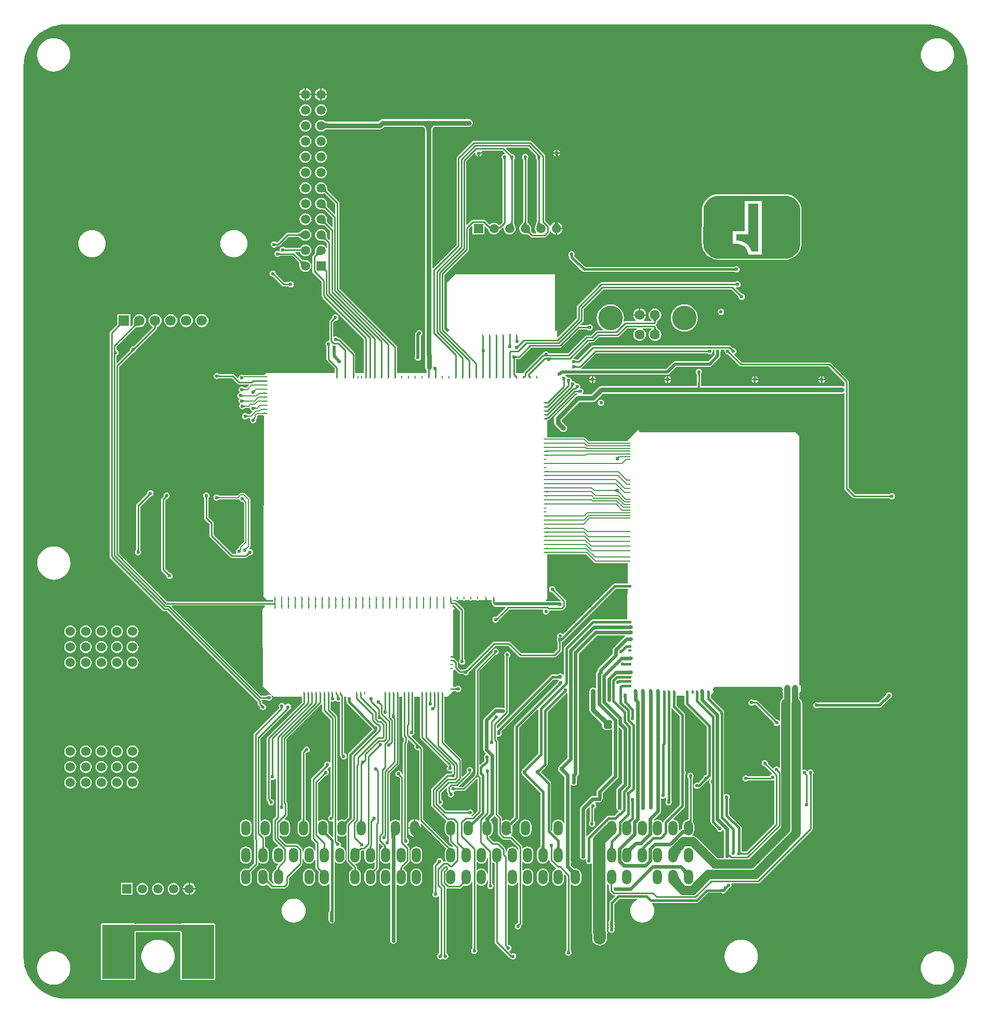
<source format=gbl>
G04*
G04 #@! TF.GenerationSoftware,Altium Limited,Altium Designer,20.0.10 (225)*
G04*
G04 Layer_Physical_Order=2*
G04 Layer_Color=16711680*
%FSLAX25Y25*%
%MOIN*%
G70*
G01*
G75*
%ADD15C,0.00787*%
%ADD17C,0.01575*%
%ADD32C,0.15748*%
%ADD81C,0.06693*%
%ADD82R,0.06693X0.06693*%
%ADD84C,0.02362*%
G04:AMPARAMS|DCode=108|XSize=7.87mil|YSize=651.58mil|CornerRadius=3.94mil|HoleSize=0mil|Usage=FLASHONLY|Rotation=270.000|XOffset=0mil|YOffset=0mil|HoleType=Round|Shape=RoundedRectangle|*
%AMROUNDEDRECTD108*
21,1,0.00787,0.64370,0,0,270.0*
21,1,0.00000,0.65158,0,0,270.0*
1,1,0.00787,-0.32185,0.00000*
1,1,0.00787,-0.32185,0.00000*
1,1,0.00787,0.32185,0.00000*
1,1,0.00787,0.32185,0.00000*
%
%ADD108ROUNDEDRECTD108*%
G04:AMPARAMS|DCode=109|XSize=7.87mil|YSize=86.22mil|CornerRadius=3.94mil|HoleSize=0mil|Usage=FLASHONLY|Rotation=135.000|XOffset=0mil|YOffset=0mil|HoleType=Round|Shape=RoundedRectangle|*
%AMROUNDEDRECTD109*
21,1,0.00787,0.07835,0,0,135.0*
21,1,0.00000,0.08622,0,0,135.0*
1,1,0.00787,0.02770,0.02770*
1,1,0.00787,0.02770,0.02770*
1,1,0.00787,-0.02770,-0.02770*
1,1,0.00787,-0.02770,-0.02770*
%
%ADD109ROUNDEDRECTD109*%
G04:AMPARAMS|DCode=110|XSize=7.87mil|YSize=294.88mil|CornerRadius=3.94mil|HoleSize=0mil|Usage=FLASHONLY|Rotation=180.000|XOffset=0mil|YOffset=0mil|HoleType=Round|Shape=RoundedRectangle|*
%AMROUNDEDRECTD110*
21,1,0.00787,0.28701,0,0,180.0*
21,1,0.00000,0.29488,0,0,180.0*
1,1,0.00787,0.00000,0.14350*
1,1,0.00787,0.00000,0.14350*
1,1,0.00787,0.00000,-0.14350*
1,1,0.00787,0.00000,-0.14350*
%
%ADD110ROUNDEDRECTD110*%
%ADD143O,0.03937X0.05906*%
%ADD146O,0.03150X0.02362*%
%ADD157C,0.00984*%
%ADD158C,0.03150*%
%ADD159C,0.05906*%
%ADD160C,0.03937*%
%ADD161C,0.01968*%
%ADD162C,0.07874*%
%ADD163C,0.02362*%
%ADD164C,0.06000*%
%ADD165R,0.05906X0.05906*%
%ADD166C,0.05906*%
%ADD167O,0.05906X0.09449*%
%ADD168C,0.06400*%
%ADD169R,0.05906X0.05906*%
G04:AMPARAMS|DCode=170|XSize=9.84mil|YSize=19.68mil|CornerRadius=4.92mil|HoleSize=0mil|Usage=FLASHONLY|Rotation=90.000|XOffset=0mil|YOffset=0mil|HoleType=Round|Shape=RoundedRectangle|*
%AMROUNDEDRECTD170*
21,1,0.00984,0.00984,0,0,90.0*
21,1,0.00000,0.01968,0,0,90.0*
1,1,0.00984,0.00492,0.00000*
1,1,0.00984,0.00492,0.00000*
1,1,0.00984,-0.00492,0.00000*
1,1,0.00984,-0.00492,0.00000*
%
%ADD170ROUNDEDRECTD170*%
G04:AMPARAMS|DCode=171|XSize=9.84mil|YSize=19.68mil|CornerRadius=4.92mil|HoleSize=0mil|Usage=FLASHONLY|Rotation=0.000|XOffset=0mil|YOffset=0mil|HoleType=Round|Shape=RoundedRectangle|*
%AMROUNDEDRECTD171*
21,1,0.00984,0.00984,0,0,0.0*
21,1,0.00000,0.01968,0,0,0.0*
1,1,0.00984,0.00000,-0.00492*
1,1,0.00984,0.00000,-0.00492*
1,1,0.00984,0.00000,0.00492*
1,1,0.00984,0.00000,0.00492*
%
%ADD171ROUNDEDRECTD171*%
G04:AMPARAMS|DCode=172|XSize=7.87mil|YSize=31.5mil|CornerRadius=3.94mil|HoleSize=0mil|Usage=FLASHONLY|Rotation=225.000|XOffset=0mil|YOffset=0mil|HoleType=Round|Shape=RoundedRectangle|*
%AMROUNDEDRECTD172*
21,1,0.00787,0.02362,0,0,225.0*
21,1,0.00000,0.03150,0,0,225.0*
1,1,0.00787,-0.00835,0.00835*
1,1,0.00787,-0.00835,0.00835*
1,1,0.00787,0.00835,-0.00835*
1,1,0.00787,0.00835,-0.00835*
%
%ADD172ROUNDEDRECTD172*%
G04:AMPARAMS|DCode=173|XSize=7.87mil|YSize=368.9mil|CornerRadius=3.94mil|HoleSize=0mil|Usage=FLASHONLY|Rotation=0.000|XOffset=0mil|YOffset=0mil|HoleType=Round|Shape=RoundedRectangle|*
%AMROUNDEDRECTD173*
21,1,0.00787,0.36102,0,0,0.0*
21,1,0.00000,0.36890,0,0,0.0*
1,1,0.00787,0.00000,-0.18051*
1,1,0.00787,0.00000,-0.18051*
1,1,0.00787,0.00000,0.18051*
1,1,0.00787,0.00000,0.18051*
%
%ADD173ROUNDEDRECTD173*%
%ADD174O,0.01575X0.00787*%
%ADD175O,0.02362X0.01575*%
%ADD176O,0.02362X0.03150*%
%ADD177O,0.44882X0.04331*%
%ADD178O,0.01575X0.02362*%
%ADD179O,1.00787X0.00787*%
%ADD180O,0.00787X1.60630*%
G04:AMPARAMS|DCode=181|XSize=7.87mil|YSize=47.24mil|CornerRadius=0mil|HoleSize=0mil|Usage=FLASHONLY|Rotation=45.000|XOffset=0mil|YOffset=0mil|HoleType=Round|Shape=Round|*
%AMOVALD181*
21,1,0.03937,0.00787,0.00000,0.00000,135.0*
1,1,0.00787,0.01392,-0.01392*
1,1,0.00787,-0.01392,0.01392*
%
%ADD181OVALD181*%

G36*
X581781Y625413D02*
X584783Y624902D01*
X587710Y624059D01*
X590524Y622894D01*
X593189Y621421D01*
X595673Y619658D01*
X597944Y617629D01*
X599973Y615358D01*
X601736Y612874D01*
X603209Y610209D01*
X604374Y607395D01*
X605217Y604468D01*
X605727Y601466D01*
X605895Y598479D01*
X605873Y598425D01*
Y27559D01*
X605895Y27505D01*
X605727Y24518D01*
X605217Y21516D01*
X604374Y18589D01*
X603209Y15776D01*
X601736Y13110D01*
X599973Y10626D01*
X597944Y8355D01*
X595673Y6326D01*
X593189Y4564D01*
X590524Y3091D01*
X587710Y1925D01*
X584783Y1082D01*
X581781Y572D01*
X578794Y404D01*
X578740Y426D01*
X27559D01*
X27505Y404D01*
X24518Y572D01*
X21516Y1082D01*
X18589Y1925D01*
X15776Y3091D01*
X13110Y4564D01*
X10626Y6326D01*
X8355Y8355D01*
X6326Y10626D01*
X4564Y13110D01*
X3091Y15776D01*
X1925Y18589D01*
X1082Y21516D01*
X572Y24518D01*
X404Y27505D01*
X426Y27559D01*
Y598425D01*
X404Y598479D01*
X572Y601466D01*
X1082Y604468D01*
X1925Y607395D01*
X3091Y610209D01*
X4564Y612874D01*
X6326Y615358D01*
X8355Y617629D01*
X10626Y619658D01*
X13110Y621421D01*
X15776Y622894D01*
X18589Y624059D01*
X21516Y624902D01*
X24518Y625413D01*
X27505Y625580D01*
X27559Y625558D01*
X578740D01*
X578794Y625580D01*
X581781Y625413D01*
D02*
G37*
%LPC*%
G36*
X586614Y616568D02*
X584946Y616437D01*
X583319Y616046D01*
X581773Y615406D01*
X580347Y614532D01*
X579074Y613445D01*
X577988Y612173D01*
X577114Y610746D01*
X576473Y609200D01*
X576083Y607574D01*
X575951Y605905D01*
X576083Y604238D01*
X576473Y602610D01*
X577114Y601065D01*
X577988Y599638D01*
X579074Y598366D01*
X580347Y597279D01*
X581773Y596405D01*
X583319Y595765D01*
X584946Y595374D01*
X586614Y595243D01*
X588282Y595374D01*
X589909Y595765D01*
X591455Y596405D01*
X592882Y597279D01*
X594154Y598366D01*
X595240Y599638D01*
X596115Y601065D01*
X596755Y602610D01*
X597146Y604238D01*
X597277Y605905D01*
X597146Y607574D01*
X596755Y609200D01*
X596115Y610746D01*
X595240Y612173D01*
X594154Y613445D01*
X592882Y614532D01*
X591455Y615406D01*
X589909Y616046D01*
X588282Y616437D01*
X586614Y616568D01*
D02*
G37*
G36*
X19685D02*
X18017Y616437D01*
X16390Y616046D01*
X14844Y615406D01*
X13418Y614532D01*
X12145Y613445D01*
X11059Y612173D01*
X10184Y610746D01*
X9544Y609200D01*
X9154Y607574D01*
X9022Y605905D01*
X9154Y604238D01*
X9544Y602610D01*
X10184Y601065D01*
X11059Y599638D01*
X12145Y598366D01*
X13418Y597279D01*
X14844Y596405D01*
X16390Y595765D01*
X18017Y595374D01*
X19685Y595243D01*
X21353Y595374D01*
X22980Y595765D01*
X24526Y596405D01*
X25953Y597279D01*
X27225Y598366D01*
X28311Y599638D01*
X29186Y601065D01*
X29826Y602610D01*
X30217Y604238D01*
X30348Y605905D01*
X30217Y607574D01*
X29826Y609200D01*
X29186Y610746D01*
X28311Y612173D01*
X27225Y613445D01*
X25953Y614532D01*
X24526Y615406D01*
X22980Y616046D01*
X21353Y616437D01*
X19685Y616568D01*
D02*
G37*
G36*
X191642Y584394D02*
Y580972D01*
X195063D01*
X194993Y581504D01*
X194595Y582466D01*
X193961Y583292D01*
X193135Y583925D01*
X192174Y584323D01*
X191642Y584394D01*
D02*
G37*
G36*
X181642D02*
Y580972D01*
X185063D01*
X184993Y581504D01*
X184595Y582466D01*
X183961Y583292D01*
X183135Y583925D01*
X182174Y584323D01*
X181642Y584394D01*
D02*
G37*
G36*
X190642D02*
X190110Y584323D01*
X189148Y583925D01*
X188323Y583292D01*
X187689Y582466D01*
X187291Y581504D01*
X187221Y580972D01*
X190642D01*
Y584394D01*
D02*
G37*
G36*
X180642D02*
X180110Y584323D01*
X179148Y583925D01*
X178323Y583292D01*
X177689Y582466D01*
X177291Y581504D01*
X177221Y580972D01*
X180642D01*
Y584394D01*
D02*
G37*
G36*
X190642Y579973D02*
X187221D01*
X187291Y579441D01*
X187689Y578479D01*
X188323Y577653D01*
X189148Y577020D01*
X190110Y576621D01*
X190642Y576551D01*
Y579973D01*
D02*
G37*
G36*
X180642D02*
X177221D01*
X177291Y579441D01*
X177689Y578479D01*
X178323Y577653D01*
X179148Y577020D01*
X180110Y576621D01*
X180642Y576551D01*
Y579973D01*
D02*
G37*
G36*
X195063D02*
X191642D01*
Y576551D01*
X192174Y576621D01*
X193135Y577020D01*
X193961Y577653D01*
X194595Y578479D01*
X194993Y579441D01*
X195063Y579973D01*
D02*
G37*
G36*
X185063D02*
X181642D01*
Y576551D01*
X182174Y576621D01*
X183135Y577020D01*
X183961Y577653D01*
X184595Y578479D01*
X184993Y579441D01*
X185063Y579973D01*
D02*
G37*
G36*
X191142Y574245D02*
X190165Y574116D01*
X189255Y573739D01*
X188474Y573140D01*
X187875Y572359D01*
X187498Y571449D01*
X187369Y570472D01*
X187498Y569496D01*
X187875Y568586D01*
X188474Y567805D01*
X189255Y567205D01*
X190165Y566829D01*
X191142Y566700D01*
X192118Y566829D01*
X193028Y567205D01*
X193809Y567805D01*
X194409Y568586D01*
X194786Y569496D01*
X194914Y570472D01*
X194786Y571449D01*
X194409Y572359D01*
X193809Y573140D01*
X193028Y573739D01*
X192118Y574116D01*
X191142Y574245D01*
D02*
G37*
G36*
X181142D02*
X180165Y574116D01*
X179255Y573739D01*
X178474Y573140D01*
X177875Y572359D01*
X177498Y571449D01*
X177369Y570472D01*
X177498Y569496D01*
X177875Y568586D01*
X178474Y567805D01*
X179255Y567205D01*
X180165Y566829D01*
X181142Y566700D01*
X182118Y566829D01*
X183028Y567205D01*
X183809Y567805D01*
X184409Y568586D01*
X184786Y569496D01*
X184914Y570472D01*
X184786Y571449D01*
X184409Y572359D01*
X183809Y573140D01*
X183028Y573739D01*
X182118Y574116D01*
X181142Y574245D01*
D02*
G37*
G36*
X286122Y564633D02*
X230621D01*
X229700Y564450D01*
X228918Y563928D01*
X227970Y562979D01*
X194640D01*
X194522Y562987D01*
X194316Y563013D01*
X194133Y563047D01*
X193984Y563084D01*
X193869Y563122D01*
X193791Y563157D01*
X193776Y563165D01*
X193028Y563739D01*
X192118Y564116D01*
X191142Y564245D01*
X190165Y564116D01*
X189255Y563739D01*
X188474Y563140D01*
X187875Y562359D01*
X187498Y561449D01*
X187369Y560472D01*
X187498Y559496D01*
X187875Y558586D01*
X188474Y557805D01*
X189255Y557205D01*
X190165Y556829D01*
X191142Y556700D01*
X192118Y556829D01*
X193028Y557205D01*
X193809Y557805D01*
X193895Y557917D01*
X193924Y557943D01*
X193962Y557969D01*
X194034Y558005D01*
X194141Y558046D01*
X194284Y558086D01*
X194460Y558122D01*
X194659Y558151D01*
X194821Y558162D01*
X228968D01*
X229889Y558346D01*
X230671Y558868D01*
X231619Y559816D01*
X256135D01*
X256546Y559743D01*
X256897Y559627D01*
X257177Y559476D01*
X257402Y559292D01*
X257586Y559067D01*
X257737Y558787D01*
X257854Y558436D01*
X257926Y558025D01*
Y424669D01*
X257835Y424213D01*
X257926Y423757D01*
Y413484D01*
X258025Y412989D01*
Y405413D01*
X258208Y404492D01*
X258730Y403710D01*
X259030Y403510D01*
Y401772D01*
X239986Y401772D01*
Y418406D01*
X239886Y418905D01*
X239603Y419328D01*
X202978Y455954D01*
Y510925D01*
X202878Y511424D01*
X202596Y511848D01*
X195667Y518777D01*
X195615Y518854D01*
X195427Y519229D01*
X195340Y519445D01*
X194906Y520883D01*
X194805Y521301D01*
X194786Y521449D01*
X194409Y522359D01*
X193809Y523140D01*
X193028Y523739D01*
X192118Y524116D01*
X191142Y524245D01*
X190165Y524116D01*
X189255Y523739D01*
X188474Y523140D01*
X187875Y522359D01*
X187498Y521449D01*
X187369Y520472D01*
X187498Y519496D01*
X187875Y518586D01*
X188474Y517805D01*
X189255Y517205D01*
X190165Y516829D01*
X191142Y516700D01*
X192118Y516829D01*
X192199Y516862D01*
X192397Y516907D01*
X192701Y516957D01*
X192975Y516984D01*
X193217Y516989D01*
X193427Y516975D01*
X193603Y516944D01*
X193749Y516900D01*
X193869Y516847D01*
X193968Y516784D01*
X193977Y516777D01*
X200369Y510385D01*
Y503842D01*
X199907Y503651D01*
X195348Y508210D01*
X195280Y508314D01*
X195209Y508457D01*
X195139Y508639D01*
X195074Y508861D01*
X195018Y509121D01*
X194972Y509410D01*
X194909Y510129D01*
X194902Y510376D01*
X194914Y510472D01*
X194786Y511449D01*
X194409Y512359D01*
X193809Y513140D01*
X193028Y513739D01*
X192118Y514116D01*
X191142Y514245D01*
X190165Y514116D01*
X189255Y513739D01*
X188474Y513140D01*
X187875Y512359D01*
X187498Y511449D01*
X187369Y510472D01*
X187498Y509496D01*
X187875Y508586D01*
X188474Y507805D01*
X189255Y507205D01*
X190165Y506829D01*
X191142Y506700D01*
X191281Y506718D01*
X192025Y506715D01*
X192341Y506693D01*
X192630Y506657D01*
X192882Y506608D01*
X193097Y506550D01*
X193274Y506486D01*
X193413Y506418D01*
X193517Y506350D01*
X198597Y501271D01*
Y495614D01*
X198135Y495423D01*
X195348Y498210D01*
X195280Y498314D01*
X195209Y498456D01*
X195139Y498639D01*
X195074Y498861D01*
X195018Y499121D01*
X194972Y499409D01*
X194909Y500129D01*
X194902Y500376D01*
X194914Y500472D01*
X194786Y501449D01*
X194409Y502359D01*
X193809Y503140D01*
X193028Y503740D01*
X192118Y504116D01*
X191142Y504245D01*
X190165Y504116D01*
X189255Y503740D01*
X188474Y503140D01*
X187875Y502359D01*
X187498Y501449D01*
X187369Y500472D01*
X187498Y499496D01*
X187875Y498586D01*
X188474Y497805D01*
X189255Y497205D01*
X190165Y496829D01*
X191142Y496700D01*
X191281Y496718D01*
X192025Y496715D01*
X192341Y496693D01*
X192630Y496657D01*
X192882Y496608D01*
X193097Y496550D01*
X193274Y496486D01*
X193413Y496418D01*
X193517Y496350D01*
X196825Y493042D01*
Y487386D01*
X196363Y487194D01*
X195348Y488210D01*
X195280Y488313D01*
X195209Y488456D01*
X195139Y488639D01*
X195074Y488861D01*
X195018Y489121D01*
X194972Y489409D01*
X194909Y490129D01*
X194902Y490376D01*
X194914Y490472D01*
X194786Y491449D01*
X194409Y492359D01*
X193809Y493140D01*
X193028Y493740D01*
X192118Y494116D01*
X191142Y494245D01*
X190165Y494116D01*
X189255Y493740D01*
X188474Y493140D01*
X187875Y492359D01*
X187498Y491449D01*
X187369Y490472D01*
X187498Y489496D01*
X187875Y488586D01*
X188474Y487805D01*
X189255Y487205D01*
X190165Y486829D01*
X191142Y486700D01*
X191281Y486718D01*
X192025Y486715D01*
X192341Y486693D01*
X192630Y486657D01*
X192882Y486608D01*
X193097Y486550D01*
X193274Y486486D01*
X193413Y486418D01*
X193517Y486350D01*
X195054Y484814D01*
Y482108D01*
X194554Y482009D01*
X194409Y482359D01*
X193809Y483140D01*
X193028Y483740D01*
X192118Y484116D01*
X191142Y484245D01*
X190165Y484116D01*
X189255Y483740D01*
X188474Y483140D01*
X187875Y482359D01*
X187498Y481449D01*
X187369Y480472D01*
X187382Y480376D01*
X187374Y480129D01*
X187312Y479410D01*
X187266Y479121D01*
X187209Y478861D01*
X187144Y478639D01*
X187074Y478456D01*
X187003Y478313D01*
X186936Y478210D01*
X185987Y477261D01*
X185704Y476838D01*
X185605Y476339D01*
Y466990D01*
X185704Y466490D01*
X185987Y466067D01*
X191510Y460544D01*
Y451637D01*
X191610Y451138D01*
X191893Y450715D01*
X192048Y450559D01*
X192102Y450288D01*
X192385Y449865D01*
X218715Y423534D01*
Y401772D01*
X213096D01*
Y413898D01*
X212997Y414397D01*
X212714Y414820D01*
X203529Y424005D01*
X203105Y424288D01*
X202606Y424387D01*
X202409D01*
X202379Y424393D01*
X202355Y424400D01*
X202350Y424402D01*
X202334Y424423D01*
X202286Y424470D01*
X202088Y424766D01*
X201437Y425201D01*
X200669Y425353D01*
X199901Y425201D01*
X199541Y424960D01*
X199041Y425227D01*
Y434145D01*
X200140Y435244D01*
X200175Y435270D01*
X200214Y435294D01*
X200247Y435311D01*
X200274Y435323D01*
X200298Y435331D01*
X200299Y435331D01*
X200374Y435316D01*
X201142Y435468D01*
X201793Y435904D01*
X202228Y436555D01*
X202381Y437323D01*
X202228Y438091D01*
X201793Y438742D01*
X201142Y439177D01*
X200374Y439330D01*
X199606Y439177D01*
X198955Y438742D01*
X198520Y438091D01*
X198367Y437323D01*
X198382Y437248D01*
X198382Y437247D01*
X198374Y437223D01*
X198362Y437196D01*
X198345Y437162D01*
X198321Y437124D01*
X198295Y437089D01*
X196814Y435607D01*
X196531Y435184D01*
X196432Y434685D01*
Y422833D01*
X196043Y422401D01*
X195275Y422248D01*
X194624Y421813D01*
X194189Y421162D01*
X194036Y420394D01*
X194189Y419626D01*
X194624Y418974D01*
X194688Y418932D01*
X194688Y418931D01*
X194699Y418909D01*
X194711Y418881D01*
X194722Y418846D01*
X194732Y418801D01*
X194739Y418758D01*
Y410551D01*
X194838Y410052D01*
X195121Y409629D01*
X200093Y404657D01*
Y401772D01*
X156047D01*
X154743Y400496D01*
X141450D01*
X141450Y400496D01*
X141175Y400441D01*
X141122Y400476D01*
X140354Y400629D01*
X139586Y400476D01*
X138935Y400041D01*
X138500Y399390D01*
X138369Y398730D01*
X137903Y398490D01*
X135667Y400726D01*
X135243Y401008D01*
X134744Y401108D01*
X125946D01*
X125903Y401114D01*
X125859Y401124D01*
X125823Y401136D01*
X125795Y401147D01*
X125774Y401158D01*
X125773Y401159D01*
X125730Y401222D01*
X125079Y401657D01*
X124311Y401810D01*
X123543Y401657D01*
X122892Y401222D01*
X122457Y400571D01*
X122304Y399803D01*
X122457Y399035D01*
X122892Y398384D01*
X123543Y397949D01*
X124311Y397796D01*
X125079Y397949D01*
X125730Y398384D01*
X125773Y398448D01*
X125774Y398448D01*
X125795Y398459D01*
X125823Y398471D01*
X125859Y398482D01*
X125903Y398492D01*
X125946Y398499D01*
X134204D01*
X137759Y394944D01*
X138182Y394661D01*
X138681Y394562D01*
X144863D01*
X145054Y394100D01*
X143300Y392346D01*
X142148D01*
X142111Y392354D01*
X142075Y392364D01*
X142039Y392378D01*
X142002Y392397D01*
X141963Y392420D01*
X141921Y392450D01*
X141889Y392476D01*
X141833Y392561D01*
X141182Y392996D01*
X140413Y393149D01*
X139645Y392996D01*
X138994Y392561D01*
X138559Y391910D01*
X138406Y391142D01*
X138559Y390374D01*
X138994Y389722D01*
X139013Y389710D01*
X138908Y389179D01*
X138799Y389157D01*
X138148Y388722D01*
X137713Y388071D01*
X137560Y387303D01*
X137713Y386535D01*
X138148Y385884D01*
X138629Y385562D01*
X138798Y385431D01*
X138772Y384944D01*
X138559Y384626D01*
X138406Y383858D01*
X138559Y383090D01*
X138994Y382439D01*
X139106Y382364D01*
X139155Y381730D01*
X138854Y381280D01*
X138702Y380512D01*
X138854Y379744D01*
X139289Y379093D01*
X139941Y378658D01*
X140709Y378505D01*
X141477Y378658D01*
X142128Y379093D01*
X142184Y379177D01*
X142217Y379204D01*
X142258Y379233D01*
X142297Y379257D01*
X142334Y379275D01*
X142370Y379289D01*
X142406Y379300D01*
X142443Y379308D01*
X144882D01*
X144882Y379308D01*
X145146Y379360D01*
X145236Y379337D01*
X145604Y379099D01*
X145673Y379019D01*
X145783Y378464D01*
X146219Y377813D01*
X146870Y377378D01*
X147091Y377334D01*
X147236Y376855D01*
X145699Y375319D01*
X144215D01*
X144178Y375326D01*
X144142Y375337D01*
X144106Y375351D01*
X144069Y375369D01*
X144030Y375393D01*
X143988Y375422D01*
X143956Y375449D01*
X143900Y375533D01*
X143248Y375969D01*
X142480Y376121D01*
X141712Y375969D01*
X141061Y375533D01*
X140626Y374882D01*
X140473Y374114D01*
X140626Y373346D01*
X141061Y372695D01*
X141712Y372260D01*
X142480Y372107D01*
X143248Y372260D01*
X143900Y372695D01*
X143956Y372780D01*
X143988Y372806D01*
X144030Y372836D01*
X144069Y372859D01*
X144106Y372877D01*
X144142Y372892D01*
X144178Y372902D01*
X144215Y372910D01*
X145645D01*
X145881Y372469D01*
X145783Y372323D01*
X145631Y371555D01*
X145783Y370787D01*
X146219Y370136D01*
X146870Y369701D01*
X147638Y369548D01*
X148406Y369701D01*
X149057Y370136D01*
X149492Y370787D01*
X149645Y371555D01*
X149562Y371973D01*
X149560Y372045D01*
X149544Y372114D01*
X149541Y372139D01*
X149541Y372154D01*
X149542Y372163D01*
X149543Y372168D01*
X149545Y372175D01*
X149550Y372185D01*
X149557Y372198D01*
X149802Y372442D01*
X149802Y372442D01*
X150063Y372833D01*
X150154Y373293D01*
X150154Y373293D01*
Y374140D01*
X150715Y374701D01*
X154140D01*
X154493Y374347D01*
X154321Y258317D01*
X156622Y255942D01*
X160548D01*
Y255242D01*
X92568D01*
X61639Y286170D01*
Y405857D01*
X70502Y414720D01*
X70539Y414749D01*
X70586Y414780D01*
X70628Y414805D01*
X70666Y414823D01*
X70700Y414837D01*
X70731Y414847D01*
X70759Y414854D01*
X70818Y414863D01*
X70881Y414885D01*
X71339Y414976D01*
X71990Y415412D01*
X72425Y416063D01*
X72516Y416521D01*
X72539Y416584D01*
X72548Y416643D01*
X72554Y416671D01*
X72564Y416702D01*
X72578Y416735D01*
X72597Y416773D01*
X72622Y416816D01*
X72646Y416853D01*
X72698Y416916D01*
X85686Y429904D01*
X85969Y430328D01*
X86068Y430827D01*
Y430987D01*
X86084Y431094D01*
X86111Y431199D01*
X86145Y431289D01*
X86187Y431368D01*
X86237Y431440D01*
X86299Y431508D01*
X86375Y431575D01*
X86471Y431641D01*
X86620Y431723D01*
X86631Y431732D01*
X86848Y431822D01*
X87712Y432485D01*
X88375Y433348D01*
X88791Y434354D01*
X88933Y435433D01*
X88791Y436512D01*
X88375Y437518D01*
X87712Y438381D01*
X86848Y439044D01*
X85843Y439461D01*
X84764Y439603D01*
X83685Y439461D01*
X82679Y439044D01*
X81815Y438381D01*
X81153Y437518D01*
X80736Y436512D01*
X80594Y435433D01*
X80736Y434354D01*
X81153Y433348D01*
X81815Y432485D01*
X82679Y431822D01*
X82897Y431732D01*
X82907Y431723D01*
X83057Y431641D01*
X83146Y431266D01*
X83142Y431050D01*
X70950Y418858D01*
X70920Y418836D01*
X70890Y418819D01*
X70867Y418808D01*
X70852Y418802D01*
X70842Y418800D01*
X70836Y418799D01*
X70831Y418799D01*
X70782Y418803D01*
X70761Y418800D01*
X70571Y418838D01*
X69803Y418685D01*
X69152Y418250D01*
X68717Y417599D01*
X68564Y416831D01*
X68602Y416641D01*
X68599Y416619D01*
X68603Y416570D01*
X68602Y416565D01*
X68602Y416560D01*
X68599Y416550D01*
X68594Y416535D01*
X68583Y416512D01*
X68565Y416482D01*
X68544Y416452D01*
X60330Y408238D01*
X59868Y408429D01*
Y412978D01*
X60020Y413008D01*
X60671Y413443D01*
X61106Y414094D01*
X61259Y414862D01*
X61106Y415630D01*
X60671Y416281D01*
X60020Y416716D01*
X59868Y416747D01*
Y418692D01*
X71988Y430812D01*
X72003Y430825D01*
X72125Y430902D01*
X72293Y430981D01*
X72507Y431057D01*
X72768Y431126D01*
X73074Y431184D01*
X73415Y431229D01*
X74257Y431281D01*
X74614Y431283D01*
X74764Y431264D01*
X75843Y431406D01*
X76849Y431822D01*
X77712Y432485D01*
X78375Y433348D01*
X78791Y434354D01*
X78933Y435433D01*
X78791Y436512D01*
X78375Y437518D01*
X77712Y438381D01*
X76849Y439044D01*
X75843Y439461D01*
X74764Y439603D01*
X73685Y439461D01*
X72679Y439044D01*
X71816Y438381D01*
X71153Y437518D01*
X70736Y436512D01*
X70594Y435433D01*
X70614Y435283D01*
X70612Y434926D01*
X70560Y434085D01*
X70515Y433743D01*
X70457Y433437D01*
X70388Y433177D01*
X70312Y432962D01*
X70233Y432795D01*
X70156Y432673D01*
X70143Y432657D01*
X69360Y431874D01*
X68898Y432065D01*
Y439567D01*
X60630D01*
Y433508D01*
X60627Y433491D01*
X60630Y433473D01*
Y433199D01*
X60597Y433152D01*
X60374Y432888D01*
X55869Y428383D01*
X55586Y427960D01*
X55487Y427461D01*
Y284162D01*
X55586Y283663D01*
X55869Y283240D01*
X89637Y249471D01*
X90061Y249188D01*
X90560Y249089D01*
X92230D01*
X150512Y190807D01*
Y189620D01*
X150611Y189121D01*
X150894Y188698D01*
X151858Y187734D01*
X151884Y187699D01*
X151908Y187660D01*
X151925Y187627D01*
X151937Y187600D01*
X151945Y187576D01*
X151945Y187575D01*
X151930Y187500D01*
X152083Y186732D01*
X152518Y186081D01*
X153169Y185646D01*
X153937Y185493D01*
X154705Y185646D01*
X155356Y186081D01*
X155791Y186732D01*
X155944Y187500D01*
X155791Y188268D01*
X155356Y188919D01*
X154705Y189354D01*
X153937Y189507D01*
X153862Y189492D01*
X153861Y189492D01*
X153838Y189500D01*
X153810Y189512D01*
X153777Y189529D01*
X153738Y189553D01*
X153703Y189579D01*
X153121Y190161D01*
Y191347D01*
X153051Y191699D01*
X153342Y192199D01*
X156140D01*
X156183Y192193D01*
X156227Y192183D01*
X156263Y192172D01*
X156291Y192160D01*
X156313Y192149D01*
X156314Y192148D01*
X156356Y192085D01*
X157008Y191650D01*
X157776Y191497D01*
X158544Y191650D01*
X159195Y192085D01*
X159630Y192736D01*
X159783Y193504D01*
X159630Y194272D01*
X159397Y194620D01*
X159786Y194939D01*
X160531Y194193D01*
X178912D01*
Y190501D01*
X156656Y168245D01*
X156374Y167822D01*
X156274Y167323D01*
Y128283D01*
X156374Y127784D01*
X156656Y127360D01*
X157171Y126845D01*
X157190Y126819D01*
X157203Y126795D01*
X157210Y126780D01*
X157210Y126780D01*
X157204Y126744D01*
X157207Y126683D01*
X157147Y126378D01*
X157299Y125610D01*
X157734Y124959D01*
X158386Y124524D01*
X159153Y124371D01*
X159922Y124524D01*
X160573Y124959D01*
X161008Y125610D01*
X161161Y126378D01*
X161008Y127146D01*
X160573Y127797D01*
X159922Y128232D01*
X159617Y128293D01*
X159556Y128320D01*
X159497Y128334D01*
X159465Y128344D01*
X159429Y128358D01*
X159390Y128376D01*
X159346Y128400D01*
X159299Y128430D01*
X159256Y128461D01*
X159196Y128511D01*
X158883Y128823D01*
Y140566D01*
X159383Y140840D01*
X160039Y140709D01*
X160807Y140862D01*
X161459Y141297D01*
X161680Y141628D01*
X162180Y141477D01*
Y117425D01*
X160593Y115838D01*
X160310Y115415D01*
X160211Y114916D01*
Y102854D01*
X160310Y102355D01*
X160593Y101932D01*
X164015Y98510D01*
X163865Y98207D01*
X163757Y98061D01*
X162803Y97935D01*
X161893Y97558D01*
X161112Y96959D01*
X160512Y96178D01*
X160136Y95268D01*
X160007Y94291D01*
Y90748D01*
X160136Y89772D01*
X160512Y88862D01*
X161112Y88081D01*
X161893Y87481D01*
X162803Y87104D01*
X163480Y87015D01*
X163659Y86487D01*
X162857Y85685D01*
X162574Y85262D01*
X162475Y84763D01*
Y83763D01*
X162469Y83691D01*
X162459Y83619D01*
X161893Y83385D01*
X161112Y82786D01*
X160512Y82004D01*
X160136Y81094D01*
X160007Y80118D01*
Y76575D01*
X160136Y75598D01*
X160512Y74689D01*
X160688Y74460D01*
X160471Y73921D01*
X160242Y73887D01*
X158146Y75983D01*
X157989Y76151D01*
X157873Y76294D01*
X157780Y76423D01*
X157715Y76529D01*
X157706Y76547D01*
X157709Y76575D01*
Y80118D01*
X157581Y81094D01*
X157204Y82004D01*
X156605Y82786D01*
X155823Y83385D01*
X154913Y83762D01*
X153937Y83890D01*
X152961Y83762D01*
X152051Y83385D01*
X151269Y82786D01*
X150670Y82004D01*
X150293Y81094D01*
X150165Y80118D01*
Y76575D01*
X150293Y75598D01*
X150670Y74689D01*
X151269Y73907D01*
X152051Y73308D01*
X152961Y72931D01*
X153937Y72802D01*
X154913Y72931D01*
X155823Y73308D01*
X156563Y73875D01*
X159018Y71420D01*
X159442Y71137D01*
X159941Y71038D01*
X167520D01*
X168019Y71137D01*
X168442Y71420D01*
X170115Y73093D01*
X170398Y73516D01*
X170498Y74016D01*
Y77806D01*
X178777Y86085D01*
X179060Y86509D01*
X179159Y87008D01*
Y96044D01*
X179060Y96544D01*
X178777Y96967D01*
X176298Y99446D01*
X175874Y99729D01*
X175375Y99828D01*
X168892D01*
X164631Y104089D01*
Y104973D01*
X165131Y105219D01*
X165673Y104804D01*
X166583Y104427D01*
X167559Y104298D01*
X168535Y104427D01*
X169445Y104804D01*
X170227Y105403D01*
X170826Y106185D01*
X171203Y107095D01*
X171332Y108071D01*
Y111614D01*
X171203Y112591D01*
X170826Y113500D01*
X170227Y114282D01*
X169445Y114881D01*
X168535Y115258D01*
X167807Y115354D01*
X167628Y115882D01*
X169328Y117581D01*
X169611Y118005D01*
X169710Y118504D01*
Y125541D01*
X169611Y126041D01*
X169328Y126464D01*
X169021Y126771D01*
Y166898D01*
X191404Y189281D01*
X191904Y189099D01*
Y185433D01*
X192003Y184934D01*
X192286Y184511D01*
X197219Y179578D01*
Y152088D01*
X196719Y151936D01*
X196695Y151972D01*
X196044Y152407D01*
X195276Y152560D01*
X194508Y152407D01*
X193856Y151972D01*
X193421Y151321D01*
X193269Y150553D01*
X193373Y150030D01*
X193236Y149938D01*
X185278Y141981D01*
X184995Y141558D01*
X184896Y141059D01*
Y103071D01*
X184995Y102572D01*
X185278Y102148D01*
X187573Y99853D01*
Y95386D01*
X187108Y95268D01*
X186732Y96178D01*
X186132Y96959D01*
X185351Y97558D01*
X184441Y97935D01*
X183465Y98064D01*
X182488Y97935D01*
X181578Y97558D01*
X180797Y96959D01*
X180198Y96178D01*
X179821Y95268D01*
X179692Y94291D01*
Y90748D01*
X179821Y89772D01*
X180198Y88862D01*
X180797Y88081D01*
X181578Y87481D01*
X182488Y87104D01*
X183465Y86976D01*
X184441Y87104D01*
X185351Y87481D01*
X186132Y88081D01*
X186732Y88862D01*
X187108Y89772D01*
X187573Y89653D01*
Y84547D01*
X187673Y84048D01*
X187955Y83625D01*
X189807Y81773D01*
X189854Y81718D01*
X189898Y81660D01*
X189663Y81094D01*
X189535Y80118D01*
Y76575D01*
X189663Y75598D01*
X190040Y74689D01*
X190640Y73907D01*
X191421Y73308D01*
X192331Y72931D01*
X193307Y72802D01*
X194283Y72931D01*
X195193Y73308D01*
X195975Y73907D01*
X196123Y74100D01*
X196623Y73931D01*
Y56741D01*
X196612Y56734D01*
X196177Y56083D01*
X196024Y55315D01*
Y50787D01*
X196177Y50019D01*
X196612Y49368D01*
X197263Y48933D01*
X197372Y48911D01*
X197614Y48750D01*
X198228Y48628D01*
X198843Y48750D01*
X199364Y49098D01*
X199712Y49619D01*
X199751Y49818D01*
X199886Y50019D01*
X200039Y50787D01*
Y55315D01*
X199886Y56083D01*
X199834Y56160D01*
Y88104D01*
X200334Y88274D01*
X200482Y88081D01*
X201263Y87481D01*
X202173Y87104D01*
X203150Y86976D01*
X204126Y87104D01*
X205036Y87481D01*
X205817Y88081D01*
X206417Y88862D01*
X206793Y89772D01*
X206922Y90748D01*
Y94291D01*
X206793Y95268D01*
X206417Y96178D01*
X205817Y96959D01*
X205036Y97558D01*
X204126Y97935D01*
X203883Y97967D01*
X203677Y98423D01*
X203823Y98641D01*
X203976Y99410D01*
X203823Y100178D01*
X203388Y100829D01*
X202737Y101264D01*
X201969Y101417D01*
X201600Y101761D01*
Y104973D01*
X202100Y105219D01*
X202641Y104804D01*
X203551Y104427D01*
X204528Y104298D01*
X205504Y104427D01*
X206414Y104804D01*
X206955Y105219D01*
X207455Y104973D01*
Y88995D01*
X207555Y88496D01*
X207837Y88073D01*
X211687Y84222D01*
Y83763D01*
X211682Y83691D01*
X211672Y83619D01*
X211106Y83385D01*
X210325Y82786D01*
X209725Y82004D01*
X209348Y81094D01*
X209220Y80118D01*
Y76575D01*
X209348Y75598D01*
X209725Y74689D01*
X210325Y73907D01*
X211106Y73308D01*
X212016Y72931D01*
X212992Y72802D01*
X213968Y72931D01*
X214878Y73308D01*
X215660Y73907D01*
X216259Y74689D01*
X216636Y75598D01*
X216764Y76575D01*
Y80118D01*
X216636Y81094D01*
X216259Y82004D01*
X215660Y82786D01*
X214878Y83385D01*
X214313Y83619D01*
X214302Y83691D01*
X214297Y83763D01*
Y84763D01*
X214197Y85262D01*
X213915Y85685D01*
X213113Y86487D01*
X213292Y87015D01*
X213968Y87104D01*
X214878Y87481D01*
X215660Y88081D01*
X216259Y88862D01*
X216636Y89772D01*
X216764Y90748D01*
Y94291D01*
X216695Y94818D01*
X216706Y94838D01*
X216754Y94911D01*
X216915Y95108D01*
X217156Y95349D01*
X218441D01*
X218729Y95406D01*
X218749Y95400D01*
X219072Y95155D01*
X219124Y95088D01*
X219158Y95021D01*
X219062Y94291D01*
Y90748D01*
X219191Y89772D01*
X219568Y88862D01*
X220167Y88081D01*
X220948Y87481D01*
X221858Y87104D01*
X222835Y86976D01*
X223811Y87104D01*
X224721Y87481D01*
X225262Y87897D01*
X225762Y87650D01*
Y84891D01*
X224490Y83618D01*
X224435Y83571D01*
X224377Y83528D01*
X223811Y83762D01*
X222835Y83890D01*
X221858Y83762D01*
X220948Y83385D01*
X220167Y82786D01*
X219568Y82004D01*
X219191Y81094D01*
X219062Y80118D01*
Y76575D01*
X219191Y75598D01*
X219568Y74689D01*
X220167Y73907D01*
X220948Y73308D01*
X221858Y72931D01*
X222835Y72802D01*
X223811Y72931D01*
X224721Y73308D01*
X225502Y73907D01*
X226102Y74689D01*
X226479Y75598D01*
X226607Y76575D01*
Y80118D01*
X226479Y81094D01*
X226244Y81660D01*
X226287Y81718D01*
X226335Y81773D01*
X227989Y83428D01*
X228272Y83851D01*
X228372Y84350D01*
Y99804D01*
X228833Y99995D01*
X230792Y98037D01*
X230747Y97524D01*
X230010Y96959D01*
X229410Y96178D01*
X229033Y95268D01*
X228905Y94291D01*
Y90748D01*
X229033Y89772D01*
X229410Y88862D01*
X230010Y88081D01*
X230791Y87481D01*
X231701Y87104D01*
X232677Y86976D01*
X233653Y87104D01*
X234563Y87481D01*
X235091Y87886D01*
X235591Y87640D01*
Y83227D01*
X235091Y82980D01*
X234563Y83385D01*
X233653Y83762D01*
X232677Y83890D01*
X231701Y83762D01*
X230791Y83385D01*
X230010Y82786D01*
X229410Y82004D01*
X229033Y81094D01*
X228905Y80118D01*
Y76575D01*
X229033Y75598D01*
X229410Y74689D01*
X230010Y73907D01*
X230791Y73308D01*
X231701Y72931D01*
X232677Y72802D01*
X233653Y72931D01*
X234563Y73308D01*
X235091Y73713D01*
X235591Y73466D01*
Y42126D01*
Y37598D01*
X235744Y36830D01*
X236179Y36179D01*
X236830Y35744D01*
X237598Y35591D01*
X238367Y35744D01*
X239018Y36179D01*
X239453Y36830D01*
X239605Y37598D01*
Y42126D01*
Y73466D01*
X240106Y73713D01*
X240634Y73308D01*
X241543Y72931D01*
X242520Y72802D01*
X243496Y72931D01*
X244406Y73308D01*
X245187Y73907D01*
X245787Y74689D01*
X246164Y75598D01*
X246292Y76575D01*
Y80118D01*
X246164Y81094D01*
X245787Y82004D01*
X245187Y82786D01*
X244406Y83385D01*
X243840Y83619D01*
X243830Y83691D01*
X243824Y83763D01*
Y84222D01*
X247674Y88073D01*
X247957Y88496D01*
X248057Y88995D01*
Y96931D01*
X247957Y97430D01*
X247674Y97853D01*
X246286Y99242D01*
X246446Y99789D01*
X247002Y100161D01*
X247437Y100812D01*
X247590Y101580D01*
X247437Y102348D01*
X247002Y102999D01*
X246351Y103434D01*
X246167Y103471D01*
Y163747D01*
X246453Y164033D01*
X246736Y164456D01*
X246835Y164955D01*
Y166691D01*
X247297Y166883D01*
X251359Y162821D01*
X251197Y162579D01*
X251044Y161811D01*
X251197Y161043D01*
X251632Y160392D01*
X252283Y159957D01*
X253051Y159804D01*
X253609Y159915D01*
X254049Y159633D01*
X254109Y159549D01*
Y114980D01*
X253627Y114720D01*
X253174Y115067D01*
X252213Y115465D01*
X251681Y115535D01*
Y110343D01*
X252658D01*
X253911Y112745D01*
X254208Y111835D01*
X254805Y110343D01*
X255168D01*
Y111614D01*
X255040Y112585D01*
X255159Y112699D01*
X255493Y112839D01*
X271582Y96750D01*
X271142Y96178D01*
X270766Y95268D01*
X270637Y94291D01*
Y90748D01*
X270766Y89772D01*
X271142Y88862D01*
X271247Y88726D01*
X271025Y88278D01*
X269968D01*
X269771Y88239D01*
X269375Y88548D01*
X269320Y88635D01*
X269177Y89351D01*
X268742Y90002D01*
X268091Y90437D01*
X267323Y90590D01*
X266555Y90437D01*
X265904Y90002D01*
X265469Y89351D01*
X265316Y88583D01*
X265331Y88507D01*
X265331Y88507D01*
X265323Y88483D01*
X265311Y88455D01*
X265294Y88422D01*
X265270Y88384D01*
X265244Y88349D01*
X263727Y86832D01*
X263444Y86409D01*
X263345Y85909D01*
Y68884D01*
X263339Y68837D01*
X263328Y68784D01*
X263316Y68739D01*
X263302Y68701D01*
X263288Y68669D01*
X263274Y68642D01*
X263260Y68619D01*
X263223Y68572D01*
X263201Y68527D01*
X262910Y68091D01*
X262757Y67323D01*
X262910Y66555D01*
X263345Y65904D01*
X263996Y65469D01*
X264764Y65316D01*
X265532Y65469D01*
X266183Y65904D01*
X266487Y66358D01*
X266987Y66207D01*
Y41971D01*
X266987Y41970D01*
Y29423D01*
X266941Y29414D01*
X266289Y28978D01*
X265854Y28327D01*
X265702Y27559D01*
X265854Y26791D01*
X266289Y26140D01*
X266941Y25705D01*
X267709Y25552D01*
X268477Y25705D01*
X269128Y26140D01*
X269439D01*
X270090Y25705D01*
X270858Y25552D01*
X271626Y25705D01*
X272277Y26140D01*
X272713Y26791D01*
X272865Y27559D01*
X272713Y28327D01*
X272277Y28978D01*
X271626Y29414D01*
X271580Y29423D01*
Y42792D01*
X271580Y42792D01*
Y70921D01*
X272080Y71189D01*
X272157Y71137D01*
X272656Y71038D01*
X280020D01*
X280519Y71137D01*
X280942Y71420D01*
X282597Y73075D01*
X282652Y73122D01*
X282710Y73165D01*
X283276Y72931D01*
X284252Y72802D01*
X285228Y72931D01*
X286138Y73308D01*
X286919Y73907D01*
X287519Y74689D01*
X287664Y75038D01*
X288164Y74939D01*
Y32738D01*
X288157Y32695D01*
X288147Y32651D01*
X288136Y32615D01*
X288125Y32587D01*
X288114Y32565D01*
X288113Y32564D01*
X288049Y32522D01*
X287614Y31870D01*
X287461Y31102D01*
X287614Y30334D01*
X288049Y29683D01*
X288700Y29248D01*
X289469Y29095D01*
X290237Y29248D01*
X290888Y29683D01*
X291323Y30334D01*
X291476Y31102D01*
X291323Y31870D01*
X290888Y32522D01*
X290824Y32564D01*
X290823Y32565D01*
X290812Y32587D01*
X290801Y32615D01*
X290790Y32651D01*
X290780Y32695D01*
X290773Y32738D01*
Y73938D01*
X291273Y74108D01*
X291427Y73907D01*
X292208Y73308D01*
X293118Y72931D01*
X294094Y72802D01*
X295071Y72931D01*
X295981Y73308D01*
X296762Y73907D01*
X297361Y74689D01*
X297738Y75598D01*
X297867Y76575D01*
Y80118D01*
X297738Y81094D01*
X297361Y82004D01*
X296762Y82786D01*
X295981Y83385D01*
X295071Y83762D01*
X294094Y83890D01*
X293118Y83762D01*
X292208Y83385D01*
X291427Y82786D01*
X291273Y82585D01*
X290773Y82755D01*
Y88111D01*
X291273Y88281D01*
X291427Y88081D01*
X292208Y87481D01*
X293118Y87104D01*
X294094Y86976D01*
X295071Y87104D01*
X295981Y87481D01*
X296762Y88081D01*
X297361Y88862D01*
X297738Y89772D01*
X297867Y90748D01*
Y93387D01*
X298367Y93654D01*
X298400Y93632D01*
Y74309D01*
X298394Y74262D01*
X298383Y74210D01*
X298371Y74167D01*
X298358Y74130D01*
X298344Y74099D01*
X298334Y74080D01*
X298310Y74045D01*
X298279Y74006D01*
X298264Y73976D01*
X297949Y73504D01*
X297796Y72736D01*
X297949Y71968D01*
X298384Y71317D01*
X299035Y70882D01*
X299803Y70729D01*
X300571Y70882D01*
X301222Y71317D01*
X301657Y71968D01*
X301810Y72736D01*
X301657Y73504D01*
X301222Y74155D01*
X301098Y74238D01*
X301062Y74272D01*
X301056Y74279D01*
X301050Y74287D01*
X301043Y74300D01*
X301034Y74318D01*
X301025Y74345D01*
X301016Y74382D01*
X301009Y74421D01*
Y87650D01*
X301509Y87897D01*
X302051Y87481D01*
X302617Y87247D01*
X302627Y87175D01*
X302632Y87103D01*
Y36776D01*
X302732Y36277D01*
X303014Y35854D01*
X311968Y26900D01*
X312391Y26617D01*
X312669Y26562D01*
X312951Y26140D01*
X313602Y25705D01*
X314370Y25552D01*
X315138Y25705D01*
X315789Y26140D01*
X316224Y26791D01*
X316377Y27559D01*
X316224Y28327D01*
X315789Y28978D01*
X315138Y29413D01*
X314370Y29566D01*
X313602Y29413D01*
X313328Y29230D01*
X312022Y30536D01*
X312182Y31083D01*
X312738Y31455D01*
X313173Y32106D01*
X313326Y32874D01*
X313173Y33642D01*
X312738Y34293D01*
X312087Y34728D01*
X311319Y34881D01*
X311244Y34866D01*
X311243Y34866D01*
X311219Y34874D01*
X311192Y34886D01*
X311159Y34903D01*
X311120Y34927D01*
X311085Y34953D01*
X310852Y35186D01*
Y73477D01*
X311352Y73723D01*
X311893Y73308D01*
X312803Y72931D01*
X313779Y72802D01*
X314756Y72931D01*
X315666Y73308D01*
X316447Y73907D01*
X317046Y74689D01*
X317192Y75038D01*
X317691Y74939D01*
Y49302D01*
X317372Y48982D01*
X317314Y48933D01*
X317268Y48900D01*
X317220Y48869D01*
X317175Y48843D01*
X317134Y48823D01*
X317097Y48808D01*
X317064Y48797D01*
X317005Y48782D01*
X316955Y48757D01*
X316690Y48705D01*
X316039Y48270D01*
X315603Y47618D01*
X315451Y46850D01*
X315603Y46082D01*
X316039Y45431D01*
X316690Y44996D01*
X317458Y44843D01*
X318226Y44996D01*
X318877Y45431D01*
X319312Y46082D01*
X319465Y46850D01*
X319395Y47199D01*
X319397Y47266D01*
X319392Y47292D01*
X319394Y47297D01*
X319407Y47320D01*
X319424Y47344D01*
X319918Y47839D01*
X320201Y48262D01*
X320301Y48761D01*
Y73938D01*
X320801Y74108D01*
X320954Y73907D01*
X321736Y73308D01*
X322646Y72931D01*
X323622Y72802D01*
X324598Y72931D01*
X325508Y73308D01*
X326290Y73907D01*
X326889Y74689D01*
X327266Y75598D01*
X327395Y76575D01*
Y80118D01*
X327266Y81094D01*
X326889Y82004D01*
X326290Y82786D01*
X325508Y83385D01*
X324598Y83762D01*
X323622Y83890D01*
X322646Y83762D01*
X321736Y83385D01*
X320954Y82786D01*
X320801Y82585D01*
X320301Y82755D01*
Y88111D01*
X320801Y88281D01*
X320954Y88081D01*
X321736Y87481D01*
X322646Y87104D01*
X323622Y86976D01*
X324598Y87104D01*
X325508Y87481D01*
X326290Y88081D01*
X326889Y88862D01*
X327266Y89772D01*
X327395Y90748D01*
Y94291D01*
X327266Y95268D01*
X326889Y96178D01*
X326290Y96959D01*
X325508Y97558D01*
X324598Y97935D01*
X323622Y98064D01*
X322646Y97935D01*
X321736Y97558D01*
X320954Y96959D01*
X320801Y96758D01*
X320301Y96928D01*
Y97835D01*
X320201Y98334D01*
X319919Y98757D01*
X313915Y104761D01*
X313491Y105044D01*
X313264Y105089D01*
X313020Y105556D01*
X313176Y105901D01*
X313291Y105924D01*
X313715Y106207D01*
X313997Y106630D01*
X314097Y107129D01*
X313997Y107629D01*
X313827Y107884D01*
X313851Y108071D01*
Y111600D01*
X314138Y111792D01*
X317769Y115423D01*
X318117Y115944D01*
X318239Y116559D01*
X318239Y116559D01*
Y174237D01*
X330079Y186076D01*
X330579Y185869D01*
Y157653D01*
X320669Y147743D01*
X320321Y147222D01*
X320303Y147135D01*
X320234Y147089D01*
X319799Y146437D01*
X319647Y145669D01*
X319799Y144901D01*
X320234Y144250D01*
X320303Y144204D01*
X320321Y144117D01*
X320669Y143596D01*
X331859Y132406D01*
Y98257D01*
X331847Y98089D01*
X331816Y97857D01*
X331777Y97680D01*
X331762Y97634D01*
X331578Y97558D01*
X330797Y96959D01*
X330198Y96178D01*
X329821Y95268D01*
X329692Y94291D01*
Y90748D01*
X329821Y89772D01*
X330198Y88862D01*
X330797Y88081D01*
X331578Y87481D01*
X332488Y87104D01*
X333465Y86976D01*
X334441Y87104D01*
X335351Y87481D01*
X336132Y88081D01*
X336732Y88862D01*
X337108Y89772D01*
X337172Y90253D01*
X337672Y90220D01*
Y89093D01*
X337771Y88594D01*
X338054Y88171D01*
X342041Y84183D01*
X341981Y83669D01*
X341935Y83598D01*
X341421Y83385D01*
X340640Y82786D01*
X340040Y82004D01*
X339663Y81094D01*
X339535Y80118D01*
Y76575D01*
X339663Y75598D01*
X340040Y74689D01*
X340640Y73907D01*
X341421Y73308D01*
X342331Y72931D01*
X343307Y72802D01*
X344283Y72931D01*
X345193Y73308D01*
X345975Y73907D01*
X346574Y74689D01*
X346951Y75598D01*
X347079Y76575D01*
Y79779D01*
X347580Y79986D01*
X348597Y78969D01*
Y31557D01*
X348590Y31514D01*
X348580Y31469D01*
X348569Y31434D01*
X348558Y31406D01*
X348547Y31384D01*
X348546Y31383D01*
X348482Y31341D01*
X348047Y30689D01*
X347895Y29921D01*
X348047Y29153D01*
X348482Y28502D01*
X349133Y28067D01*
X349902Y27914D01*
X350670Y28067D01*
X351321Y28502D01*
X351756Y29153D01*
X351909Y29921D01*
X351756Y30689D01*
X351321Y31341D01*
X351257Y31383D01*
X351256Y31384D01*
X351245Y31406D01*
X351234Y31434D01*
X351223Y31470D01*
X351213Y31514D01*
X351206Y31557D01*
Y73752D01*
X351369Y73807D01*
X351706Y73874D01*
X352445Y73308D01*
X353354Y72931D01*
X354331Y72802D01*
X355307Y72931D01*
X356217Y73308D01*
X356998Y73907D01*
X357598Y74689D01*
X357975Y75598D01*
X358103Y76575D01*
Y80118D01*
X357975Y81094D01*
X357598Y82004D01*
X356998Y82786D01*
X356217Y83385D01*
X355307Y83762D01*
X354331Y83890D01*
X353718Y83810D01*
X353633Y83857D01*
X353335Y84060D01*
X352678Y84610D01*
X351416Y85871D01*
Y87372D01*
X351917Y87618D01*
X352337Y87295D01*
X353299Y86897D01*
X353831Y86827D01*
Y92520D01*
Y98212D01*
X353299Y98142D01*
X352337Y97744D01*
X351917Y97421D01*
X351416Y97668D01*
Y104694D01*
X351917Y104941D01*
X352337Y104618D01*
X353299Y104220D01*
X353831Y104150D01*
Y109843D01*
Y115535D01*
X353299Y115465D01*
X352337Y115067D01*
X351917Y114744D01*
X351416Y114991D01*
Y137343D01*
X351917Y137499D01*
X352480Y137122D01*
X353248Y136969D01*
X354016Y137122D01*
X354667Y137557D01*
X355102Y138208D01*
X355255Y138976D01*
Y142673D01*
X355848Y143266D01*
X356283Y143917D01*
X356436Y144685D01*
Y221708D01*
X368110Y233382D01*
X386022D01*
X386174Y232882D01*
X385716Y232576D01*
X378896Y225755D01*
X378461Y225104D01*
X378308Y224336D01*
Y221697D01*
X369152Y212541D01*
X368717Y211890D01*
X368564Y211122D01*
Y210626D01*
X368167Y210229D01*
X367732Y209578D01*
X367580Y208810D01*
Y199856D01*
X367079Y199589D01*
X366670Y199863D01*
X365748Y200046D01*
X364826Y199863D01*
X364045Y199341D01*
X363523Y198559D01*
X363340Y197638D01*
Y192858D01*
Y185728D01*
X363523Y184807D01*
X364045Y184025D01*
X371410Y176660D01*
Y175197D01*
X371594Y174275D01*
X372116Y173494D01*
X372897Y172972D01*
X373819Y172788D01*
X374016D01*
X374132Y172811D01*
X376106D01*
X377028Y172995D01*
X377414Y173253D01*
X377914Y172986D01*
Y144040D01*
X368463Y134589D01*
X368028Y133937D01*
X367875Y133169D01*
Y130353D01*
X365428D01*
X364660Y130201D01*
X364008Y129766D01*
X357931Y123688D01*
X357496Y123037D01*
X357343Y122269D01*
Y114915D01*
X356843Y114669D01*
X356324Y115067D01*
X355363Y115465D01*
X354831Y115535D01*
Y109843D01*
Y104150D01*
X355363Y104220D01*
X356324Y104618D01*
X356843Y105017D01*
X357343Y104770D01*
Y97592D01*
X356843Y97346D01*
X356324Y97744D01*
X355363Y98142D01*
X354831Y98212D01*
Y92520D01*
Y86827D01*
X355363Y86897D01*
X356324Y87295D01*
X357150Y87929D01*
X357783Y88755D01*
X358062Y89427D01*
X358568Y89674D01*
X358679Y89662D01*
X359350Y89528D01*
X360119Y89681D01*
X360593Y89999D01*
X361097Y89880D01*
X361169Y89828D01*
X361218Y89668D01*
X361138Y89548D01*
X360985Y88779D01*
X361138Y88011D01*
X361573Y87360D01*
X362224Y86925D01*
X362992Y86773D01*
X363760Y86925D01*
X364411Y87360D01*
X364420Y87373D01*
X364920Y87221D01*
Y43012D01*
X365082Y41778D01*
X365117Y41695D01*
Y39272D01*
X365279Y38038D01*
X365755Y36889D01*
X366512Y35902D01*
X367499Y35145D01*
X368649Y34669D01*
X369882Y34506D01*
X371115Y34669D01*
X372265Y35145D01*
X373251Y35902D01*
X374009Y36889D01*
X374174Y37288D01*
X374197Y37323D01*
X374205Y37363D01*
X374485Y38038D01*
X374647Y39272D01*
Y41302D01*
X374681Y41385D01*
X374844Y42618D01*
X374681Y43851D01*
X374450Y44410D01*
Y73748D01*
X374950Y73862D01*
X375673Y73308D01*
X376036Y73157D01*
X376036Y73155D01*
X376052Y73045D01*
X376058Y72973D01*
Y69749D01*
X376157Y69249D01*
X376440Y68826D01*
X378078Y67188D01*
X378501Y66905D01*
X379001Y66806D01*
X379728D01*
X379919Y66344D01*
X376621Y63045D01*
X376273Y62524D01*
X376150Y61910D01*
X376150Y61909D01*
Y50639D01*
X376140Y50632D01*
X375705Y49981D01*
X375552Y49213D01*
X375705Y48445D01*
X375943Y48088D01*
X375951Y47938D01*
X375803Y47717D01*
X375650Y46949D01*
X375803Y46181D01*
X375953Y45956D01*
Y45628D01*
X375705Y45256D01*
X375552Y44488D01*
X375705Y43720D01*
X376140Y43069D01*
X376791Y42634D01*
X377559Y42481D01*
X378327Y42634D01*
X378978Y43069D01*
X379413Y43720D01*
X379566Y44488D01*
X379413Y45256D01*
X379175Y45613D01*
X379172Y45672D01*
X379512Y46181D01*
X379664Y46949D01*
X379512Y47717D01*
X379219Y48154D01*
X379413Y48445D01*
X379566Y49213D01*
X379413Y49981D01*
X379362Y50058D01*
Y61244D01*
X382555Y64438D01*
X394019D01*
X394144Y63938D01*
X392958Y63304D01*
X391789Y62345D01*
X390830Y61176D01*
X390117Y59842D01*
X389678Y58395D01*
X389530Y56890D01*
X389678Y55385D01*
X390117Y53938D01*
X390830Y52604D01*
X391789Y51435D01*
X392958Y50476D01*
X394292Y49763D01*
X395739Y49324D01*
X397244Y49176D01*
X398749Y49324D01*
X400196Y49763D01*
X401530Y50476D01*
X402699Y51435D01*
X403658Y52604D01*
X404371Y53938D01*
X404810Y55385D01*
X404958Y56890D01*
X404810Y58395D01*
X404371Y59842D01*
X403658Y61176D01*
X403452Y61427D01*
X403666Y61879D01*
X432185D01*
X432185Y61879D01*
X432799Y62001D01*
X433320Y62349D01*
X439248Y68276D01*
X447876D01*
X448248Y68028D01*
X449016Y67875D01*
X449784Y68028D01*
X450435Y68463D01*
X450870Y69114D01*
X450933Y69430D01*
X451141Y69638D01*
X451457Y69701D01*
X452108Y70136D01*
X452543Y70787D01*
X452606Y71103D01*
X452667Y71164D01*
X453229Y71276D01*
X453880Y71711D01*
X454315Y72362D01*
X454468Y73130D01*
X454315Y73898D01*
X454219Y74042D01*
X454455Y74483D01*
X471553D01*
X472052Y74582D01*
X472475Y74865D01*
X506139Y108528D01*
X506422Y108952D01*
X506521Y109451D01*
Y143900D01*
X506528Y143947D01*
X506538Y143998D01*
X506550Y144042D01*
X506564Y144079D01*
X506577Y144109D01*
X506588Y144128D01*
X506611Y144164D01*
X506642Y144203D01*
X506657Y144233D01*
X506972Y144704D01*
X507125Y145472D01*
X506972Y146240D01*
X506537Y146892D01*
X505886Y147327D01*
X505118Y147479D01*
X504350Y147327D01*
X503699Y146892D01*
X503384Y146421D01*
X502853Y146372D01*
X502806Y146387D01*
X502600Y146695D01*
X501949Y147130D01*
X501181Y147283D01*
X500413Y147130D01*
X500276Y147039D01*
X499835Y147274D01*
Y189764D01*
X499707Y190740D01*
X499330Y191650D01*
X498731Y192431D01*
X498061Y192945D01*
Y196477D01*
X499096Y197698D01*
Y200958D01*
X498480Y201608D01*
Y361421D01*
X495620Y364281D01*
X395588D01*
X394685Y365453D01*
X387992Y358760D01*
Y358050D01*
X362945D01*
X360753Y360241D01*
X360362Y360502D01*
X359902Y360594D01*
X359901Y360594D01*
X336417D01*
X336417Y371430D01*
X336462Y371459D01*
X336462Y371459D01*
X336907Y371904D01*
X337068D01*
X337567Y372003D01*
X337990Y372286D01*
X354360Y388656D01*
X355601D01*
X355759Y388499D01*
X355595Y387957D01*
X355082Y387855D01*
X354301Y387333D01*
X341407Y374439D01*
X340885Y373658D01*
X340702Y372736D01*
Y369882D01*
X340885Y368960D01*
X341407Y368179D01*
X343120Y366466D01*
X344794Y364792D01*
X345575Y364270D01*
X346497Y364087D01*
X346595D01*
X347517Y364270D01*
X348298Y364792D01*
X348820Y365574D01*
X349004Y366495D01*
X348820Y367417D01*
X348298Y368199D01*
X348002Y368397D01*
X345519Y370880D01*
Y371739D01*
X357002Y383221D01*
X365551D01*
X366473Y383405D01*
X367254Y383927D01*
X371864Y388536D01*
X525295D01*
X526217Y388720D01*
X526404Y388845D01*
X526845Y388609D01*
Y327756D01*
X526944Y327257D01*
X527227Y326833D01*
X532345Y321715D01*
X532768Y321432D01*
X533268Y321333D01*
X555747D01*
X555789Y321327D01*
X555834Y321316D01*
X555869Y321305D01*
X555898Y321294D01*
X555919Y321283D01*
X555920Y321282D01*
X555963Y321219D01*
X556614Y320783D01*
X557382Y320631D01*
X558150Y320783D01*
X558801Y321219D01*
X559236Y321870D01*
X559389Y322638D01*
X559236Y323406D01*
X558801Y324057D01*
X558150Y324492D01*
X557382Y324645D01*
X556614Y324492D01*
X555963Y324057D01*
X555920Y323993D01*
X555919Y323993D01*
X555898Y323982D01*
X555869Y323970D01*
X555834Y323959D01*
X555789Y323949D01*
X555747Y323942D01*
X533808D01*
X529454Y328296D01*
Y396370D01*
X529355Y396869D01*
X529072Y397293D01*
X518159Y408206D01*
X517736Y408489D01*
X517236Y408588D01*
X461072D01*
X456236Y413424D01*
X456309Y413666D01*
X456435Y413932D01*
X457029Y414329D01*
X457465Y414980D01*
X457617Y415748D01*
X457465Y416516D01*
X457029Y417167D01*
X456378Y417602D01*
X455610Y417755D01*
X455535Y417740D01*
X455534Y417740D01*
X455511Y417748D01*
X455483Y417760D01*
X455450Y417777D01*
X455411Y417801D01*
X455376Y417827D01*
X454072Y419131D01*
X453649Y419414D01*
X453150Y419513D01*
X365650D01*
X365150Y419414D01*
X364727Y419131D01*
X355976Y410380D01*
X354901D01*
X354858Y410386D01*
X354813Y410396D01*
X354778Y410407D01*
X354750Y410419D01*
X354728Y410430D01*
X354727Y410430D01*
X354684Y410494D01*
X354033Y410929D01*
X353265Y411082D01*
X353185Y411066D01*
X352939Y411527D01*
X362942Y421530D01*
X365631D01*
X366130Y421629D01*
X366553Y421912D01*
X369305Y424664D01*
X381405D01*
X381904Y424763D01*
X382327Y425046D01*
X387750Y430469D01*
X393579D01*
X393678Y429969D01*
X393560Y429920D01*
X392727Y429281D01*
X392088Y428448D01*
X391686Y427478D01*
X391549Y426437D01*
X391686Y425396D01*
X392088Y424426D01*
X392727Y423593D01*
X393560Y422954D01*
X394530Y422552D01*
X395571Y422415D01*
X396612Y422552D01*
X397582Y422954D01*
X398415Y423593D01*
X399054Y424426D01*
X399456Y425396D01*
X399593Y426437D01*
X399456Y427478D01*
X399054Y428448D01*
X398415Y429281D01*
X397582Y429920D01*
X397463Y429969D01*
X397563Y430469D01*
X403216D01*
X403398Y430153D01*
X403418Y429969D01*
X403279Y429846D01*
X403034Y429655D01*
X403001Y429617D01*
X402958Y429589D01*
X402945Y429569D01*
X402569Y429281D01*
X401930Y428448D01*
X401529Y427478D01*
X401392Y426437D01*
X401529Y425396D01*
X401930Y424426D01*
X402569Y423593D01*
X403403Y422954D01*
X404373Y422552D01*
X405413Y422415D01*
X406454Y422552D01*
X407424Y422954D01*
X408257Y423593D01*
X408896Y424426D01*
X409298Y425396D01*
X409435Y426437D01*
X409298Y427478D01*
X408896Y428448D01*
X408257Y429281D01*
X407882Y429569D01*
X407868Y429589D01*
X407826Y429617D01*
X407793Y429655D01*
X407548Y429846D01*
X407352Y430019D01*
X407185Y430189D01*
X407047Y430354D01*
X406937Y430514D01*
X406851Y430668D01*
X406787Y430817D01*
X406744Y430962D01*
X406718Y431107D01*
X406718Y431112D01*
Y431255D01*
X406619Y431754D01*
X406336Y432177D01*
X406094Y432419D01*
X405863Y432766D01*
X406094Y433112D01*
X406336Y433354D01*
X406619Y433778D01*
X406718Y434277D01*
Y434420D01*
X406718Y434424D01*
X406744Y434569D01*
X406787Y434715D01*
X406851Y434863D01*
X406937Y435017D01*
X407047Y435177D01*
X407185Y435342D01*
X407352Y435512D01*
X407548Y435686D01*
X407793Y435876D01*
X407826Y435914D01*
X407868Y435943D01*
X407882Y435962D01*
X408257Y436251D01*
X408896Y437084D01*
X409298Y438054D01*
X409435Y439094D01*
X409298Y440135D01*
X408896Y441105D01*
X408257Y441938D01*
X407424Y442578D01*
X406454Y442979D01*
X405413Y443116D01*
X404373Y442979D01*
X403403Y442578D01*
X402569Y441938D01*
X401930Y441105D01*
X401529Y440135D01*
X401392Y439094D01*
X401529Y438054D01*
X401930Y437084D01*
X402569Y436251D01*
X402945Y435962D01*
X402958Y435943D01*
X403001Y435914D01*
X403034Y435876D01*
X403279Y435686D01*
X403418Y435563D01*
X403398Y435379D01*
X403216Y435063D01*
X398037D01*
X397867Y435563D01*
X398566Y436099D01*
X399240Y436976D01*
X399663Y437998D01*
X399741Y438594D01*
X395571D01*
Y439094D01*
D01*
Y438594D01*
X391401D01*
X391479Y437998D01*
X391902Y436976D01*
X392575Y436099D01*
X393275Y435563D01*
X393105Y435063D01*
X386388D01*
X385889Y434963D01*
X385671Y434818D01*
X385244Y435134D01*
X385327Y435408D01*
X385495Y437106D01*
X385327Y438804D01*
X384832Y440437D01*
X384028Y441942D01*
X382945Y443260D01*
X381627Y444343D01*
X380122Y445147D01*
X378489Y445642D01*
X376791Y445810D01*
X375093Y445642D01*
X373461Y445147D01*
X371956Y444343D01*
X370637Y443260D01*
X369555Y441942D01*
X368751Y440437D01*
X368255Y438804D01*
X368088Y437106D01*
X368255Y435408D01*
X368751Y433776D01*
X369555Y432271D01*
X370637Y430952D01*
X371956Y429870D01*
X372194Y429742D01*
X372073Y429257D01*
X368244D01*
X367744Y429158D01*
X367321Y428875D01*
X364357Y425911D01*
X361668D01*
X361169Y425812D01*
X360745Y425529D01*
X349513Y414297D01*
X337318D01*
X337287Y414449D01*
X336852Y415100D01*
X336201Y415535D01*
X335433Y415688D01*
X334665Y415535D01*
X334014Y415100D01*
X333579Y414449D01*
X333548Y414297D01*
X333460D01*
X332961Y414197D01*
X332537Y413915D01*
X321215Y402592D01*
X320932Y402169D01*
X320853Y401772D01*
X316281D01*
Y410491D01*
X316287Y410534D01*
X316297Y410578D01*
X316308Y410614D01*
X316320Y410642D01*
X316331Y410664D01*
X316331Y410665D01*
X316395Y410707D01*
X316438Y410771D01*
X316439Y410772D01*
X316460Y410783D01*
X316489Y410794D01*
X316524Y410805D01*
X316568Y410815D01*
X316611Y410822D01*
X318229D01*
X318728Y410921D01*
X319151Y411204D01*
X325934Y417987D01*
X344479D01*
X344979Y418086D01*
X345402Y418369D01*
X356733Y429699D01*
X361849D01*
X361892Y429693D01*
X361936Y429683D01*
X361972Y429671D01*
X362000Y429660D01*
X362022Y429649D01*
X362022Y429648D01*
X362065Y429585D01*
X362716Y429150D01*
X363484Y428997D01*
X364252Y429150D01*
X364903Y429585D01*
X365338Y430236D01*
X365491Y431004D01*
X365338Y431772D01*
X364903Y432423D01*
X364252Y432858D01*
X363484Y433011D01*
X362716Y432858D01*
X362065Y432423D01*
X362022Y432359D01*
X362022Y432359D01*
X362000Y432348D01*
X361972Y432336D01*
X361936Y432325D01*
X361892Y432315D01*
X361849Y432308D01*
X357489D01*
X357298Y432770D01*
X359227Y434699D01*
X359509Y435122D01*
X359609Y435622D01*
Y442857D01*
X372140Y455388D01*
X454479D01*
X458945Y450923D01*
X458970Y450888D01*
X458995Y450849D01*
X459012Y450816D01*
X459024Y450788D01*
X459031Y450765D01*
X459031Y450764D01*
X459017Y450689D01*
X459169Y449921D01*
X459604Y449270D01*
X460256Y448835D01*
X461024Y448682D01*
X461792Y448835D01*
X462443Y449270D01*
X462878Y449921D01*
X463031Y450689D01*
X462878Y451457D01*
X462443Y452108D01*
X461792Y452543D01*
X461024Y452696D01*
X460948Y452681D01*
X460948Y452681D01*
X460924Y452689D01*
X460896Y452701D01*
X460863Y452718D01*
X460825Y452742D01*
X460790Y452768D01*
X457054Y456503D01*
X457373Y456892D01*
X457500Y456807D01*
X458268Y456654D01*
X459036Y456807D01*
X459687Y457242D01*
X460122Y457893D01*
X460275Y458661D01*
X460122Y459430D01*
X459687Y460081D01*
X459036Y460516D01*
X458268Y460669D01*
X457500Y460516D01*
X456848Y460081D01*
X456806Y460017D01*
X456805Y460016D01*
X456783Y460005D01*
X456755Y459994D01*
X456719Y459983D01*
X456675Y459973D01*
X456632Y459966D01*
X371063D01*
X370564Y459867D01*
X370141Y459584D01*
X355610Y445053D01*
X355327Y444630D01*
X355228Y444131D01*
Y436896D01*
X343080Y424748D01*
X342618Y424939D01*
Y429267D01*
X341347D01*
Y465176D01*
X341244Y465278D01*
X277035D01*
X271434Y459677D01*
X271440Y459670D01*
Y430917D01*
X273239Y429118D01*
X272748Y428328D01*
X272214Y428201D01*
X272162Y428207D01*
X270301Y430068D01*
Y464876D01*
X285667Y480242D01*
X285949Y480665D01*
X286049Y481165D01*
Y494281D01*
X287924Y496156D01*
X288386Y495965D01*
Y490748D01*
X295866D01*
Y495965D01*
X296328Y496156D01*
X297977Y494508D01*
X298387Y494233D01*
X298482Y493512D01*
X298859Y492602D01*
X299459Y491821D01*
X300240Y491221D01*
X301150Y490844D01*
X302126Y490716D01*
X303102Y490844D01*
X304012Y491221D01*
X304794Y491821D01*
X305393Y492602D01*
X305770Y493512D01*
X305786Y493634D01*
X305839D01*
X306339Y493733D01*
X306762Y494016D01*
X307943Y495197D01*
X308416Y494963D01*
X308354Y494488D01*
X308482Y493512D01*
X308859Y492602D01*
X309458Y491821D01*
X310240Y491221D01*
X311150Y490844D01*
X312126Y490716D01*
X313102Y490844D01*
X314012Y491221D01*
X314793Y491821D01*
X315393Y492602D01*
X315770Y493512D01*
X315898Y494488D01*
X315770Y495465D01*
X315698Y495639D01*
X315697Y495652D01*
X315692Y495659D01*
X315691Y495668D01*
X315261Y497006D01*
X314989Y497951D01*
X314898Y498349D01*
X314887Y498414D01*
Y538640D01*
X314894Y538683D01*
X314904Y538728D01*
X314915Y538763D01*
X314927Y538791D01*
X314938Y538813D01*
X314938Y538814D01*
X315002Y538857D01*
X315437Y539508D01*
X315590Y540276D01*
X315437Y541044D01*
X315002Y541695D01*
X314351Y542130D01*
X313583Y542283D01*
X313507Y542268D01*
X313507Y542268D01*
X313483Y542276D01*
X313456Y542287D01*
X313422Y542305D01*
X313384Y542329D01*
X313349Y542355D01*
X309832Y545871D01*
X310023Y546333D01*
X323977D01*
X329138Y541173D01*
X329051Y541044D01*
X328898Y540276D01*
X329051Y539508D01*
X329486Y538857D01*
X329550Y538814D01*
X329551Y538813D01*
X329562Y538791D01*
X329573Y538763D01*
X329584Y538728D01*
X329594Y538683D01*
X329601Y538640D01*
Y498767D01*
X328620Y495832D01*
X328614Y495783D01*
X328482Y495465D01*
X328354Y494488D01*
X328482Y493512D01*
X328859Y492602D01*
X329426Y491864D01*
X329359Y491529D01*
X329303Y491364D01*
X327105D01*
X326295Y492174D01*
X326227Y492278D01*
X326157Y492420D01*
X326090Y492600D01*
X326028Y492818D01*
X325975Y493075D01*
X325934Y493360D01*
X325885Y494071D01*
X325883Y494367D01*
X325898Y494488D01*
X325770Y495465D01*
X325393Y496375D01*
X324794Y497156D01*
X324697Y497230D01*
X324492Y497440D01*
X324024Y497978D01*
X323852Y498208D01*
X323708Y498428D01*
X323597Y498626D01*
X323517Y498801D01*
X323466Y498951D01*
X323440Y499072D01*
Y538635D01*
X323447Y538677D01*
X323457Y538721D01*
X323468Y538756D01*
X323479Y538783D01*
X323490Y538804D01*
X323493Y538808D01*
X323565Y538857D01*
X324000Y539508D01*
X324153Y540276D01*
X324000Y541044D01*
X323565Y541695D01*
X322914Y542130D01*
X322146Y542283D01*
X321378Y542130D01*
X320726Y541695D01*
X320291Y541044D01*
X320139Y540276D01*
X320291Y539508D01*
X320726Y538857D01*
X320782Y538820D01*
X320792Y538800D01*
X320803Y538771D01*
X320814Y538734D01*
X320825Y538689D01*
X320831Y538646D01*
Y499075D01*
X320805Y498954D01*
X320755Y498805D01*
X320675Y498631D01*
X320564Y498434D01*
X320420Y498216D01*
X320248Y497988D01*
X319779Y497454D01*
X319560Y497234D01*
X319459Y497156D01*
X318859Y496375D01*
X318482Y495465D01*
X318354Y494488D01*
X318482Y493512D01*
X318859Y492602D01*
X319459Y491821D01*
X320240Y491221D01*
X321150Y490844D01*
X322126Y490716D01*
X322252Y490733D01*
X322560Y490731D01*
X323269Y490685D01*
X323553Y490645D01*
X323809Y490593D01*
X324027Y490532D01*
X324206Y490465D01*
X324347Y490395D01*
X324451Y490328D01*
X325643Y489137D01*
X326066Y488854D01*
X326565Y488755D01*
X334449D01*
X334948Y488854D01*
X335371Y489137D01*
X337635Y491400D01*
X337918Y491824D01*
X338017Y492323D01*
Y492772D01*
X338517Y492872D01*
X338673Y492495D01*
X339307Y491669D01*
X340132Y491036D01*
X341094Y490637D01*
X341626Y490567D01*
Y494488D01*
Y496617D01*
X340136Y496670D01*
X340385Y496910D01*
X340607Y497151D01*
X340804Y497393D01*
X340974Y497637D01*
X341118Y497883D01*
X341236Y498130D01*
X341324Y498370D01*
X341094Y498339D01*
X340132Y497941D01*
X339307Y497307D01*
X338673Y496482D01*
X338494Y496050D01*
X337975Y496102D01*
X337918Y496386D01*
X337635Y496810D01*
X335064Y499380D01*
Y540901D01*
X334965Y541400D01*
X334682Y541824D01*
X332847Y543659D01*
X326174Y550332D01*
X325751Y550615D01*
X325252Y550714D01*
X289173D01*
X288674Y550615D01*
X288251Y550332D01*
X278507Y540588D01*
X278224Y540165D01*
X278124Y539665D01*
Y483907D01*
X263243Y469025D01*
X262743Y469232D01*
Y558025D01*
X262816Y558436D01*
X262933Y558787D01*
X263084Y559067D01*
X263267Y559292D01*
X263492Y559476D01*
X263772Y559627D01*
X264123Y559743D01*
X264535Y559816D01*
X286122D01*
X287044Y560000D01*
X287825Y560522D01*
X288347Y561303D01*
X288530Y562225D01*
X288347Y563146D01*
X287825Y563928D01*
X287044Y564450D01*
X286122Y564633D01*
D02*
G37*
G36*
X181142Y564245D02*
X180165Y564116D01*
X179255Y563739D01*
X178474Y563140D01*
X177875Y562359D01*
X177498Y561449D01*
X177369Y560472D01*
X177498Y559496D01*
X177875Y558586D01*
X178474Y557805D01*
X179255Y557205D01*
X180165Y556829D01*
X181142Y556700D01*
X182118Y556829D01*
X183028Y557205D01*
X183809Y557805D01*
X184409Y558586D01*
X184786Y559496D01*
X184914Y560472D01*
X184786Y561449D01*
X184409Y562359D01*
X183809Y563140D01*
X183028Y563739D01*
X182118Y564116D01*
X181142Y564245D01*
D02*
G37*
G36*
X191142Y554245D02*
X190165Y554116D01*
X189255Y553740D01*
X188474Y553140D01*
X187875Y552359D01*
X187498Y551449D01*
X187369Y550472D01*
X187498Y549496D01*
X187875Y548586D01*
X188474Y547805D01*
X189255Y547205D01*
X190165Y546829D01*
X191142Y546700D01*
X192118Y546829D01*
X193028Y547205D01*
X193809Y547805D01*
X194409Y548586D01*
X194786Y549496D01*
X194914Y550472D01*
X194786Y551449D01*
X194409Y552359D01*
X193809Y553140D01*
X193028Y553740D01*
X192118Y554116D01*
X191142Y554245D01*
D02*
G37*
G36*
X181142D02*
X180165Y554116D01*
X179255Y553740D01*
X178474Y553140D01*
X177875Y552359D01*
X177498Y551449D01*
X177369Y550472D01*
X177498Y549496D01*
X177875Y548586D01*
X178474Y547805D01*
X179255Y547205D01*
X180165Y546829D01*
X181142Y546700D01*
X182118Y546829D01*
X183028Y547205D01*
X183809Y547805D01*
X184409Y548586D01*
X184786Y549496D01*
X184914Y550472D01*
X184786Y551449D01*
X184409Y552359D01*
X183809Y553140D01*
X183028Y553740D01*
X182118Y554116D01*
X181142Y554245D01*
D02*
G37*
G36*
X342839Y545074D02*
Y543449D01*
X344463D01*
X344393Y543800D01*
X343911Y544522D01*
X343190Y545004D01*
X342839Y545074D01*
D02*
G37*
G36*
X341839D02*
X341488Y545004D01*
X340766Y544522D01*
X340284Y543800D01*
X340214Y543449D01*
X341839D01*
Y545074D01*
D02*
G37*
G36*
Y542449D02*
X340214D01*
X340284Y542098D01*
X340766Y541377D01*
X341488Y540895D01*
X341839Y540825D01*
Y541420D01*
X341445Y541468D01*
X341439Y542184D01*
X341839Y542147D01*
Y542449D01*
D02*
G37*
G36*
X344463D02*
X342839D01*
Y542057D01*
X343086Y542035D01*
X343074Y542017D01*
X343062Y541987D01*
X343052Y541944D01*
X343044Y541887D01*
X343030Y541735D01*
X343020Y541410D01*
X343020Y541276D01*
X342839Y541298D01*
Y540825D01*
X343190Y540895D01*
X343911Y541377D01*
X344393Y542098D01*
X344463Y542449D01*
D02*
G37*
G36*
X191142Y544245D02*
X190165Y544116D01*
X189255Y543740D01*
X188474Y543140D01*
X187875Y542359D01*
X187498Y541449D01*
X187369Y540472D01*
X187498Y539496D01*
X187875Y538586D01*
X188474Y537805D01*
X189255Y537205D01*
X190165Y536829D01*
X191142Y536700D01*
X192118Y536829D01*
X193028Y537205D01*
X193809Y537805D01*
X194409Y538586D01*
X194786Y539496D01*
X194914Y540472D01*
X194786Y541449D01*
X194409Y542359D01*
X193809Y543140D01*
X193028Y543740D01*
X192118Y544116D01*
X191142Y544245D01*
D02*
G37*
G36*
X181142D02*
X180165Y544116D01*
X179255Y543740D01*
X178474Y543140D01*
X177875Y542359D01*
X177498Y541449D01*
X177369Y540472D01*
X177498Y539496D01*
X177875Y538586D01*
X178474Y537805D01*
X179255Y537205D01*
X180165Y536829D01*
X181142Y536700D01*
X182118Y536829D01*
X183028Y537205D01*
X183809Y537805D01*
X184409Y538586D01*
X184786Y539496D01*
X184914Y540472D01*
X184786Y541449D01*
X184409Y542359D01*
X183809Y543140D01*
X183028Y543740D01*
X182118Y544116D01*
X181142Y544245D01*
D02*
G37*
G36*
X191142Y534245D02*
X190165Y534116D01*
X189255Y533740D01*
X188474Y533140D01*
X187875Y532359D01*
X187498Y531449D01*
X187369Y530472D01*
X187498Y529496D01*
X187875Y528586D01*
X188474Y527805D01*
X189255Y527205D01*
X190165Y526829D01*
X191142Y526700D01*
X192118Y526829D01*
X193028Y527205D01*
X193809Y527805D01*
X194409Y528586D01*
X194786Y529496D01*
X194914Y530472D01*
X194786Y531449D01*
X194409Y532359D01*
X193809Y533140D01*
X193028Y533740D01*
X192118Y534116D01*
X191142Y534245D01*
D02*
G37*
G36*
X181142D02*
X180165Y534116D01*
X179255Y533740D01*
X178474Y533140D01*
X177875Y532359D01*
X177498Y531449D01*
X177369Y530472D01*
X177498Y529496D01*
X177875Y528586D01*
X178474Y527805D01*
X179255Y527205D01*
X180165Y526829D01*
X181142Y526700D01*
X182118Y526829D01*
X183028Y527205D01*
X183809Y527805D01*
X184409Y528586D01*
X184786Y529496D01*
X184914Y530472D01*
X184786Y531449D01*
X184409Y532359D01*
X183809Y533140D01*
X183028Y533740D01*
X182118Y534116D01*
X181142Y534245D01*
D02*
G37*
G36*
Y524245D02*
X180165Y524116D01*
X179255Y523739D01*
X178474Y523140D01*
X177875Y522359D01*
X177498Y521449D01*
X177369Y520472D01*
X177498Y519496D01*
X177875Y518586D01*
X178474Y517805D01*
X179255Y517205D01*
X180165Y516829D01*
X181142Y516700D01*
X182118Y516829D01*
X183028Y517205D01*
X183809Y517805D01*
X184409Y518586D01*
X184786Y519496D01*
X184914Y520472D01*
X184786Y521449D01*
X184409Y522359D01*
X183809Y523140D01*
X183028Y523739D01*
X182118Y524116D01*
X181142Y524245D01*
D02*
G37*
G36*
X488907Y516476D02*
X488866Y516467D01*
X488866Y516467D01*
X488417Y516466D01*
X488417Y516466D01*
X446396D01*
X445935Y516468D01*
X445935Y516468D01*
X445907Y516474D01*
X445898Y516472D01*
X445898Y516468D01*
X445896Y516466D01*
X445879Y516462D01*
X444308Y516339D01*
X442711Y515955D01*
X441194Y515327D01*
X439794Y514469D01*
X438546Y513403D01*
X437480Y512154D01*
X436622Y510754D01*
X435993Y509237D01*
X435610Y507641D01*
X435492Y506143D01*
X435473Y506049D01*
X435414Y485232D01*
X435471Y484940D01*
X435600Y483304D01*
X435984Y481707D01*
X436612Y480191D01*
X436771Y479932D01*
X436774Y479922D01*
X436780Y479916D01*
X437470Y478791D01*
X438536Y477542D01*
X438976Y477166D01*
Y476924D01*
X439259D01*
X439785Y476476D01*
X441185Y475618D01*
X442702Y474990D01*
X444298Y474606D01*
X445705Y474495D01*
X445886Y474460D01*
X488407D01*
X488799Y474459D01*
X488890Y474461D01*
X488898Y474459D01*
X488907Y474461D01*
X488906Y474469D01*
X490497Y474594D01*
X492094Y474978D01*
X493610Y475606D01*
X495010Y476464D01*
X496259Y477530D01*
X497325Y478779D01*
X498183Y480179D01*
X498812Y481696D01*
X499195Y483292D01*
X499324Y484929D01*
X499323Y484934D01*
X499330Y484967D01*
Y505462D01*
X499338Y505959D01*
X499330Y506240D01*
X499306Y506362D01*
X499299Y506442D01*
X499205Y507643D01*
X498821Y509239D01*
X498193Y510756D01*
X497335Y512156D01*
X496269Y513405D01*
X495020Y514471D01*
X493620Y515329D01*
X492103Y515957D01*
X490507Y516341D01*
X488916Y516466D01*
X488916Y516474D01*
X488907Y516476D01*
D02*
G37*
G36*
X181142Y514245D02*
X180165Y514116D01*
X179255Y513739D01*
X178474Y513140D01*
X177875Y512359D01*
X177498Y511449D01*
X177369Y510472D01*
X177498Y509496D01*
X177875Y508586D01*
X178474Y507805D01*
X179255Y507205D01*
X180165Y506829D01*
X181142Y506700D01*
X182118Y506829D01*
X183028Y507205D01*
X183809Y507805D01*
X184409Y508586D01*
X184786Y509496D01*
X184914Y510472D01*
X184786Y511449D01*
X184409Y512359D01*
X183809Y513140D01*
X183028Y513739D01*
X182118Y514116D01*
X181142Y514245D01*
D02*
G37*
G36*
Y504245D02*
X180165Y504116D01*
X179255Y503740D01*
X178474Y503140D01*
X177875Y502359D01*
X177498Y501449D01*
X177369Y500472D01*
X177498Y499496D01*
X177875Y498586D01*
X178474Y497805D01*
X179255Y497205D01*
X180165Y496829D01*
X181142Y496700D01*
X182118Y496829D01*
X183028Y497205D01*
X183809Y497805D01*
X184409Y498586D01*
X184786Y499496D01*
X184914Y500472D01*
X184786Y501449D01*
X184409Y502359D01*
X183809Y503140D01*
X183028Y503740D01*
X182118Y504116D01*
X181142Y504245D01*
D02*
G37*
G36*
X343127Y498343D02*
X343132Y498324D01*
X343219Y498071D01*
X343332Y497817D01*
X343469Y497561D01*
X343631Y497303D01*
X343818Y497044D01*
X344030Y496783D01*
X344268Y496521D01*
X342626Y496580D01*
Y494988D01*
X346047D01*
X345977Y495520D01*
X345579Y496482D01*
X344945Y497307D01*
X344119Y497941D01*
X343158Y498339D01*
X343127Y498343D01*
D02*
G37*
G36*
X346047Y493988D02*
X342626D01*
Y490567D01*
X343158Y490637D01*
X344119Y491036D01*
X344945Y491669D01*
X345579Y492495D01*
X345977Y493457D01*
X346047Y493988D01*
D02*
G37*
G36*
X181142Y494245D02*
X180165Y494116D01*
X179255Y493740D01*
X178474Y493140D01*
X178398Y493041D01*
X178183Y492829D01*
X177647Y492360D01*
X177418Y492188D01*
X177199Y492044D01*
X177002Y491933D01*
X176827Y491854D01*
X176678Y491803D01*
X176557Y491777D01*
X169803D01*
X169304Y491678D01*
X168881Y491395D01*
X163042Y485557D01*
X162659D01*
X162616Y485563D01*
X162572Y485573D01*
X162536Y485584D01*
X162508Y485596D01*
X162486Y485607D01*
X162486Y485607D01*
X162443Y485671D01*
X161792Y486106D01*
X161024Y486259D01*
X160256Y486106D01*
X159604Y485671D01*
X159169Y485020D01*
X159017Y484252D01*
X159169Y483484D01*
X159604Y482833D01*
X160256Y482398D01*
X161024Y482245D01*
X161792Y482398D01*
X162443Y482833D01*
X162486Y482897D01*
X162486Y482897D01*
X162508Y482908D01*
X162536Y482920D01*
X162572Y482931D01*
X162616Y482941D01*
X162659Y482947D01*
X163583D01*
X164082Y483047D01*
X164505Y483329D01*
X170343Y489168D01*
X176557D01*
X176678Y489142D01*
X176827Y489091D01*
X177002Y489012D01*
X177199Y488901D01*
X177418Y488757D01*
X177647Y488585D01*
X178183Y488116D01*
X178398Y487904D01*
X178474Y487805D01*
X179255Y487205D01*
X180165Y486829D01*
X181142Y486700D01*
X182118Y486829D01*
X183028Y487205D01*
X183809Y487805D01*
X184409Y488586D01*
X184786Y489496D01*
X184914Y490472D01*
X184786Y491449D01*
X184409Y492359D01*
X183809Y493140D01*
X183028Y493740D01*
X182118Y494116D01*
X181142Y494245D01*
D02*
G37*
G36*
Y484245D02*
X180165Y484116D01*
X179255Y483740D01*
X178474Y483140D01*
X177875Y482359D01*
X177724Y481994D01*
X168274D01*
X168053Y482325D01*
X167402Y482760D01*
X166634Y482913D01*
X165866Y482760D01*
X165215Y482325D01*
X164780Y481674D01*
X164627Y480905D01*
X164761Y480232D01*
X164529Y479998D01*
X164355Y479902D01*
X164056Y480102D01*
X163287Y480255D01*
X162519Y480102D01*
X161868Y479667D01*
X161433Y479016D01*
X161280Y478248D01*
X161433Y477480D01*
X161868Y476829D01*
X162519Y476394D01*
X163287Y476241D01*
X164056Y476394D01*
X164707Y476829D01*
X164749Y476893D01*
X164750Y476893D01*
X164772Y476904D01*
X164800Y476916D01*
X164836Y476927D01*
X164880Y476937D01*
X164923Y476943D01*
X172826D01*
X176977Y472792D01*
X177044Y472688D01*
X177114Y472547D01*
X177181Y472367D01*
X177243Y472149D01*
X177295Y471892D01*
X177336Y471608D01*
X177383Y470898D01*
X177386Y470596D01*
X177369Y470472D01*
X177498Y469496D01*
X177875Y468586D01*
X178474Y467805D01*
X179255Y467205D01*
X180165Y466829D01*
X181142Y466700D01*
X182118Y466829D01*
X183028Y467205D01*
X183809Y467805D01*
X184409Y468586D01*
X184786Y469496D01*
X184914Y470472D01*
X184786Y471449D01*
X184409Y472359D01*
X183809Y473140D01*
X183028Y473739D01*
X182118Y474116D01*
X181142Y474245D01*
X181018Y474229D01*
X180716Y474231D01*
X180006Y474278D01*
X179722Y474319D01*
X179465Y474371D01*
X179247Y474433D01*
X179067Y474500D01*
X178926Y474570D01*
X178822Y474637D01*
X174575Y478884D01*
X174782Y479384D01*
X177544D01*
X177875Y478586D01*
X178474Y477805D01*
X179255Y477205D01*
X180165Y476829D01*
X181142Y476700D01*
X182118Y476829D01*
X183028Y477205D01*
X183809Y477805D01*
X184409Y478586D01*
X184786Y479496D01*
X184914Y480472D01*
X184786Y481449D01*
X184409Y482359D01*
X183809Y483140D01*
X183028Y483740D01*
X182118Y484116D01*
X181142Y484245D01*
D02*
G37*
G36*
X135256Y493506D02*
X133558Y493339D01*
X131925Y492844D01*
X130421Y492040D01*
X129102Y490957D01*
X128019Y489639D01*
X127215Y488134D01*
X126720Y486501D01*
X126553Y484803D01*
X126720Y483105D01*
X127215Y481472D01*
X128019Y479968D01*
X129102Y478649D01*
X130421Y477567D01*
X131925Y476762D01*
X133558Y476267D01*
X135256Y476100D01*
X136954Y476267D01*
X138586Y476762D01*
X140091Y477567D01*
X141410Y478649D01*
X142492Y479968D01*
X143297Y481472D01*
X143792Y483105D01*
X143959Y484803D01*
X143792Y486501D01*
X143297Y488134D01*
X142492Y489639D01*
X141410Y490957D01*
X140091Y492040D01*
X138586Y492844D01*
X136954Y493339D01*
X135256Y493506D01*
D02*
G37*
G36*
X44272D02*
X42574Y493339D01*
X40941Y492844D01*
X39436Y492040D01*
X38118Y490957D01*
X37035Y489639D01*
X36231Y488134D01*
X35736Y486501D01*
X35568Y484803D01*
X35736Y483105D01*
X36231Y481472D01*
X37035Y479968D01*
X38118Y478649D01*
X39436Y477567D01*
X40941Y476762D01*
X42574Y476267D01*
X44272Y476100D01*
X45970Y476267D01*
X47602Y476762D01*
X49107Y477567D01*
X50426Y478649D01*
X51508Y479968D01*
X52312Y481472D01*
X52808Y483105D01*
X52975Y484803D01*
X52808Y486501D01*
X52312Y488134D01*
X51508Y489639D01*
X50426Y490957D01*
X49107Y492040D01*
X47602Y492844D01*
X45970Y493339D01*
X44272Y493506D01*
D02*
G37*
G36*
X351870Y479960D02*
X351102Y479807D01*
X350451Y479372D01*
X350016Y478721D01*
X349863Y477953D01*
X350016Y477185D01*
X350293Y476769D01*
Y476251D01*
X350293Y476251D01*
X350415Y475636D01*
X350764Y475115D01*
X358707Y467172D01*
X358707Y467172D01*
X359228Y466824D01*
X359842Y466701D01*
X359843Y466701D01*
X456537D01*
X456909Y466453D01*
X457677Y466300D01*
X458445Y466453D01*
X459096Y466888D01*
X459531Y467539D01*
X459684Y468307D01*
X459531Y469075D01*
X459096Y469726D01*
X458445Y470161D01*
X457677Y470314D01*
X456909Y470161D01*
X456552Y469923D01*
X456359Y469913D01*
X360508D01*
X353529Y476892D01*
X353724Y477185D01*
X353877Y477953D01*
X353724Y478721D01*
X353289Y479372D01*
X352638Y479807D01*
X351870Y479960D01*
D02*
G37*
G36*
X160236Y467558D02*
X159468Y467406D01*
X158817Y466970D01*
X158382Y466319D01*
X158229Y465551D01*
X158382Y464783D01*
X158817Y464132D01*
X159468Y463697D01*
X160236Y463544D01*
X160371Y463571D01*
X166203Y457739D01*
X166627Y457456D01*
X167126Y457357D01*
X170256D01*
X170333Y457242D01*
X170984Y456807D01*
X171752Y456654D01*
X172520Y456807D01*
X173171Y457242D01*
X173606Y457893D01*
X173759Y458661D01*
X173606Y459430D01*
X173171Y460081D01*
X172520Y460516D01*
X171752Y460669D01*
X170984Y460516D01*
X170333Y460081D01*
X170256Y459966D01*
X167666D01*
X162216Y465416D01*
X162243Y465551D01*
X162091Y466319D01*
X161655Y466970D01*
X161004Y467406D01*
X160236Y467558D01*
D02*
G37*
G36*
X396071Y443265D02*
Y439595D01*
X399741D01*
X399663Y440191D01*
X399240Y441213D01*
X398566Y442090D01*
X397689Y442763D01*
X396667Y443186D01*
X396071Y443265D01*
D02*
G37*
G36*
X395071Y443265D02*
X394474Y443186D01*
X393453Y442763D01*
X392575Y442090D01*
X391902Y441213D01*
X391479Y440191D01*
X391401Y439595D01*
X395071D01*
Y443265D01*
D02*
G37*
G36*
X447756Y443050D02*
X446988Y442898D01*
X446337Y442462D01*
X445902Y441811D01*
X445749Y441043D01*
X445902Y440275D01*
X446337Y439624D01*
X446988Y439189D01*
X447756Y439036D01*
X448524Y439189D01*
X449175Y439624D01*
X449610Y440275D01*
X449763Y441043D01*
X449610Y441811D01*
X449175Y442462D01*
X448524Y442898D01*
X447756Y443050D01*
D02*
G37*
G36*
X114764Y439603D02*
X113685Y439461D01*
X112679Y439044D01*
X111816Y438381D01*
X111153Y437518D01*
X110736Y436512D01*
X110594Y435433D01*
X110736Y434354D01*
X111153Y433348D01*
X111816Y432485D01*
X112679Y431822D01*
X113685Y431406D01*
X114764Y431264D01*
X115843Y431406D01*
X116849Y431822D01*
X117712Y432485D01*
X118375Y433348D01*
X118791Y434354D01*
X118933Y435433D01*
X118791Y436512D01*
X118375Y437518D01*
X117712Y438381D01*
X116849Y439044D01*
X115843Y439461D01*
X114764Y439603D01*
D02*
G37*
G36*
X104764D02*
X103685Y439461D01*
X102679Y439044D01*
X101815Y438381D01*
X101153Y437518D01*
X100736Y436512D01*
X100594Y435433D01*
X100736Y434354D01*
X101153Y433348D01*
X101815Y432485D01*
X102679Y431822D01*
X103685Y431406D01*
X104764Y431264D01*
X105843Y431406D01*
X106849Y431822D01*
X107712Y432485D01*
X108375Y433348D01*
X108791Y434354D01*
X108933Y435433D01*
X108791Y436512D01*
X108375Y437518D01*
X107712Y438381D01*
X106849Y439044D01*
X105843Y439461D01*
X104764Y439603D01*
D02*
G37*
G36*
X94764D02*
X93685Y439461D01*
X92679Y439044D01*
X91816Y438381D01*
X91153Y437518D01*
X90736Y436512D01*
X90594Y435433D01*
X90736Y434354D01*
X91153Y433348D01*
X91816Y432485D01*
X92679Y431822D01*
X93685Y431406D01*
X94764Y431264D01*
X95843Y431406D01*
X96848Y431822D01*
X97712Y432485D01*
X98375Y433348D01*
X98791Y434354D01*
X98933Y435433D01*
X98791Y436512D01*
X98375Y437518D01*
X97712Y438381D01*
X96848Y439044D01*
X95843Y439461D01*
X94764Y439603D01*
D02*
G37*
G36*
X424193Y445810D02*
X422495Y445642D01*
X420862Y445147D01*
X419358Y444343D01*
X418039Y443260D01*
X416956Y441942D01*
X416152Y440437D01*
X415657Y438804D01*
X415490Y437106D01*
X415657Y435408D01*
X416152Y433776D01*
X416956Y432271D01*
X418039Y430952D01*
X419358Y429870D01*
X420862Y429066D01*
X422495Y428570D01*
X424193Y428403D01*
X425891Y428570D01*
X427524Y429066D01*
X429028Y429870D01*
X430347Y430952D01*
X431429Y432271D01*
X432234Y433776D01*
X432729Y435408D01*
X432896Y437106D01*
X432729Y438804D01*
X432234Y440437D01*
X431429Y441942D01*
X430347Y443260D01*
X429028Y444343D01*
X427524Y445147D01*
X425891Y445642D01*
X424193Y445810D01*
D02*
G37*
G36*
X254232Y429369D02*
X253464Y429216D01*
X252813Y428781D01*
X252378Y428130D01*
X252361Y428046D01*
X252069Y427754D01*
X251678Y427168D01*
X251540Y426476D01*
Y412454D01*
X251492Y412382D01*
X251339Y411614D01*
X251492Y410846D01*
X251927Y410195D01*
X252578Y409760D01*
X253346Y409607D01*
X254115Y409760D01*
X254766Y410195D01*
X255201Y410846D01*
X255353Y411614D01*
X255201Y412382D01*
X255153Y412454D01*
Y425610D01*
X255651Y425943D01*
X256087Y426594D01*
X256239Y427362D01*
X256087Y428130D01*
X255651Y428781D01*
X255000Y429216D01*
X254232Y429369D01*
D02*
G37*
G36*
X370768Y384684D02*
X370000Y384531D01*
X369349Y384096D01*
X368914Y383445D01*
X368761Y382677D01*
X368914Y381909D01*
X369349Y381258D01*
X370000Y380823D01*
X370768Y380670D01*
X371536Y380823D01*
X372187Y381258D01*
X372622Y381909D01*
X372775Y382677D01*
X372622Y383445D01*
X372187Y384096D01*
X371536Y384531D01*
X370768Y384684D01*
D02*
G37*
G36*
X81691Y326557D02*
X80923Y326405D01*
X80271Y325970D01*
X79836Y325318D01*
X79684Y324550D01*
X79698Y324475D01*
X79698Y324474D01*
X79691Y324451D01*
X79679Y324423D01*
X79662Y324390D01*
X79637Y324352D01*
X79612Y324316D01*
X72896Y317601D01*
X72614Y317178D01*
X72514Y316679D01*
Y288446D01*
X72508Y288404D01*
X72497Y288359D01*
X72486Y288323D01*
X72475Y288295D01*
X72464Y288274D01*
X72464Y288273D01*
X72400Y288230D01*
X71965Y287579D01*
X71812Y286811D01*
X71965Y286043D01*
X72400Y285392D01*
X73051Y284957D01*
X73819Y284804D01*
X74587Y284957D01*
X75238Y285392D01*
X75673Y286043D01*
X75826Y286811D01*
X75673Y287579D01*
X75238Y288230D01*
X75174Y288273D01*
X75174Y288274D01*
X75163Y288295D01*
X75151Y288323D01*
X75140Y288359D01*
X75130Y288404D01*
X75124Y288446D01*
Y316138D01*
X81457Y322471D01*
X81492Y322497D01*
X81530Y322521D01*
X81563Y322539D01*
X81591Y322551D01*
X81615Y322558D01*
X81615Y322558D01*
X81691Y322543D01*
X82459Y322696D01*
X83110Y323131D01*
X83545Y323782D01*
X83698Y324550D01*
X83545Y325318D01*
X83110Y325970D01*
X82459Y326405D01*
X81691Y326557D01*
D02*
G37*
G36*
X117616Y325179D02*
X116848Y325027D01*
X116197Y324592D01*
X115761Y323940D01*
X115609Y323172D01*
X115761Y322404D01*
X116197Y321753D01*
X116260Y321710D01*
X116261Y321710D01*
X116272Y321688D01*
X116283Y321660D01*
X116294Y321624D01*
X116305Y321580D01*
X116311Y321537D01*
Y308739D01*
X116411Y308240D01*
X116693Y307816D01*
X119658Y304852D01*
Y297542D01*
X119757Y297042D01*
X120040Y296619D01*
X133033Y283626D01*
X133456Y283343D01*
X133956Y283244D01*
X142989D01*
X143488Y283343D01*
X143912Y283626D01*
X145173Y284887D01*
X145198Y284904D01*
X145220Y284917D01*
X145225Y284919D01*
X145251Y284914D01*
X145318Y284916D01*
X145667Y284846D01*
X146435Y284999D01*
X147086Y285434D01*
X147521Y286085D01*
X147674Y286854D01*
X147521Y287621D01*
X147086Y288273D01*
X146435Y288708D01*
X145667Y288861D01*
X145161Y288760D01*
X144914Y289221D01*
X145438Y289744D01*
X145699Y290135D01*
X145791Y290596D01*
Y320663D01*
X145699Y321124D01*
X145438Y321515D01*
X142480Y324474D01*
X142089Y324735D01*
X141628Y324826D01*
X141628Y324826D01*
X139671D01*
X139671Y324826D01*
X139210Y324735D01*
X138820Y324474D01*
X138820Y324474D01*
X137443Y323097D01*
X125846D01*
X125810Y323105D01*
X125773Y323115D01*
X125737Y323130D01*
X125700Y323148D01*
X125661Y323171D01*
X125620Y323201D01*
X125588Y323228D01*
X125531Y323312D01*
X124880Y323747D01*
X124112Y323900D01*
X123344Y323747D01*
X122693Y323312D01*
X122257Y322661D01*
X122105Y321893D01*
X122257Y321125D01*
X122693Y320474D01*
X123344Y320039D01*
X124112Y319886D01*
X124880Y320039D01*
X125531Y320474D01*
X125588Y320558D01*
X125620Y320585D01*
X125661Y320614D01*
X125700Y320638D01*
X125737Y320656D01*
X125773Y320670D01*
X125810Y320681D01*
X125846Y320689D01*
X137942D01*
X137942Y320689D01*
X138235Y320747D01*
X138795Y320492D01*
X139230Y319841D01*
X139882Y319406D01*
X140650Y319253D01*
X140749Y319273D01*
X140791Y319269D01*
X140841Y319260D01*
X140885Y319249D01*
X140925Y319236D01*
X140960Y319220D01*
X140993Y319202D01*
X141024Y319182D01*
X141808Y318399D01*
Y293707D01*
X138910Y290810D01*
X138649Y290419D01*
X138557Y289958D01*
X138557Y289958D01*
Y289422D01*
X138516Y289395D01*
X138459Y289363D01*
X138398Y289332D01*
X138340Y289307D01*
X138171Y289247D01*
X138079Y289222D01*
X138040Y289202D01*
X137815Y289157D01*
X137163Y288722D01*
X136728Y288071D01*
X136576Y287303D01*
X136728Y286535D01*
X136850Y286353D01*
X136583Y285853D01*
X134496D01*
X122267Y298082D01*
Y305392D01*
X122168Y305892D01*
X121885Y306315D01*
X118920Y309279D01*
Y321537D01*
X118927Y321580D01*
X118937Y321624D01*
X118948Y321660D01*
X118960Y321688D01*
X118971Y321710D01*
X118971Y321710D01*
X119035Y321753D01*
X119470Y322404D01*
X119623Y323172D01*
X119470Y323940D01*
X119035Y324592D01*
X118384Y325027D01*
X117616Y325179D01*
D02*
G37*
G36*
X92222D02*
X91454Y325027D01*
X90803Y324592D01*
X90368Y323940D01*
X90215Y323172D01*
X90253Y322983D01*
X90250Y322961D01*
X90254Y322912D01*
X90254Y322907D01*
X90253Y322901D01*
X90250Y322892D01*
X90245Y322876D01*
X90234Y322854D01*
X90216Y322824D01*
X90195Y322794D01*
X88940Y321538D01*
X88657Y321115D01*
X88558Y320616D01*
Y275787D01*
X88657Y275288D01*
X88940Y274865D01*
X91917Y271887D01*
X91943Y271852D01*
X91967Y271814D01*
X91984Y271781D01*
X91996Y271753D01*
X92004Y271730D01*
X92004Y271729D01*
X91989Y271654D01*
X92142Y270885D01*
X92577Y270234D01*
X93228Y269799D01*
X93996Y269647D01*
X94764Y269799D01*
X95415Y270234D01*
X95850Y270885D01*
X96003Y271654D01*
X95850Y272422D01*
X95415Y273073D01*
X94764Y273508D01*
X93996Y273661D01*
X93921Y273646D01*
X93920Y273646D01*
X93897Y273653D01*
X93869Y273665D01*
X93836Y273682D01*
X93797Y273707D01*
X93762Y273732D01*
X91167Y276328D01*
Y320075D01*
X92153Y321061D01*
X92191Y321090D01*
X92237Y321122D01*
X92279Y321146D01*
X92317Y321165D01*
X92351Y321179D01*
X92382Y321189D01*
X92410Y321195D01*
X92469Y321204D01*
X92532Y321227D01*
X92990Y321318D01*
X93641Y321753D01*
X94076Y322404D01*
X94229Y323172D01*
X94076Y323940D01*
X93641Y324592D01*
X92990Y325027D01*
X92222Y325179D01*
D02*
G37*
G36*
X19879Y290584D02*
X18211Y290453D01*
X16584Y290062D01*
X15038Y289422D01*
X13611Y288548D01*
X12339Y287461D01*
X11252Y286189D01*
X10378Y284762D01*
X9738Y283216D01*
X9347Y281589D01*
X9216Y279921D01*
X9347Y278253D01*
X9738Y276626D01*
X10378Y275080D01*
X11252Y273654D01*
X12339Y272381D01*
X13611Y271295D01*
X15038Y270421D01*
X16584Y269780D01*
X18211Y269390D01*
X19879Y269258D01*
X21547Y269390D01*
X23174Y269780D01*
X24720Y270421D01*
X26146Y271295D01*
X27419Y272381D01*
X28505Y273654D01*
X29379Y275080D01*
X30020Y276626D01*
X30410Y278253D01*
X30542Y279921D01*
X30410Y281589D01*
X30020Y283216D01*
X29379Y284762D01*
X28505Y286189D01*
X27419Y287461D01*
X26146Y288548D01*
X24720Y289422D01*
X23174Y290062D01*
X21547Y290453D01*
X19879Y290584D01*
D02*
G37*
G36*
X70315Y239765D02*
X69326Y239635D01*
X68405Y239253D01*
X67614Y238646D01*
X67007Y237855D01*
X66625Y236934D01*
X66495Y235945D01*
X66625Y234956D01*
X67007Y234035D01*
X67614Y233244D01*
X68405Y232637D01*
X69326Y232255D01*
X70315Y232125D01*
X71304Y232255D01*
X72225Y232637D01*
X73016Y233244D01*
X73623Y234035D01*
X74005Y234956D01*
X74135Y235945D01*
X74005Y236934D01*
X73623Y237855D01*
X73016Y238646D01*
X72225Y239253D01*
X71304Y239635D01*
X70315Y239765D01*
D02*
G37*
G36*
X60315D02*
X59326Y239635D01*
X58405Y239253D01*
X57614Y238646D01*
X57007Y237855D01*
X56625Y236934D01*
X56495Y235945D01*
X56625Y234956D01*
X57007Y234035D01*
X57614Y233244D01*
X58405Y232637D01*
X59326Y232255D01*
X60315Y232125D01*
X61304Y232255D01*
X62225Y232637D01*
X63016Y233244D01*
X63623Y234035D01*
X64005Y234956D01*
X64135Y235945D01*
X64005Y236934D01*
X63623Y237855D01*
X63016Y238646D01*
X62225Y239253D01*
X61304Y239635D01*
X60315Y239765D01*
D02*
G37*
G36*
X50315D02*
X49326Y239635D01*
X48405Y239253D01*
X47614Y238646D01*
X47007Y237855D01*
X46625Y236934D01*
X46495Y235945D01*
X46625Y234956D01*
X47007Y234035D01*
X47614Y233244D01*
X48405Y232637D01*
X49326Y232255D01*
X50315Y232125D01*
X51304Y232255D01*
X52225Y232637D01*
X53016Y233244D01*
X53623Y234035D01*
X54005Y234956D01*
X54135Y235945D01*
X54005Y236934D01*
X53623Y237855D01*
X53016Y238646D01*
X52225Y239253D01*
X51304Y239635D01*
X50315Y239765D01*
D02*
G37*
G36*
X40315D02*
X39326Y239635D01*
X38405Y239253D01*
X37614Y238646D01*
X37007Y237855D01*
X36625Y236934D01*
X36495Y235945D01*
X36625Y234956D01*
X37007Y234035D01*
X37614Y233244D01*
X38405Y232637D01*
X39326Y232255D01*
X40315Y232125D01*
X41304Y232255D01*
X42225Y232637D01*
X43016Y233244D01*
X43623Y234035D01*
X44005Y234956D01*
X44135Y235945D01*
X44005Y236934D01*
X43623Y237855D01*
X43016Y238646D01*
X42225Y239253D01*
X41304Y239635D01*
X40315Y239765D01*
D02*
G37*
G36*
X30315D02*
X29326Y239635D01*
X28405Y239253D01*
X27614Y238646D01*
X27007Y237855D01*
X26625Y236934D01*
X26495Y235945D01*
X26625Y234956D01*
X27007Y234035D01*
X27614Y233244D01*
X28405Y232637D01*
X29326Y232255D01*
X30315Y232125D01*
X31304Y232255D01*
X32225Y232637D01*
X33016Y233244D01*
X33623Y234035D01*
X34005Y234956D01*
X34135Y235945D01*
X34005Y236934D01*
X33623Y237855D01*
X33016Y238646D01*
X32225Y239253D01*
X31304Y239635D01*
X30315Y239765D01*
D02*
G37*
G36*
X70315Y229765D02*
X69326Y229635D01*
X68405Y229253D01*
X67614Y228646D01*
X67007Y227855D01*
X66625Y226934D01*
X66495Y225945D01*
X66625Y224956D01*
X67007Y224035D01*
X67614Y223244D01*
X68405Y222637D01*
X69326Y222255D01*
X70315Y222125D01*
X71304Y222255D01*
X72225Y222637D01*
X73016Y223244D01*
X73623Y224035D01*
X74005Y224956D01*
X74135Y225945D01*
X74005Y226934D01*
X73623Y227855D01*
X73016Y228646D01*
X72225Y229253D01*
X71304Y229635D01*
X70315Y229765D01*
D02*
G37*
G36*
X60315D02*
X59326Y229635D01*
X58405Y229253D01*
X57614Y228646D01*
X57007Y227855D01*
X56625Y226934D01*
X56495Y225945D01*
X56625Y224956D01*
X57007Y224035D01*
X57614Y223244D01*
X58405Y222637D01*
X59326Y222255D01*
X60315Y222125D01*
X61304Y222255D01*
X62225Y222637D01*
X63016Y223244D01*
X63623Y224035D01*
X64005Y224956D01*
X64135Y225945D01*
X64005Y226934D01*
X63623Y227855D01*
X63016Y228646D01*
X62225Y229253D01*
X61304Y229635D01*
X60315Y229765D01*
D02*
G37*
G36*
X50315D02*
X49326Y229635D01*
X48405Y229253D01*
X47614Y228646D01*
X47007Y227855D01*
X46625Y226934D01*
X46495Y225945D01*
X46625Y224956D01*
X47007Y224035D01*
X47614Y223244D01*
X48405Y222637D01*
X49326Y222255D01*
X50315Y222125D01*
X51304Y222255D01*
X52225Y222637D01*
X53016Y223244D01*
X53623Y224035D01*
X54005Y224956D01*
X54135Y225945D01*
X54005Y226934D01*
X53623Y227855D01*
X53016Y228646D01*
X52225Y229253D01*
X51304Y229635D01*
X50315Y229765D01*
D02*
G37*
G36*
X40315D02*
X39326Y229635D01*
X38405Y229253D01*
X37614Y228646D01*
X37007Y227855D01*
X36625Y226934D01*
X36495Y225945D01*
X36625Y224956D01*
X37007Y224035D01*
X37614Y223244D01*
X38405Y222637D01*
X39326Y222255D01*
X40315Y222125D01*
X41304Y222255D01*
X42225Y222637D01*
X43016Y223244D01*
X43623Y224035D01*
X44005Y224956D01*
X44135Y225945D01*
X44005Y226934D01*
X43623Y227855D01*
X43016Y228646D01*
X42225Y229253D01*
X41304Y229635D01*
X40315Y229765D01*
D02*
G37*
G36*
X30315D02*
X29326Y229635D01*
X28405Y229253D01*
X27614Y228646D01*
X27007Y227855D01*
X26625Y226934D01*
X26495Y225945D01*
X26625Y224956D01*
X27007Y224035D01*
X27614Y223244D01*
X28405Y222637D01*
X29326Y222255D01*
X30315Y222125D01*
X31304Y222255D01*
X32225Y222637D01*
X33016Y223244D01*
X33623Y224035D01*
X34005Y224956D01*
X34135Y225945D01*
X34005Y226934D01*
X33623Y227855D01*
X33016Y228646D01*
X32225Y229253D01*
X31304Y229635D01*
X30315Y229765D01*
D02*
G37*
G36*
X70315Y219765D02*
X69326Y219635D01*
X68405Y219253D01*
X67614Y218646D01*
X67007Y217855D01*
X66625Y216934D01*
X66495Y215945D01*
X66625Y214956D01*
X67007Y214035D01*
X67614Y213244D01*
X68405Y212637D01*
X69326Y212255D01*
X70315Y212125D01*
X71304Y212255D01*
X72225Y212637D01*
X73016Y213244D01*
X73623Y214035D01*
X74005Y214956D01*
X74135Y215945D01*
X74005Y216934D01*
X73623Y217855D01*
X73016Y218646D01*
X72225Y219253D01*
X71304Y219635D01*
X70315Y219765D01*
D02*
G37*
G36*
X60315D02*
X59326Y219635D01*
X58405Y219253D01*
X57614Y218646D01*
X57007Y217855D01*
X56625Y216934D01*
X56495Y215945D01*
X56625Y214956D01*
X57007Y214035D01*
X57614Y213244D01*
X58405Y212637D01*
X59326Y212255D01*
X60315Y212125D01*
X61304Y212255D01*
X62225Y212637D01*
X63016Y213244D01*
X63623Y214035D01*
X64005Y214956D01*
X64135Y215945D01*
X64005Y216934D01*
X63623Y217855D01*
X63016Y218646D01*
X62225Y219253D01*
X61304Y219635D01*
X60315Y219765D01*
D02*
G37*
G36*
X50315D02*
X49326Y219635D01*
X48405Y219253D01*
X47614Y218646D01*
X47007Y217855D01*
X46625Y216934D01*
X46495Y215945D01*
X46625Y214956D01*
X47007Y214035D01*
X47614Y213244D01*
X48405Y212637D01*
X49326Y212255D01*
X50315Y212125D01*
X51304Y212255D01*
X52225Y212637D01*
X53016Y213244D01*
X53623Y214035D01*
X54005Y214956D01*
X54135Y215945D01*
X54005Y216934D01*
X53623Y217855D01*
X53016Y218646D01*
X52225Y219253D01*
X51304Y219635D01*
X50315Y219765D01*
D02*
G37*
G36*
X40315D02*
X39326Y219635D01*
X38405Y219253D01*
X37614Y218646D01*
X37007Y217855D01*
X36625Y216934D01*
X36495Y215945D01*
X36625Y214956D01*
X37007Y214035D01*
X37614Y213244D01*
X38405Y212637D01*
X39326Y212255D01*
X40315Y212125D01*
X41304Y212255D01*
X42225Y212637D01*
X43016Y213244D01*
X43623Y214035D01*
X44005Y214956D01*
X44135Y215945D01*
X44005Y216934D01*
X43623Y217855D01*
X43016Y218646D01*
X42225Y219253D01*
X41304Y219635D01*
X40315Y219765D01*
D02*
G37*
G36*
X30315D02*
X29326Y219635D01*
X28405Y219253D01*
X27614Y218646D01*
X27007Y217855D01*
X26625Y216934D01*
X26495Y215945D01*
X26625Y214956D01*
X27007Y214035D01*
X27614Y213244D01*
X28405Y212637D01*
X29326Y212255D01*
X30315Y212125D01*
X31304Y212255D01*
X32225Y212637D01*
X33016Y213244D01*
X33623Y214035D01*
X34005Y214956D01*
X34135Y215945D01*
X34005Y216934D01*
X33623Y217855D01*
X33016Y218646D01*
X32225Y219253D01*
X31304Y219635D01*
X30315Y219765D01*
D02*
G37*
G36*
X555512Y196889D02*
X554744Y196736D01*
X554093Y196301D01*
X553657Y195650D01*
X553574Y195229D01*
X553444Y195085D01*
X548646Y190287D01*
X510097D01*
X509725Y190535D01*
X508957Y190688D01*
X508189Y190535D01*
X507538Y190100D01*
X507102Y189449D01*
X506950Y188681D01*
X507102Y187913D01*
X507538Y187262D01*
X508189Y186827D01*
X508957Y186674D01*
X509725Y186827D01*
X510082Y187065D01*
X510275Y187075D01*
X549311D01*
X549311Y187075D01*
X549926Y187198D01*
X550446Y187546D01*
X555841Y192940D01*
X556280Y193028D01*
X556931Y193463D01*
X557366Y194114D01*
X557519Y194882D01*
X557366Y195650D01*
X556931Y196301D01*
X556280Y196736D01*
X555512Y196889D01*
D02*
G37*
G36*
X181988Y162145D02*
X181220Y161992D01*
X180569Y161557D01*
X180134Y160906D01*
X180075Y160610D01*
X180048Y160551D01*
X180034Y160492D01*
X180024Y160459D01*
X180010Y160424D01*
X179991Y160384D01*
X179967Y160340D01*
X179937Y160292D01*
X179905Y160249D01*
X179855Y160189D01*
X178959Y159293D01*
X178677Y158870D01*
X178577Y158371D01*
Y115259D01*
X178572Y115187D01*
X178561Y115115D01*
X177996Y114881D01*
X177214Y114282D01*
X176615Y113500D01*
X176238Y112591D01*
X176110Y111614D01*
Y108071D01*
X176238Y107095D01*
X176615Y106185D01*
X177214Y105403D01*
X177996Y104804D01*
X178905Y104427D01*
X179882Y104298D01*
X180858Y104427D01*
X181768Y104804D01*
X182549Y105403D01*
X183149Y106185D01*
X183526Y107095D01*
X183654Y108071D01*
Y111614D01*
X183526Y112591D01*
X183149Y113500D01*
X182549Y114282D01*
X181768Y114881D01*
X181202Y115115D01*
X181192Y115187D01*
X181186Y115259D01*
Y157830D01*
X181515Y158159D01*
X181541Y158177D01*
X181565Y158190D01*
X181578Y158196D01*
X181612Y158191D01*
X181674Y158193D01*
X181988Y158131D01*
X182756Y158283D01*
X183407Y158719D01*
X183843Y159370D01*
X183995Y160138D01*
X183843Y160906D01*
X183407Y161557D01*
X182756Y161992D01*
X181988Y162145D01*
D02*
G37*
G36*
X70315Y162836D02*
X69326Y162706D01*
X68405Y162324D01*
X67614Y161717D01*
X67007Y160926D01*
X66625Y160004D01*
X66495Y159016D01*
X66625Y158027D01*
X67007Y157106D01*
X67614Y156315D01*
X68405Y155708D01*
X69326Y155326D01*
X70315Y155196D01*
X71304Y155326D01*
X72225Y155708D01*
X73016Y156315D01*
X73623Y157106D01*
X74005Y158027D01*
X74135Y159016D01*
X74005Y160004D01*
X73623Y160926D01*
X73016Y161717D01*
X72225Y162324D01*
X71304Y162706D01*
X70315Y162836D01*
D02*
G37*
G36*
X60315D02*
X59326Y162706D01*
X58405Y162324D01*
X57614Y161717D01*
X57007Y160926D01*
X56625Y160004D01*
X56495Y159016D01*
X56625Y158027D01*
X57007Y157106D01*
X57614Y156315D01*
X58405Y155708D01*
X59326Y155326D01*
X60315Y155196D01*
X61304Y155326D01*
X62225Y155708D01*
X63016Y156315D01*
X63623Y157106D01*
X64005Y158027D01*
X64135Y159016D01*
X64005Y160004D01*
X63623Y160926D01*
X63016Y161717D01*
X62225Y162324D01*
X61304Y162706D01*
X60315Y162836D01*
D02*
G37*
G36*
X50315D02*
X49326Y162706D01*
X48405Y162324D01*
X47614Y161717D01*
X47007Y160926D01*
X46625Y160004D01*
X46495Y159016D01*
X46625Y158027D01*
X47007Y157106D01*
X47614Y156315D01*
X48405Y155708D01*
X49326Y155326D01*
X50315Y155196D01*
X51304Y155326D01*
X52225Y155708D01*
X53016Y156315D01*
X53623Y157106D01*
X54005Y158027D01*
X54135Y159016D01*
X54005Y160004D01*
X53623Y160926D01*
X53016Y161717D01*
X52225Y162324D01*
X51304Y162706D01*
X50315Y162836D01*
D02*
G37*
G36*
X40315D02*
X39326Y162706D01*
X38405Y162324D01*
X37614Y161717D01*
X37007Y160926D01*
X36625Y160004D01*
X36495Y159016D01*
X36625Y158027D01*
X37007Y157106D01*
X37614Y156315D01*
X38405Y155708D01*
X39326Y155326D01*
X40315Y155196D01*
X41304Y155326D01*
X42225Y155708D01*
X43016Y156315D01*
X43623Y157106D01*
X44005Y158027D01*
X44135Y159016D01*
X44005Y160004D01*
X43623Y160926D01*
X43016Y161717D01*
X42225Y162324D01*
X41304Y162706D01*
X40315Y162836D01*
D02*
G37*
G36*
X30315D02*
X29326Y162706D01*
X28405Y162324D01*
X27614Y161717D01*
X27007Y160926D01*
X26625Y160004D01*
X26495Y159016D01*
X26625Y158027D01*
X27007Y157106D01*
X27614Y156315D01*
X28405Y155708D01*
X29326Y155326D01*
X30315Y155196D01*
X31304Y155326D01*
X32225Y155708D01*
X33016Y156315D01*
X33623Y157106D01*
X34005Y158027D01*
X34135Y159016D01*
X34005Y160004D01*
X33623Y160926D01*
X33016Y161717D01*
X32225Y162324D01*
X31304Y162706D01*
X30315Y162836D01*
D02*
G37*
G36*
X70315Y152836D02*
X69326Y152706D01*
X68405Y152324D01*
X67614Y151717D01*
X67007Y150926D01*
X66625Y150004D01*
X66495Y149016D01*
X66625Y148027D01*
X67007Y147106D01*
X67614Y146315D01*
X68405Y145707D01*
X69326Y145326D01*
X70315Y145196D01*
X71304Y145326D01*
X72225Y145707D01*
X73016Y146315D01*
X73623Y147106D01*
X74005Y148027D01*
X74135Y149016D01*
X74005Y150004D01*
X73623Y150926D01*
X73016Y151717D01*
X72225Y152324D01*
X71304Y152706D01*
X70315Y152836D01*
D02*
G37*
G36*
X60315D02*
X59326Y152706D01*
X58405Y152324D01*
X57614Y151717D01*
X57007Y150926D01*
X56625Y150004D01*
X56495Y149016D01*
X56625Y148027D01*
X57007Y147106D01*
X57614Y146315D01*
X58405Y145707D01*
X59326Y145326D01*
X60315Y145196D01*
X61304Y145326D01*
X62225Y145707D01*
X63016Y146315D01*
X63623Y147106D01*
X64005Y148027D01*
X64135Y149016D01*
X64005Y150004D01*
X63623Y150926D01*
X63016Y151717D01*
X62225Y152324D01*
X61304Y152706D01*
X60315Y152836D01*
D02*
G37*
G36*
X50315D02*
X49326Y152706D01*
X48405Y152324D01*
X47614Y151717D01*
X47007Y150926D01*
X46625Y150004D01*
X46495Y149016D01*
X46625Y148027D01*
X47007Y147106D01*
X47614Y146315D01*
X48405Y145707D01*
X49326Y145326D01*
X50315Y145196D01*
X51304Y145326D01*
X52225Y145707D01*
X53016Y146315D01*
X53623Y147106D01*
X54005Y148027D01*
X54135Y149016D01*
X54005Y150004D01*
X53623Y150926D01*
X53016Y151717D01*
X52225Y152324D01*
X51304Y152706D01*
X50315Y152836D01*
D02*
G37*
G36*
X40315D02*
X39326Y152706D01*
X38405Y152324D01*
X37614Y151717D01*
X37007Y150926D01*
X36625Y150004D01*
X36495Y149016D01*
X36625Y148027D01*
X37007Y147106D01*
X37614Y146315D01*
X38405Y145707D01*
X39326Y145326D01*
X40315Y145196D01*
X41304Y145326D01*
X42225Y145707D01*
X43016Y146315D01*
X43623Y147106D01*
X44005Y148027D01*
X44135Y149016D01*
X44005Y150004D01*
X43623Y150926D01*
X43016Y151717D01*
X42225Y152324D01*
X41304Y152706D01*
X40315Y152836D01*
D02*
G37*
G36*
X30315D02*
X29326Y152706D01*
X28405Y152324D01*
X27614Y151717D01*
X27007Y150926D01*
X26625Y150004D01*
X26495Y149016D01*
X26625Y148027D01*
X27007Y147106D01*
X27614Y146315D01*
X28405Y145707D01*
X29326Y145326D01*
X30315Y145196D01*
X31304Y145326D01*
X32225Y145707D01*
X33016Y146315D01*
X33623Y147106D01*
X34005Y148027D01*
X34135Y149016D01*
X34005Y150004D01*
X33623Y150926D01*
X33016Y151717D01*
X32225Y152324D01*
X31304Y152706D01*
X30315Y152836D01*
D02*
G37*
G36*
X70315Y142836D02*
X69326Y142706D01*
X68405Y142324D01*
X67614Y141717D01*
X67007Y140926D01*
X66625Y140004D01*
X66495Y139016D01*
X66625Y138027D01*
X67007Y137106D01*
X67614Y136314D01*
X68405Y135707D01*
X69326Y135326D01*
X70315Y135196D01*
X71304Y135326D01*
X72225Y135707D01*
X73016Y136314D01*
X73623Y137106D01*
X74005Y138027D01*
X74135Y139016D01*
X74005Y140004D01*
X73623Y140926D01*
X73016Y141717D01*
X72225Y142324D01*
X71304Y142706D01*
X70315Y142836D01*
D02*
G37*
G36*
X60315D02*
X59326Y142706D01*
X58405Y142324D01*
X57614Y141717D01*
X57007Y140926D01*
X56625Y140004D01*
X56495Y139016D01*
X56625Y138027D01*
X57007Y137106D01*
X57614Y136314D01*
X58405Y135707D01*
X59326Y135326D01*
X60315Y135196D01*
X61304Y135326D01*
X62225Y135707D01*
X63016Y136314D01*
X63623Y137106D01*
X64005Y138027D01*
X64135Y139016D01*
X64005Y140004D01*
X63623Y140926D01*
X63016Y141717D01*
X62225Y142324D01*
X61304Y142706D01*
X60315Y142836D01*
D02*
G37*
G36*
X50315D02*
X49326Y142706D01*
X48405Y142324D01*
X47614Y141717D01*
X47007Y140926D01*
X46625Y140004D01*
X46495Y139016D01*
X46625Y138027D01*
X47007Y137106D01*
X47614Y136314D01*
X48405Y135707D01*
X49326Y135326D01*
X50315Y135196D01*
X51304Y135326D01*
X52225Y135707D01*
X53016Y136314D01*
X53623Y137106D01*
X54005Y138027D01*
X54135Y139016D01*
X54005Y140004D01*
X53623Y140926D01*
X53016Y141717D01*
X52225Y142324D01*
X51304Y142706D01*
X50315Y142836D01*
D02*
G37*
G36*
X40315D02*
X39326Y142706D01*
X38405Y142324D01*
X37614Y141717D01*
X37007Y140926D01*
X36625Y140004D01*
X36495Y139016D01*
X36625Y138027D01*
X37007Y137106D01*
X37614Y136314D01*
X38405Y135707D01*
X39326Y135326D01*
X40315Y135196D01*
X41304Y135326D01*
X42225Y135707D01*
X43016Y136314D01*
X43623Y137106D01*
X44005Y138027D01*
X44135Y139016D01*
X44005Y140004D01*
X43623Y140926D01*
X43016Y141717D01*
X42225Y142324D01*
X41304Y142706D01*
X40315Y142836D01*
D02*
G37*
G36*
X30315D02*
X29326Y142706D01*
X28405Y142324D01*
X27614Y141717D01*
X27007Y140926D01*
X26625Y140004D01*
X26495Y139016D01*
X26625Y138027D01*
X27007Y137106D01*
X27614Y136314D01*
X28405Y135707D01*
X29326Y135326D01*
X30315Y135196D01*
X31304Y135326D01*
X32225Y135707D01*
X33016Y136314D01*
X33623Y137106D01*
X34005Y138027D01*
X34135Y139016D01*
X34005Y140004D01*
X33623Y140926D01*
X33016Y141717D01*
X32225Y142324D01*
X31304Y142706D01*
X30315Y142836D01*
D02*
G37*
G36*
X250681Y115535D02*
X250149Y115465D01*
X249188Y115067D01*
X248362Y114433D01*
X247728Y113608D01*
X247330Y112646D01*
X247194Y111614D01*
Y110343D01*
X250681D01*
Y115535D01*
D02*
G37*
G36*
X252137Y109343D02*
X251681D01*
Y108468D01*
X252137Y109343D01*
D02*
G37*
G36*
X322402Y115387D02*
X321425Y115258D01*
X320515Y114881D01*
X319734Y114282D01*
X319135Y113500D01*
X318758Y112591D01*
X318629Y111614D01*
Y108071D01*
X318758Y107095D01*
X319135Y106185D01*
X319734Y105403D01*
X320515Y104804D01*
X321425Y104427D01*
X322402Y104298D01*
X323378Y104427D01*
X324288Y104804D01*
X325069Y105403D01*
X325669Y106185D01*
X326045Y107095D01*
X326174Y108071D01*
Y111614D01*
X326045Y112591D01*
X325669Y113500D01*
X325069Y114282D01*
X324288Y114881D01*
X323378Y115258D01*
X322402Y115387D01*
D02*
G37*
G36*
X142913D02*
X141937Y115258D01*
X141027Y114881D01*
X140246Y114282D01*
X139646Y113500D01*
X139269Y112591D01*
X139141Y111614D01*
Y108071D01*
X139269Y107095D01*
X139646Y106185D01*
X140246Y105403D01*
X141027Y104804D01*
X141937Y104427D01*
X142913Y104298D01*
X143890Y104427D01*
X144800Y104804D01*
X145581Y105403D01*
X146180Y106185D01*
X146557Y107095D01*
X146686Y108071D01*
Y111614D01*
X146557Y112591D01*
X146180Y113500D01*
X145581Y114282D01*
X144800Y114881D01*
X143890Y115258D01*
X142913Y115387D01*
D02*
G37*
G36*
X250681Y109343D02*
X247194D01*
Y108071D01*
X247330Y107039D01*
X247728Y106077D01*
X248362Y105252D01*
X249188Y104618D01*
X250149Y104220D01*
X250681Y104150D01*
Y104649D01*
X250050Y105341D01*
X250681Y106551D01*
Y109343D01*
D02*
G37*
G36*
X252362Y98064D02*
X251386Y97935D01*
X250476Y97558D01*
X249695Y96959D01*
X249095Y96178D01*
X248718Y95268D01*
X248590Y94291D01*
Y90748D01*
X248718Y89772D01*
X249095Y88862D01*
X249695Y88081D01*
X250476Y87481D01*
X251386Y87104D01*
X252362Y86976D01*
X253339Y87104D01*
X254248Y87481D01*
X255030Y88081D01*
X255629Y88862D01*
X256006Y89772D01*
X256135Y90748D01*
Y94291D01*
X256006Y95268D01*
X255629Y96178D01*
X255030Y96959D01*
X254248Y97558D01*
X253339Y97935D01*
X252362Y98064D01*
D02*
G37*
G36*
X166043Y190098D02*
X165275Y189945D01*
X164624Y189510D01*
X164189Y188859D01*
X164036Y188091D01*
X164189Y187322D01*
X164459Y186919D01*
X148310Y170771D01*
X148027Y170347D01*
X147928Y169848D01*
Y102845D01*
X148027Y102345D01*
X148310Y101922D01*
X148400Y101832D01*
Y87450D01*
X144569Y83618D01*
X144513Y83571D01*
X144456Y83528D01*
X143890Y83762D01*
X142913Y83890D01*
X141937Y83762D01*
X141027Y83385D01*
X140246Y82786D01*
X139646Y82004D01*
X139269Y81094D01*
X139141Y80118D01*
Y76575D01*
X139269Y75598D01*
X139646Y74689D01*
X140246Y73907D01*
X141027Y73308D01*
X141937Y72931D01*
X142913Y72802D01*
X143890Y72931D01*
X144800Y73308D01*
X145581Y73907D01*
X146180Y74689D01*
X146557Y75598D01*
X146686Y76575D01*
Y80118D01*
X146557Y81094D01*
X146323Y81660D01*
X146366Y81718D01*
X146413Y81773D01*
X150627Y85987D01*
X150910Y86410D01*
X151009Y86909D01*
Y87650D01*
X151509Y87897D01*
X152051Y87481D01*
X152961Y87104D01*
X153937Y86976D01*
X154913Y87104D01*
X155823Y87481D01*
X156605Y88081D01*
X157204Y88862D01*
X157581Y89772D01*
X157709Y90748D01*
Y94291D01*
X157581Y95268D01*
X157204Y96178D01*
X156605Y96959D01*
X155823Y97558D01*
X155257Y97793D01*
X155247Y97864D01*
X155242Y97936D01*
Y103385D01*
X155158Y103804D01*
X155172Y103895D01*
X155209Y103980D01*
X155448Y104326D01*
X156213Y104427D01*
X157122Y104804D01*
X157904Y105403D01*
X158503Y106185D01*
X158880Y107095D01*
X159009Y108071D01*
Y111614D01*
X158880Y112591D01*
X158503Y113500D01*
X157904Y114282D01*
X157122Y114881D01*
X156213Y115258D01*
X155236Y115387D01*
X154260Y115258D01*
X153350Y114881D01*
X152808Y114466D01*
X152308Y114712D01*
Y167343D01*
X170476Y185511D01*
X170589Y185610D01*
X170618Y185632D01*
X170759Y185727D01*
X170847Y185744D01*
X171498Y186179D01*
X171933Y186830D01*
X172086Y187599D01*
X171933Y188367D01*
X171498Y189018D01*
X170847Y189453D01*
X170079Y189606D01*
X169311Y189453D01*
X168659Y189018D01*
X168441Y188690D01*
X167910Y188796D01*
X167898Y188859D01*
X167463Y189510D01*
X166811Y189945D01*
X166043Y190098D01*
D02*
G37*
G36*
X142913Y98064D02*
X141937Y97935D01*
X141027Y97558D01*
X140246Y96959D01*
X139646Y96178D01*
X139269Y95268D01*
X139141Y94291D01*
Y90748D01*
X139269Y89772D01*
X139646Y88862D01*
X140246Y88081D01*
X141027Y87481D01*
X141937Y87104D01*
X142913Y86976D01*
X143890Y87104D01*
X144800Y87481D01*
X145581Y88081D01*
X146180Y88862D01*
X146557Y89772D01*
X146686Y90748D01*
Y94291D01*
X146557Y95268D01*
X146180Y96178D01*
X145581Y96959D01*
X144800Y97558D01*
X143890Y97935D01*
X142913Y98064D01*
D02*
G37*
G36*
X333465Y83890D02*
X332488Y83762D01*
X331578Y83385D01*
X330797Y82786D01*
X330198Y82004D01*
X329821Y81094D01*
X329692Y80118D01*
Y76575D01*
X329821Y75598D01*
X330198Y74689D01*
X330797Y73907D01*
X331578Y73308D01*
X332488Y72931D01*
X333465Y72802D01*
X334441Y72931D01*
X335351Y73308D01*
X336132Y73907D01*
X336732Y74689D01*
X337108Y75598D01*
X337237Y76575D01*
Y80118D01*
X337108Y81094D01*
X336732Y82004D01*
X336132Y82786D01*
X335351Y83385D01*
X334441Y83762D01*
X333465Y83890D01*
D02*
G37*
G36*
X252362D02*
X251386Y83762D01*
X250476Y83385D01*
X249695Y82786D01*
X249095Y82004D01*
X248718Y81094D01*
X248590Y80118D01*
Y76575D01*
X248718Y75598D01*
X249095Y74689D01*
X249695Y73907D01*
X250476Y73308D01*
X251386Y72931D01*
X252362Y72802D01*
X253339Y72931D01*
X254248Y73308D01*
X255030Y73907D01*
X255629Y74689D01*
X256006Y75598D01*
X256135Y76575D01*
Y80118D01*
X256006Y81094D01*
X255629Y82004D01*
X255030Y82786D01*
X254248Y83385D01*
X253339Y83762D01*
X252362Y83890D01*
D02*
G37*
G36*
X183465D02*
X182488Y83762D01*
X181578Y83385D01*
X180797Y82786D01*
X180198Y82004D01*
X179821Y81094D01*
X179692Y80118D01*
Y76575D01*
X179821Y75598D01*
X180198Y74689D01*
X180797Y73907D01*
X181578Y73308D01*
X182488Y72931D01*
X183465Y72802D01*
X184441Y72931D01*
X185351Y73308D01*
X186132Y73907D01*
X186732Y74689D01*
X187108Y75598D01*
X187237Y76575D01*
Y80118D01*
X187108Y81094D01*
X186732Y82004D01*
X186132Y82786D01*
X185351Y83385D01*
X184441Y83762D01*
X183465Y83890D01*
D02*
G37*
G36*
X107114Y74787D02*
Y71366D01*
X110535D01*
X110465Y71898D01*
X110067Y72860D01*
X109433Y73685D01*
X108608Y74319D01*
X107646Y74717D01*
X107114Y74787D01*
D02*
G37*
G36*
X106114D02*
X105582Y74717D01*
X104621Y74319D01*
X103795Y73685D01*
X103161Y72860D01*
X102763Y71898D01*
X102693Y71366D01*
X106114D01*
Y74787D01*
D02*
G37*
G36*
X70354Y74606D02*
X62874D01*
Y67126D01*
X70354D01*
Y74606D01*
D02*
G37*
G36*
X96614Y74639D02*
X95638Y74510D01*
X94728Y74133D01*
X93947Y73534D01*
X93347Y72752D01*
X92970Y71842D01*
X92842Y70866D01*
X92970Y69890D01*
X93347Y68980D01*
X93947Y68199D01*
X94728Y67599D01*
X95638Y67222D01*
X96614Y67094D01*
X97591Y67222D01*
X98500Y67599D01*
X99282Y68199D01*
X99881Y68980D01*
X100258Y69890D01*
X100387Y70866D01*
X100258Y71842D01*
X99881Y72752D01*
X99282Y73534D01*
X98500Y74133D01*
X97591Y74510D01*
X96614Y74639D01*
D02*
G37*
G36*
X86614D02*
X85638Y74510D01*
X84728Y74133D01*
X83947Y73534D01*
X83347Y72752D01*
X82970Y71842D01*
X82842Y70866D01*
X82970Y69890D01*
X83347Y68980D01*
X83947Y68199D01*
X84728Y67599D01*
X85638Y67222D01*
X86614Y67094D01*
X87590Y67222D01*
X88500Y67599D01*
X89282Y68199D01*
X89881Y68980D01*
X90258Y69890D01*
X90387Y70866D01*
X90258Y71842D01*
X89881Y72752D01*
X89282Y73534D01*
X88500Y74133D01*
X87590Y74510D01*
X86614Y74639D01*
D02*
G37*
G36*
X76614D02*
X75638Y74510D01*
X74728Y74133D01*
X73947Y73534D01*
X73347Y72752D01*
X72970Y71842D01*
X72842Y70866D01*
X72970Y69890D01*
X73347Y68980D01*
X73947Y68199D01*
X74728Y67599D01*
X75638Y67222D01*
X76614Y67094D01*
X77591Y67222D01*
X78500Y67599D01*
X79282Y68199D01*
X79881Y68980D01*
X80258Y69890D01*
X80387Y70866D01*
X80258Y71842D01*
X79881Y72752D01*
X79282Y73534D01*
X78500Y74133D01*
X77591Y74510D01*
X76614Y74639D01*
D02*
G37*
G36*
X110535Y70366D02*
X107114D01*
Y66945D01*
X107646Y67015D01*
X108608Y67413D01*
X109433Y68047D01*
X110067Y68873D01*
X110465Y69834D01*
X110535Y70366D01*
D02*
G37*
G36*
X106114D02*
X102693D01*
X102763Y69834D01*
X103161Y68873D01*
X103795Y68047D01*
X104621Y67413D01*
X105582Y67015D01*
X106114Y66945D01*
Y70366D01*
D02*
G37*
G36*
X173622Y64604D02*
X172117Y64456D01*
X170670Y64017D01*
X169336Y63304D01*
X168167Y62345D01*
X167208Y61176D01*
X166495Y59842D01*
X166056Y58395D01*
X165908Y56890D01*
X166056Y55385D01*
X166495Y53938D01*
X167208Y52604D01*
X168167Y51435D01*
X169336Y50476D01*
X170670Y49763D01*
X172117Y49324D01*
X173622Y49176D01*
X175127Y49324D01*
X176574Y49763D01*
X177908Y50476D01*
X179077Y51435D01*
X180036Y52604D01*
X180749Y53938D01*
X181188Y55385D01*
X181336Y56890D01*
X181188Y58395D01*
X180749Y59842D01*
X180036Y61176D01*
X179077Y62345D01*
X177908Y63304D01*
X176574Y64017D01*
X175127Y64456D01*
X173622Y64604D01*
D02*
G37*
G36*
X101772Y48834D02*
X101464Y48773D01*
X101204Y48599D01*
X101169Y48547D01*
X72059D01*
X72024Y48599D01*
X71764Y48773D01*
X71457Y48834D01*
X71149Y48773D01*
X71094Y48736D01*
X50787D01*
X50480Y48675D01*
X50220Y48501D01*
X50046Y48240D01*
X49985Y47933D01*
Y13091D01*
X50046Y12783D01*
X50220Y12523D01*
X50480Y12349D01*
X50787Y12288D01*
X71457D01*
X71764Y12349D01*
X72024Y12523D01*
X72198Y12783D01*
X72259Y13091D01*
Y42836D01*
X72411Y42988D01*
X100817D01*
X100969Y42836D01*
Y13091D01*
X101030Y12783D01*
X101204Y12523D01*
X101464Y12349D01*
X101772Y12288D01*
X122441D01*
X122748Y12349D01*
X123009Y12523D01*
X123183Y12783D01*
X123244Y13091D01*
Y47933D01*
X123183Y48240D01*
X123009Y48501D01*
X122748Y48675D01*
X122441Y48736D01*
X102135D01*
X102079Y48773D01*
X101772Y48834D01*
D02*
G37*
G36*
X460630Y38222D02*
X458962Y38091D01*
X457335Y37700D01*
X455789Y37060D01*
X454362Y36185D01*
X453090Y35099D01*
X452003Y33827D01*
X451129Y32400D01*
X450489Y30854D01*
X450098Y29227D01*
X449967Y27559D01*
X450098Y25891D01*
X450489Y24264D01*
X451129Y22718D01*
X452003Y21292D01*
X453090Y20019D01*
X454362Y18933D01*
X455789Y18058D01*
X457335Y17418D01*
X458962Y17028D01*
X460630Y16896D01*
X462298Y17028D01*
X463925Y17418D01*
X465471Y18058D01*
X466897Y18933D01*
X468170Y20019D01*
X469256Y21292D01*
X470130Y22718D01*
X470771Y24264D01*
X471161Y25891D01*
X471293Y27559D01*
X471161Y29227D01*
X470771Y30854D01*
X470130Y32400D01*
X469256Y33827D01*
X468170Y35099D01*
X466897Y36185D01*
X465471Y37060D01*
X463925Y37700D01*
X462298Y38091D01*
X460630Y38222D01*
D02*
G37*
G36*
X86614D02*
X84946Y38091D01*
X83319Y37700D01*
X81773Y37060D01*
X80347Y36185D01*
X79074Y35099D01*
X77988Y33827D01*
X77113Y32400D01*
X76473Y30854D01*
X76083Y29227D01*
X75951Y27559D01*
X76083Y25891D01*
X76473Y24264D01*
X77113Y22718D01*
X77988Y21292D01*
X79074Y20019D01*
X80347Y18933D01*
X81773Y18058D01*
X83319Y17418D01*
X84946Y17028D01*
X86614Y16896D01*
X88282Y17028D01*
X89909Y17418D01*
X91455Y18058D01*
X92882Y18933D01*
X94154Y20019D01*
X95240Y21292D01*
X96115Y22718D01*
X96755Y24264D01*
X97146Y25891D01*
X97277Y27559D01*
X97146Y29227D01*
X96755Y30854D01*
X96115Y32400D01*
X95240Y33827D01*
X94154Y35099D01*
X92882Y36185D01*
X91455Y37060D01*
X89909Y37700D01*
X88282Y38091D01*
X86614Y38222D01*
D02*
G37*
G36*
X586614Y30742D02*
X584946Y30610D01*
X583319Y30220D01*
X581773Y29579D01*
X580347Y28705D01*
X579074Y27619D01*
X577988Y26346D01*
X577114Y24920D01*
X576473Y23374D01*
X576083Y21747D01*
X575951Y20079D01*
X576083Y18411D01*
X576473Y16784D01*
X577114Y15238D01*
X577988Y13811D01*
X579074Y12539D01*
X580347Y11452D01*
X581773Y10578D01*
X583319Y9938D01*
X584946Y9547D01*
X586614Y9416D01*
X588282Y9547D01*
X589909Y9938D01*
X591455Y10578D01*
X592882Y11452D01*
X594154Y12539D01*
X595240Y13811D01*
X596115Y15238D01*
X596755Y16784D01*
X597146Y18411D01*
X597277Y20079D01*
X597146Y21747D01*
X596755Y23374D01*
X596115Y24920D01*
X595240Y26346D01*
X594154Y27619D01*
X592882Y28705D01*
X591455Y29579D01*
X589909Y30220D01*
X588282Y30610D01*
X586614Y30742D01*
D02*
G37*
G36*
X19685D02*
X18017Y30610D01*
X16390Y30220D01*
X14844Y29579D01*
X13418Y28705D01*
X12145Y27619D01*
X11059Y26346D01*
X10184Y24920D01*
X9544Y23374D01*
X9154Y21747D01*
X9022Y20079D01*
X9154Y18411D01*
X9544Y16784D01*
X10184Y15238D01*
X11059Y13811D01*
X12145Y12539D01*
X13418Y11452D01*
X14844Y10578D01*
X16390Y9938D01*
X18017Y9547D01*
X19685Y9416D01*
X21353Y9547D01*
X22980Y9938D01*
X24526Y10578D01*
X25953Y11452D01*
X27225Y12539D01*
X28311Y13811D01*
X29186Y15238D01*
X29826Y16784D01*
X30217Y18411D01*
X30348Y20079D01*
X30217Y21747D01*
X29826Y23374D01*
X29186Y24920D01*
X28311Y26346D01*
X27225Y27619D01*
X25953Y28705D01*
X24526Y29579D01*
X22980Y30220D01*
X21353Y30610D01*
X19685Y30742D01*
D02*
G37*
%LPD*%
G36*
X193289Y562521D02*
X193422Y562442D01*
X193579Y562372D01*
X193760Y562312D01*
X193964Y562261D01*
X194193Y562220D01*
X194445Y562187D01*
X195022Y562150D01*
X195346Y562146D01*
X195470Y558996D01*
X195147Y558991D01*
X194573Y558949D01*
X194322Y558913D01*
X194094Y558866D01*
X193891Y558809D01*
X193712Y558742D01*
X193556Y558664D01*
X193425Y558576D01*
X193318Y558477D01*
X193180Y562608D01*
X193289Y562521D01*
D02*
G37*
G36*
X265059Y560650D02*
X264461Y560618D01*
X263925Y560524D01*
X263453Y560366D01*
X263043Y560146D01*
X262697Y559862D01*
X262413Y559516D01*
X262193Y559106D01*
X262035Y558634D01*
X261941Y558099D01*
X261910Y557500D01*
X258760D01*
X258728Y558099D01*
X258634Y558634D01*
X258476Y559106D01*
X258256Y559516D01*
X257972Y559862D01*
X257626Y560146D01*
X257217Y560366D01*
X256744Y560524D01*
X256209Y560618D01*
X255610Y560650D01*
X260335Y563799D01*
X265059Y560650D01*
D02*
G37*
G36*
X309286Y542727D02*
X309040Y542266D01*
X308957Y542283D01*
X308189Y542130D01*
X307538Y541695D01*
X307102Y541044D01*
X306950Y540276D01*
X307102Y539508D01*
X307538Y538857D01*
X307601Y538814D01*
X307602Y538813D01*
X307613Y538791D01*
X307624Y538763D01*
X307635Y538728D01*
X307645Y538683D01*
X307652Y538640D01*
Y498596D01*
X305766Y496710D01*
X305102Y496754D01*
X304794Y497156D01*
X304012Y497755D01*
X303102Y498132D01*
X302126Y498261D01*
X301150Y498132D01*
X300240Y497755D01*
X299459Y497156D01*
X299045Y497129D01*
X298460Y497714D01*
X298460Y497714D01*
X296531Y499643D01*
X296108Y499926D01*
X295609Y500025D01*
X288643D01*
X288144Y499926D01*
X287721Y499643D01*
X284739Y496661D01*
X284277Y496853D01*
Y537657D01*
X288821Y542202D01*
X289652Y543032D01*
X290123Y542796D01*
X290268Y542063D01*
X290750Y541341D01*
X291472Y540859D01*
X291823Y540789D01*
Y542914D01*
X292323D01*
Y543414D01*
X294447D01*
X294377Y543765D01*
X294179Y544062D01*
X294446Y544562D01*
X307452D01*
X309286Y542727D01*
D02*
G37*
G36*
X312757Y541802D02*
X312845Y541729D01*
X312933Y541664D01*
X313022Y541608D01*
X313111Y541561D01*
X313202Y541523D01*
X313293Y541493D01*
X313385Y541472D01*
X313477Y541460D01*
X313571Y541457D01*
X312402Y540288D01*
X312398Y540381D01*
X312386Y540474D01*
X312365Y540565D01*
X312335Y540657D01*
X312297Y540747D01*
X312250Y540837D01*
X312194Y540926D01*
X312130Y541014D01*
X312056Y541101D01*
X311974Y541188D01*
X312670Y541884D01*
X312757Y541802D01*
D02*
G37*
G36*
X331669Y539364D02*
X331612Y539290D01*
X331562Y539210D01*
X331518Y539125D01*
X331481Y539034D01*
X331451Y538937D01*
X331428Y538834D01*
X331411Y538727D01*
X331401Y538613D01*
X331398Y538493D01*
X330413D01*
X330410Y538613D01*
X330400Y538727D01*
X330383Y538834D01*
X330360Y538937D01*
X330330Y539034D01*
X330293Y539125D01*
X330249Y539210D01*
X330199Y539290D01*
X330142Y539364D01*
X330079Y539432D01*
X331732D01*
X331669Y539364D01*
D02*
G37*
G36*
X314346D02*
X314289Y539290D01*
X314239Y539210D01*
X314195Y539125D01*
X314159Y539034D01*
X314128Y538937D01*
X314105Y538834D01*
X314088Y538727D01*
X314078Y538613D01*
X314075Y538493D01*
X313091D01*
X313087Y538613D01*
X313077Y538727D01*
X313060Y538834D01*
X313037Y538937D01*
X313007Y539034D01*
X312970Y539125D01*
X312927Y539210D01*
X312876Y539290D01*
X312820Y539364D01*
X312756Y539432D01*
X314409D01*
X314346Y539364D01*
D02*
G37*
G36*
X309720D02*
X309663Y539290D01*
X309613Y539210D01*
X309569Y539125D01*
X309532Y539034D01*
X309502Y538937D01*
X309479Y538834D01*
X309462Y538727D01*
X309452Y538613D01*
X309449Y538493D01*
X308465D01*
X308461Y538613D01*
X308451Y538727D01*
X308434Y538834D01*
X308411Y538937D01*
X308381Y539034D01*
X308344Y539125D01*
X308301Y539210D01*
X308250Y539290D01*
X308193Y539364D01*
X308130Y539432D01*
X309783D01*
X309720Y539364D01*
D02*
G37*
G36*
X322965Y539425D02*
X322901Y539358D01*
X322844Y539284D01*
X322793Y539205D01*
X322749Y539119D01*
X322712Y539029D01*
X322682Y538932D01*
X322658Y538830D01*
X322641Y538722D01*
X322631Y538608D01*
X322628Y538489D01*
X321644Y538498D01*
X321640Y538617D01*
X321630Y538731D01*
X321614Y538839D01*
X321591Y538942D01*
X321561Y539039D01*
X321524Y539130D01*
X321481Y539216D01*
X321431Y539296D01*
X321375Y539370D01*
X321312Y539439D01*
X322965Y539425D01*
D02*
G37*
G36*
X194131Y520673D02*
X194581Y519179D01*
X194694Y518898D01*
X194920Y518449D01*
X195033Y518280D01*
X195146Y518148D01*
X194622Y517281D01*
X194447Y517432D01*
X194249Y517556D01*
X194029Y517655D01*
X193788Y517727D01*
X193523Y517773D01*
X193236Y517793D01*
X192927Y517786D01*
X192596Y517754D01*
X192242Y517695D01*
X191866Y517610D01*
X194018Y521140D01*
X194131Y520673D01*
D02*
G37*
G36*
X194107Y510082D02*
X194174Y509311D01*
X194228Y508972D01*
X194296Y508662D01*
X194378Y508383D01*
X194473Y508133D01*
X194582Y507914D01*
X194705Y507726D01*
X194842Y507567D01*
X194162Y506854D01*
X194000Y506994D01*
X193808Y507118D01*
X193588Y507225D01*
X193340Y507316D01*
X193062Y507391D01*
X192755Y507450D01*
X192420Y507492D01*
X192056Y507518D01*
X191241Y507521D01*
X194094Y510512D01*
X194107Y510082D01*
D02*
G37*
G36*
Y500082D02*
X194174Y499311D01*
X194228Y498972D01*
X194296Y498662D01*
X194378Y498383D01*
X194473Y498133D01*
X194582Y497914D01*
X194705Y497726D01*
X194842Y497567D01*
X194162Y496854D01*
X194000Y496994D01*
X193808Y497118D01*
X193588Y497225D01*
X193340Y497316D01*
X193062Y497391D01*
X192755Y497450D01*
X192420Y497492D01*
X192056Y497518D01*
X191241Y497521D01*
X194094Y500513D01*
X194107Y500082D01*
D02*
G37*
G36*
X322628Y499170D02*
X322644Y498959D01*
X322691Y498737D01*
X322769Y498506D01*
X322879Y498263D01*
X323021Y498011D01*
X323194Y497748D01*
X323398Y497474D01*
X323901Y496895D01*
X324200Y496590D01*
X320066Y496604D01*
X320366Y496906D01*
X320871Y497480D01*
X321076Y497752D01*
X321249Y498014D01*
X321391Y498266D01*
X321502Y498508D01*
X321581Y498740D01*
X321628Y498961D01*
X321644Y499173D01*
X322628Y499170D01*
D02*
G37*
G36*
X331415Y498882D02*
X331467Y498655D01*
X331554Y498440D01*
X331676Y498236D01*
X331832Y498044D01*
X332024Y497864D01*
X332250Y497696D01*
X332510Y497540D01*
X332806Y497395D01*
X333137Y497263D01*
X329381Y495578D01*
X330413Y498665D01*
X331398Y499122D01*
X331415Y498882D01*
D02*
G37*
G36*
X314075Y498478D02*
X314083Y498358D01*
X314109Y498197D01*
X314211Y497750D01*
X314493Y496771D01*
X314927Y495422D01*
X311368Y497342D01*
X311696Y497442D01*
X311988Y497557D01*
X312247Y497688D01*
X312471Y497835D01*
X312660Y497998D01*
X312815Y498177D01*
X312936Y498372D01*
X313022Y498582D01*
X313073Y498808D01*
X313091Y499051D01*
X314075Y498478D01*
D02*
G37*
G36*
X299527Y495890D02*
X299208Y494943D01*
X299205Y494942D01*
X299196Y494941D01*
X299159Y494940D01*
X298899Y494938D01*
Y495922D01*
X299527Y495890D01*
D02*
G37*
G36*
X304803Y495756D02*
X304864Y495688D01*
X304939Y495628D01*
X305027Y495575D01*
X305129Y495531D01*
X305244Y495495D01*
X305373Y495467D01*
X305515Y495447D01*
X305670Y495435D01*
X305839Y495431D01*
Y494447D01*
X305701Y494442D01*
X305575Y494429D01*
X305462Y494406D01*
X305363Y494375D01*
X305276Y494335D01*
X305202Y494285D01*
X305142Y494227D01*
X305094Y494160D01*
X305060Y494084D01*
X305038Y493999D01*
X304755Y495833D01*
X304803Y495756D01*
D02*
G37*
G36*
X325083Y494039D02*
X325135Y493274D01*
X325184Y492937D01*
X325248Y492628D01*
X325326Y492350D01*
X325420Y492100D01*
X325528Y491881D01*
X325651Y491691D01*
X325789Y491531D01*
X325095Y490833D01*
X324935Y490972D01*
X324744Y491095D01*
X324525Y491203D01*
X324275Y491296D01*
X323997Y491374D01*
X323689Y491436D01*
X323352Y491484D01*
X322588Y491534D01*
X322162Y491536D01*
X325079Y494466D01*
X325083Y494039D01*
D02*
G37*
G36*
X194107Y490082D02*
X194174Y489312D01*
X194228Y488972D01*
X194296Y488662D01*
X194378Y488382D01*
X194473Y488133D01*
X194582Y487914D01*
X194705Y487726D01*
X194842Y487567D01*
X194162Y486855D01*
X194000Y486994D01*
X193808Y487118D01*
X193588Y487225D01*
X193340Y487316D01*
X193062Y487391D01*
X192755Y487450D01*
X192420Y487492D01*
X192056Y487518D01*
X191241Y487521D01*
X194094Y490513D01*
X194107Y490082D01*
D02*
G37*
G36*
X191043Y477521D02*
X190621Y477528D01*
X189864Y477492D01*
X189528Y477450D01*
X189222Y477391D01*
X188944Y477316D01*
X188695Y477225D01*
X188475Y477118D01*
X188284Y476994D01*
X188121Y476855D01*
X187442Y477567D01*
X187578Y477726D01*
X187701Y477914D01*
X187810Y478133D01*
X187906Y478382D01*
X187987Y478662D01*
X188055Y478972D01*
X188109Y479312D01*
X188176Y480082D01*
X188189Y480513D01*
X191043Y477521D01*
D02*
G37*
G36*
X194061Y468502D02*
X194060Y468450D01*
X194079Y468384D01*
X194119Y468304D01*
X194178Y468210D01*
X194258Y468102D01*
X194478Y467845D01*
X194778Y467532D01*
X194082Y466836D01*
X193919Y466996D01*
X193404Y467436D01*
X193310Y467495D01*
X193230Y467535D01*
X193165Y467554D01*
X193112Y467553D01*
X193074Y467532D01*
X194082Y468540D01*
X194061Y468502D01*
D02*
G37*
G36*
X457424Y457835D02*
X457356Y457898D01*
X457282Y457955D01*
X457202Y458005D01*
X457117Y458049D01*
X457025Y458086D01*
X456929Y458116D01*
X456826Y458139D01*
X456718Y458156D01*
X456605Y458166D01*
X456485Y458169D01*
Y459154D01*
X456605Y459157D01*
X456718Y459167D01*
X456826Y459184D01*
X456929Y459207D01*
X457025Y459237D01*
X457117Y459274D01*
X457202Y459317D01*
X457282Y459368D01*
X457356Y459425D01*
X457424Y459488D01*
Y457835D01*
D02*
G37*
G36*
X460198Y452215D02*
X460286Y452142D01*
X460374Y452077D01*
X460463Y452022D01*
X460552Y451974D01*
X460643Y451936D01*
X460734Y451906D01*
X460826Y451886D01*
X460919Y451873D01*
X461012Y451870D01*
X459843Y450701D01*
X459839Y450794D01*
X459827Y450887D01*
X459806Y450979D01*
X459776Y451070D01*
X459738Y451160D01*
X459691Y451250D01*
X459635Y451339D01*
X459571Y451427D01*
X459497Y451514D01*
X459415Y451601D01*
X460111Y452297D01*
X460198Y452215D01*
D02*
G37*
G36*
X200362Y436142D02*
X200269Y436138D01*
X200176Y436126D01*
X200084Y436105D01*
X199993Y436076D01*
X199903Y436037D01*
X199813Y435990D01*
X199724Y435934D01*
X199636Y435870D01*
X199548Y435797D01*
X199462Y435714D01*
X198766Y436411D01*
X198848Y436497D01*
X198921Y436585D01*
X198986Y436673D01*
X199041Y436762D01*
X199089Y436852D01*
X199127Y436942D01*
X199156Y437033D01*
X199177Y437125D01*
X199189Y437218D01*
X199193Y437311D01*
X200362Y436142D01*
D02*
G37*
G36*
X407036Y436305D02*
X406798Y436095D01*
X406589Y435881D01*
X406408Y435664D01*
X406254Y435442D01*
X406129Y435217D01*
X406031Y434988D01*
X405961Y434755D01*
X405920Y434518D01*
X405905Y434277D01*
X404921D01*
X404907Y434518D01*
X404866Y434755D01*
X404796Y434988D01*
X404698Y435217D01*
X404572Y435442D01*
X404419Y435664D01*
X404238Y435881D01*
X404028Y436095D01*
X403791Y436305D01*
X403526Y436510D01*
X407301D01*
X407036Y436305D01*
D02*
G37*
G36*
X62821Y432099D02*
X62745Y432154D01*
X62654Y432182D01*
X62550D01*
X62432Y432154D01*
X62299Y432099D01*
X62153Y432015D01*
X61993Y431904D01*
X61819Y431765D01*
X61429Y431403D01*
X60733Y432099D01*
X60928Y432301D01*
X61234Y432662D01*
X61346Y432822D01*
X61429Y432969D01*
X61485Y433101D01*
X61513Y433219D01*
Y433323D01*
X61485Y433414D01*
X61429Y433491D01*
X62821Y432099D01*
D02*
G37*
G36*
X74730Y432087D02*
X74230Y432084D01*
X73338Y432029D01*
X72946Y431977D01*
X72590Y431909D01*
X72270Y431825D01*
X71987Y431724D01*
X71739Y431607D01*
X71527Y431474D01*
X71351Y431325D01*
X70655Y432021D01*
X70805Y432196D01*
X70938Y432408D01*
X71055Y432656D01*
X71156Y432939D01*
X71240Y433259D01*
X71308Y433615D01*
X71360Y434007D01*
X71415Y434899D01*
X71417Y435400D01*
X74730Y432087D01*
D02*
G37*
G36*
X86048Y432325D02*
X85882Y432210D01*
X85735Y432082D01*
X85608Y431941D01*
X85500Y431788D01*
X85412Y431621D01*
X85344Y431442D01*
X85295Y431250D01*
X85266Y431045D01*
X85256Y430827D01*
X84272D01*
X84262Y431045D01*
X84233Y431250D01*
X84184Y431442D01*
X84115Y431621D01*
X84027Y431788D01*
X83920Y431941D01*
X83793Y432082D01*
X83646Y432210D01*
X83480Y432325D01*
X83294Y432427D01*
X86234D01*
X86048Y432325D01*
D02*
G37*
G36*
X362641Y430177D02*
X362572Y430241D01*
X362498Y430298D01*
X362419Y430348D01*
X362333Y430391D01*
X362242Y430428D01*
X362145Y430458D01*
X362043Y430482D01*
X361935Y430498D01*
X361821Y430509D01*
X361702Y430512D01*
Y431496D01*
X361821Y431499D01*
X361935Y431509D01*
X362043Y431526D01*
X362145Y431550D01*
X362242Y431580D01*
X362333Y431616D01*
X362419Y431660D01*
X362498Y431710D01*
X362572Y431767D01*
X362641Y431831D01*
Y430177D01*
D02*
G37*
G36*
X405920Y431014D02*
X405961Y430777D01*
X406031Y430544D01*
X406129Y430314D01*
X406254Y430089D01*
X406408Y429868D01*
X406589Y429650D01*
X406799Y429437D01*
X407036Y429227D01*
X407301Y429021D01*
X403526D01*
X403791Y429227D01*
X404028Y429437D01*
X404238Y429650D01*
X404419Y429868D01*
X404572Y430089D01*
X404698Y430314D01*
X404796Y430544D01*
X404866Y430777D01*
X404907Y431014D01*
X404921Y431255D01*
X405905D01*
X405920Y431014D01*
D02*
G37*
G36*
X317228Y423681D02*
X317239Y423568D01*
X317259Y423462D01*
X317285Y423363D01*
X317319Y423271D01*
X317361Y423186D01*
X317410Y423109D01*
X317467Y423038D01*
X317532Y422975D01*
X317604Y422918D01*
X315973Y422643D01*
X316024Y422719D01*
X316069Y422799D01*
X316109Y422885D01*
X316144Y422975D01*
X316173Y423070D01*
X316197Y423170D01*
X316216Y423274D01*
X316229Y423384D01*
X316240Y423617D01*
X317224Y423801D01*
X317228Y423681D01*
D02*
G37*
G36*
X260606Y423301D02*
X260549Y423227D01*
X260499Y423147D01*
X260455Y423062D01*
X260418Y422970D01*
X260388Y422874D01*
X260365Y422771D01*
X260348Y422663D01*
X260338Y422550D01*
X260335Y422430D01*
X259350D01*
X259347Y422550D01*
X259337Y422663D01*
X259320Y422771D01*
X259297Y422874D01*
X259267Y422970D01*
X259230Y423062D01*
X259186Y423147D01*
X259136Y423227D01*
X259079Y423301D01*
X259016Y423369D01*
X260669D01*
X260606Y423301D01*
D02*
G37*
G36*
X201728Y423890D02*
X201787Y423824D01*
X201854Y423766D01*
X201928Y423715D01*
X202011Y423672D01*
X202100Y423637D01*
X202198Y423610D01*
X202303Y423591D01*
X202416Y423579D01*
X202537Y423575D01*
X202286Y422591D01*
X202167Y422588D01*
X201943Y422569D01*
X201838Y422552D01*
X201737Y422531D01*
X201642Y422505D01*
X201551Y422474D01*
X201465Y422438D01*
X201384Y422398D01*
X201307Y422352D01*
X201676Y423964D01*
X201728Y423890D01*
D02*
G37*
G36*
X312897Y420561D02*
X312907Y420447D01*
X312924Y420339D01*
X312947Y420237D01*
X312977Y420140D01*
X313014Y420049D01*
X313058Y419963D01*
X313108Y419884D01*
X313165Y419810D01*
X313228Y419741D01*
X311575D01*
X311638Y419810D01*
X311695Y419884D01*
X311745Y419963D01*
X311789Y420049D01*
X311826Y420140D01*
X311856Y420237D01*
X311879Y420339D01*
X311896Y420447D01*
X311906Y420561D01*
X311909Y420680D01*
X312894D01*
X312897Y420561D01*
D02*
G37*
G36*
X318078Y418922D02*
X317996Y418835D01*
X317922Y418748D01*
X317856Y418660D01*
X317797Y418572D01*
X317747Y418483D01*
X317705Y418393D01*
X317670Y418303D01*
X317644Y418212D01*
X317626Y418120D01*
X317615Y418028D01*
X316543Y419287D01*
X316636Y419283D01*
X316728Y419289D01*
X316820Y419304D01*
X316911Y419329D01*
X317001Y419364D01*
X317091Y419408D01*
X317180Y419461D01*
X317268Y419524D01*
X317356Y419597D01*
X317443Y419679D01*
X318078Y418922D01*
D02*
G37*
G36*
X196807Y419482D02*
X196750Y419408D01*
X196699Y419328D01*
X196656Y419243D01*
X196619Y419151D01*
X196589Y419055D01*
X196565Y418952D01*
X196549Y418844D01*
X196539Y418731D01*
X196535Y418611D01*
X195551D01*
X195548Y418731D01*
X195538Y418844D01*
X195521Y418952D01*
X195498Y419055D01*
X195467Y419151D01*
X195431Y419243D01*
X195387Y419328D01*
X195337Y419408D01*
X195280Y419482D01*
X195217Y419550D01*
X196870D01*
X196807Y419482D01*
D02*
G37*
G36*
X72224Y417591D02*
X72142Y417505D01*
X72001Y417331D01*
X71942Y417243D01*
X71890Y417155D01*
X71846Y417065D01*
X71809Y416976D01*
X71780Y416886D01*
X71759Y416795D01*
X71745Y416703D01*
X70722Y418002D01*
X70814Y417995D01*
X70906Y417998D01*
X70997Y418011D01*
X71087Y418034D01*
X71177Y418066D01*
X71267Y418109D01*
X71356Y418161D01*
X71444Y418224D01*
X71532Y418296D01*
X71619Y418378D01*
X72224Y417591D01*
D02*
G37*
G36*
X454785Y417274D02*
X454872Y417201D01*
X454960Y417136D01*
X455049Y417081D01*
X455139Y417034D01*
X455229Y416995D01*
X455321Y416966D01*
X455412Y416945D01*
X455505Y416932D01*
X455598Y416929D01*
X454429Y415760D01*
X454426Y415853D01*
X454414Y415946D01*
X454393Y416038D01*
X454363Y416129D01*
X454325Y416219D01*
X454278Y416309D01*
X454222Y416398D01*
X454157Y416486D01*
X454084Y416574D01*
X454002Y416660D01*
X454698Y417356D01*
X454785Y417274D01*
D02*
G37*
G36*
X70698Y415657D02*
X70607Y415643D01*
X70516Y415621D01*
X70426Y415592D01*
X70336Y415556D01*
X70247Y415512D01*
X70158Y415460D01*
X70071Y415401D01*
X69983Y415334D01*
X69897Y415259D01*
X69810Y415177D01*
X69023Y415782D01*
X69105Y415870D01*
X69178Y415957D01*
X69240Y416046D01*
X69293Y416135D01*
X69335Y416224D01*
X69368Y416315D01*
X69391Y416405D01*
X69403Y416496D01*
X69406Y416588D01*
X69399Y416680D01*
X70698Y415657D01*
D02*
G37*
G36*
X439708Y414921D02*
X439639Y414985D01*
X439565Y415042D01*
X439485Y415092D01*
X439400Y415135D01*
X439309Y415172D01*
X439212Y415202D01*
X439110Y415226D01*
X439002Y415242D01*
X438888Y415253D01*
X438769Y415256D01*
Y416240D01*
X438888Y416244D01*
X439002Y416254D01*
X439110Y416270D01*
X439212Y416294D01*
X439309Y416324D01*
X439400Y416361D01*
X439485Y416404D01*
X439565Y416454D01*
X439639Y416511D01*
X439708Y416575D01*
Y414921D01*
D02*
G37*
G36*
X59059Y416612D02*
X59070Y416500D01*
X59089Y416400D01*
X59115Y416312D01*
X59149Y416235D01*
X59191Y416170D01*
X59240Y416117D01*
X59296Y416076D01*
X59360Y416047D01*
X59431Y416030D01*
X58290Y415278D01*
X58071Y414862D01*
X58077Y414982D01*
X58080Y415012D01*
X58102Y415130D01*
X58109Y415160D01*
X58290Y415278D01*
X59055Y416735D01*
X59059Y416612D01*
D02*
G37*
G36*
X453251Y415643D02*
X453264Y415550D01*
X453284Y415458D01*
X453314Y415367D01*
X453352Y415277D01*
X453400Y415187D01*
X453455Y415098D01*
X453520Y415010D01*
X453593Y414923D01*
X453675Y414836D01*
X452979Y414140D01*
X452892Y414222D01*
X452805Y414295D01*
X452717Y414360D01*
X452628Y414415D01*
X452538Y414463D01*
X452448Y414501D01*
X452356Y414531D01*
X452265Y414551D01*
X452172Y414564D01*
X452079Y414567D01*
X453248Y415736D01*
X453251Y415643D01*
D02*
G37*
G36*
X295575Y417677D02*
X295586Y417564D01*
X295605Y417458D01*
X295632Y417359D01*
X295666Y417267D01*
X295708Y417182D01*
X295757Y417105D01*
X295814Y417034D01*
X295878Y416971D01*
X295950Y416914D01*
X295000Y415945D01*
X295950Y414976D01*
X295878Y414919D01*
X295814Y414856D01*
X295757Y414785D01*
X295708Y414708D01*
X295666Y414623D01*
X295632Y414531D01*
X295605Y414432D01*
X295586Y414326D01*
X295575Y414213D01*
X295571Y414093D01*
X294587Y414277D01*
X294576Y414510D01*
X294563Y414619D01*
X294544Y414724D01*
X294520Y414824D01*
X294491Y414919D01*
X294456Y415009D01*
X294416Y415095D01*
X294371Y415175D01*
X294320Y415251D01*
X295000Y415945D01*
X294320Y416639D01*
X294371Y416715D01*
X294416Y416795D01*
X294456Y416881D01*
X294491Y416971D01*
X294520Y417066D01*
X294544Y417166D01*
X294563Y417271D01*
X294576Y417380D01*
X294587Y417613D01*
X295571Y417797D01*
X295575Y417677D01*
D02*
G37*
G36*
X443694Y416404D02*
X443564Y415748D01*
X443717Y414980D01*
X443764Y414908D01*
Y413445D01*
X439705Y409385D01*
X418405D01*
X417714Y409248D01*
X417128Y408856D01*
X412638Y404365D01*
X358182D01*
X358030Y404865D01*
X358206Y404983D01*
X367666Y414443D01*
X438916D01*
X438959Y414437D01*
X439003Y414427D01*
X439039Y414416D01*
X439067Y414404D01*
X439089Y414393D01*
X439089Y414393D01*
X439132Y414329D01*
X439783Y413894D01*
X440551Y413741D01*
X441319Y413894D01*
X441970Y414329D01*
X442406Y414980D01*
X442558Y415748D01*
X442428Y416404D01*
X442702Y416904D01*
X443420D01*
X443694Y416404D01*
D02*
G37*
G36*
X58290Y414446D02*
X59431Y413695D01*
X59360Y413677D01*
X59296Y413648D01*
X59240Y413607D01*
X59191Y413554D01*
X59149Y413489D01*
X59115Y413413D01*
X59089Y413325D01*
X59070Y413225D01*
X59059Y413113D01*
X59055Y412989D01*
X58290Y414446D01*
X58109Y414565D01*
X58085Y414683D01*
X58080Y414712D01*
X58071Y414832D01*
X58071Y414862D01*
X58290Y414446D01*
D02*
G37*
G36*
X336618Y413789D02*
X336647Y413725D01*
X336688Y413669D01*
X336741Y413620D01*
X336806Y413578D01*
X336882Y413545D01*
X336971Y413518D01*
X337071Y413499D01*
X337183Y413488D01*
X337306Y413484D01*
X337101Y412500D01*
X335731Y412538D01*
X335433Y412807D01*
X335136Y412538D01*
X333765Y412500D01*
X333560Y413484D01*
X333683Y413488D01*
X333795Y413499D01*
X333895Y413518D01*
X333984Y413545D01*
X334060Y413578D01*
X334125Y413620D01*
X334178Y413669D01*
X334219Y413725D01*
X334248Y413789D01*
X334266Y413861D01*
X335433Y412807D01*
X336600Y413861D01*
X336618Y413789D01*
D02*
G37*
G36*
X339275Y410728D02*
X339151Y410725D01*
X339039Y410713D01*
X338939Y410695D01*
X338851Y410668D01*
X338774Y410634D01*
X338710Y410593D01*
X338657Y410544D01*
X338616Y410488D01*
X338586Y410424D01*
X338569Y410352D01*
X337402Y411406D01*
X336234Y410352D01*
X336217Y410424D01*
X336187Y410488D01*
X336146Y410544D01*
X336093Y410593D01*
X336029Y410634D01*
X335952Y410668D01*
X335864Y410695D01*
X335764Y410713D01*
X335652Y410725D01*
X335528Y410728D01*
X335734Y411713D01*
X337104Y411674D01*
X337402Y411406D01*
X337699Y411674D01*
X339070Y411713D01*
X339275Y410728D01*
D02*
G37*
G36*
X315888Y412890D02*
X315962Y412833D01*
X316042Y412782D01*
X316127Y412739D01*
X316218Y412702D01*
X316315Y412672D01*
X316417Y412649D01*
X316525Y412632D01*
X316639Y412622D01*
X316758Y412618D01*
Y411634D01*
X316639Y411631D01*
X316525Y411621D01*
X316417Y411604D01*
X316315Y411581D01*
X316218Y411551D01*
X316127Y411514D01*
X316042Y411470D01*
X315962Y411420D01*
X315888Y411363D01*
X315820Y411300D01*
Y412953D01*
X315888Y412890D01*
D02*
G37*
G36*
X315739Y411214D02*
X315682Y411140D01*
X315632Y411061D01*
X315589Y410975D01*
X315552Y410884D01*
X315522Y410787D01*
X315498Y410685D01*
X315481Y410577D01*
X315472Y410463D01*
X315468Y410344D01*
X314484D01*
X314480Y410463D01*
X314471Y410577D01*
X314454Y410685D01*
X314430Y410787D01*
X314400Y410884D01*
X314363Y410975D01*
X314320Y411061D01*
X314270Y411140D01*
X314213Y411214D01*
X314149Y411283D01*
X315803D01*
X315739Y411214D01*
D02*
G37*
G36*
X354177Y409838D02*
X354251Y409781D01*
X354331Y409731D01*
X354416Y409688D01*
X354507Y409651D01*
X354604Y409621D01*
X354707Y409597D01*
X354815Y409581D01*
X354928Y409571D01*
X355048Y409567D01*
Y408583D01*
X354928Y408580D01*
X354815Y408570D01*
X354707Y408553D01*
X354604Y408529D01*
X354507Y408499D01*
X354416Y408462D01*
X354331Y408419D01*
X354251Y408369D01*
X354177Y408312D01*
X354109Y408248D01*
Y409902D01*
X354177Y409838D01*
D02*
G37*
G36*
X354160Y406669D02*
X354234Y406612D01*
X354314Y406562D01*
X354399Y406518D01*
X354490Y406481D01*
X354587Y406451D01*
X354689Y406428D01*
X354797Y406411D01*
X354911Y406401D01*
X355030Y406398D01*
Y405413D01*
X354911Y405410D01*
X354797Y405400D01*
X354689Y405383D01*
X354587Y405360D01*
X354490Y405330D01*
X354399Y405293D01*
X354314Y405249D01*
X354234Y405199D01*
X354160Y405142D01*
X354092Y405079D01*
Y406732D01*
X354160Y406669D01*
D02*
G37*
G36*
X265299Y404328D02*
X265269Y404249D01*
X265243Y404164D01*
X265220Y404075D01*
X265185Y403881D01*
X265173Y403776D01*
X265159Y403551D01*
X265157Y403431D01*
X264173Y403036D01*
X264169Y403157D01*
X264157Y403269D01*
X264137Y403373D01*
X264109Y403468D01*
X264073Y403554D01*
X264029Y403631D01*
X263977Y403699D01*
X263917Y403758D01*
X263849Y403809D01*
X263773Y403851D01*
X265332Y404401D01*
X265299Y404328D01*
D02*
G37*
G36*
X434326Y401647D02*
X434269Y401573D01*
X434219Y401493D01*
X434176Y401408D01*
X434139Y401317D01*
X434109Y401220D01*
X434085Y401118D01*
X434068Y401010D01*
X434059Y400896D01*
X434055Y400777D01*
X433071D01*
X433068Y400896D01*
X433057Y401010D01*
X433041Y401118D01*
X433017Y401220D01*
X432987Y401317D01*
X432950Y401408D01*
X432907Y401493D01*
X432857Y401573D01*
X432800Y401647D01*
X432736Y401716D01*
X434390D01*
X434326Y401647D01*
D02*
G37*
G36*
X125223Y400566D02*
X125297Y400510D01*
X125377Y400459D01*
X125462Y400416D01*
X125553Y400379D01*
X125650Y400349D01*
X125752Y400325D01*
X125860Y400309D01*
X125974Y400299D01*
X126093Y400295D01*
Y399311D01*
X125974Y399308D01*
X125860Y399298D01*
X125752Y399281D01*
X125650Y399257D01*
X125553Y399227D01*
X125462Y399191D01*
X125377Y399147D01*
X125297Y399097D01*
X125223Y399040D01*
X125154Y398976D01*
Y400630D01*
X125223Y400566D01*
D02*
G37*
G36*
X315846Y400511D02*
X316188Y400211D01*
X316285Y400140D01*
X316372Y400084D01*
X316451Y400042D01*
X316521Y400015D01*
X316582Y400003D01*
X316634Y400005D01*
X316181Y398344D01*
X316155Y398454D01*
X316117Y398565D01*
X316070Y398678D01*
X316012Y398793D01*
X315944Y398909D01*
X315865Y399026D01*
X315677Y399267D01*
X315568Y399389D01*
X315448Y399514D01*
X315714Y400640D01*
X315846Y400511D01*
D02*
G37*
G36*
X347761Y397661D02*
X347704Y397587D01*
X347654Y397507D01*
X347611Y397422D01*
X347574Y397331D01*
X347544Y397234D01*
X347520Y397131D01*
X347503Y397024D01*
X347494Y396910D01*
X347490Y396791D01*
X346506D01*
X346503Y396910D01*
X346493Y397024D01*
X346476Y397131D01*
X346452Y397234D01*
X346422Y397331D01*
X346385Y397422D01*
X346342Y397507D01*
X346292Y397587D01*
X346235Y397661D01*
X346171Y397729D01*
X347825D01*
X347761Y397661D01*
D02*
G37*
G36*
X350682Y396056D02*
X350625Y395982D01*
X350575Y395902D01*
X350531Y395817D01*
X350494Y395726D01*
X350464Y395629D01*
X350441Y395527D01*
X350424Y395419D01*
X350414Y395305D01*
X350411Y395186D01*
X349427D01*
X349423Y395305D01*
X349413Y395419D01*
X349396Y395527D01*
X349373Y395629D01*
X349343Y395726D01*
X349306Y395817D01*
X349263Y395902D01*
X349212Y395982D01*
X349155Y396056D01*
X349092Y396125D01*
X350745D01*
X350682Y396056D01*
D02*
G37*
G36*
X155128Y393642D02*
X155103Y393653D01*
X155065Y393663D01*
X155012Y393672D01*
X154865Y393686D01*
X154540Y393699D01*
X154253Y393701D01*
Y394488D01*
X154403Y394489D01*
X155103Y394536D01*
X155128Y394547D01*
Y393642D01*
D02*
G37*
G36*
X450190Y416404D02*
X450060Y415748D01*
X450213Y414980D01*
X450648Y414329D01*
X451299Y413894D01*
X452067Y413741D01*
X452142Y413756D01*
X452143Y413756D01*
X452166Y413748D01*
X452194Y413736D01*
X452227Y413719D01*
X452266Y413695D01*
X452301Y413669D01*
X459609Y406361D01*
X460032Y406078D01*
X460532Y405979D01*
X516696D01*
X526845Y395830D01*
Y393281D01*
X526404Y393045D01*
X526217Y393170D01*
X525295Y393353D01*
X435010D01*
X435001Y393393D01*
X434953Y393714D01*
X434868Y395007D01*
Y400924D01*
X434874Y400967D01*
X434884Y401011D01*
X434896Y401047D01*
X434907Y401075D01*
X434918Y401096D01*
X434918Y401097D01*
X434982Y401140D01*
X435417Y401791D01*
X435570Y402559D01*
X435417Y403327D01*
X434982Y403978D01*
X434331Y404413D01*
X433563Y404566D01*
X432795Y404413D01*
X432144Y403978D01*
X431709Y403327D01*
X431556Y402559D01*
X431709Y401791D01*
X432144Y401140D01*
X432208Y401097D01*
X432208Y401096D01*
X432219Y401075D01*
X432231Y401047D01*
X432242Y401011D01*
X432252Y400967D01*
X432258Y400924D01*
Y395184D01*
X432244Y394561D01*
X432173Y393721D01*
X432125Y393393D01*
X432116Y393353D01*
X370866D01*
X369945Y393170D01*
X369163Y392648D01*
X364554Y388038D01*
X359047D01*
X358895Y388538D01*
X358899Y388541D01*
X359335Y389193D01*
X359487Y389961D01*
X359335Y390729D01*
X358899Y391380D01*
X358248Y391815D01*
X357665Y391931D01*
X357422Y392143D01*
X357321Y392446D01*
X357438Y393031D01*
X357285Y393799D01*
X356850Y394450D01*
X356199Y394885D01*
X355431Y395038D01*
X355022Y394957D01*
X354445Y395295D01*
X354413Y395453D01*
X353978Y396104D01*
X353327Y396539D01*
X352559Y396692D01*
X352261Y396633D01*
X352216Y396678D01*
X351905Y397072D01*
X351773Y397736D01*
X351338Y398387D01*
X350687Y398822D01*
X349919Y398975D01*
X349453Y398883D01*
X348881Y399198D01*
X348852Y399341D01*
X348417Y399992D01*
X348027Y400253D01*
X348179Y400753D01*
X413386D01*
X414077Y400890D01*
X414663Y401282D01*
X419154Y405772D01*
X440453D01*
X441144Y405910D01*
X441730Y406301D01*
X446848Y411420D01*
X447240Y412006D01*
X447377Y412697D01*
Y414908D01*
X447425Y414980D01*
X447578Y415748D01*
X447447Y416404D01*
X447721Y416904D01*
X449916D01*
X450190Y416404D01*
D02*
G37*
G36*
X353112Y393641D02*
X353093Y393627D01*
X353057Y393595D01*
X352134Y392687D01*
X351318Y393263D01*
X351402Y393353D01*
X351473Y393440D01*
X351531Y393525D01*
X351575Y393608D01*
X351606Y393688D01*
X351624Y393766D01*
X351628Y393842D01*
X351619Y393915D01*
X351596Y393986D01*
X351560Y394055D01*
X353112Y393641D01*
D02*
G37*
G36*
X434061Y395031D02*
X434155Y393629D01*
X434211Y393252D01*
X434279Y392922D01*
X434360Y392637D01*
X434453Y392398D01*
X434559Y392205D01*
X434677Y392058D01*
X432449D01*
X432567Y392205D01*
X432673Y392398D01*
X432766Y392637D01*
X432847Y392922D01*
X432915Y393252D01*
X432971Y393629D01*
X433046Y394518D01*
X433071Y395590D01*
X434055D01*
X434061Y395031D01*
D02*
G37*
G36*
X355335Y391854D02*
X355263Y391855D01*
X355188Y391846D01*
X355112Y391827D01*
X355033Y391799D01*
X354953Y391760D01*
X354870Y391712D01*
X354785Y391655D01*
X354698Y391587D01*
X354609Y391510D01*
X354518Y391423D01*
X353822Y392119D01*
X353909Y392210D01*
X354054Y392385D01*
X354112Y392470D01*
X354160Y392553D01*
X354198Y392634D01*
X354227Y392712D01*
X354245Y392789D01*
X354254Y392863D01*
X354254Y392935D01*
X355335Y391854D01*
D02*
G37*
G36*
X155128Y391044D02*
X155103Y391055D01*
X155065Y391065D01*
X155012Y391074D01*
X154865Y391088D01*
X154540Y391100D01*
X154253Y391102D01*
Y391890D01*
X154403Y391890D01*
X155103Y391937D01*
X155128Y391948D01*
Y391044D01*
D02*
G37*
G36*
X141343Y391886D02*
X141432Y391812D01*
X141523Y391748D01*
X141617Y391691D01*
X141714Y391644D01*
X141813Y391605D01*
X141915Y391574D01*
X142019Y391553D01*
X142126Y391540D01*
X142236Y391535D01*
Y390748D01*
X142126Y390744D01*
X142019Y390731D01*
X141915Y390709D01*
X141813Y390679D01*
X141714Y390640D01*
X141617Y390592D01*
X141523Y390536D01*
X141432Y390471D01*
X141343Y390397D01*
X141257Y390315D01*
Y391968D01*
X141343Y391886D01*
D02*
G37*
G36*
X149205Y390478D02*
X149130Y390398D01*
X149064Y390313D01*
X149005Y390224D01*
X148955Y390131D01*
X148912Y390033D01*
X148878Y389931D01*
X148851Y389825D01*
X148832Y389714D01*
X148822Y389599D01*
X148819Y389480D01*
X147650Y390650D01*
X147769Y390652D01*
X147884Y390663D01*
X147994Y390682D01*
X148100Y390708D01*
X148202Y390743D01*
X148300Y390785D01*
X148393Y390836D01*
X148483Y390895D01*
X148567Y390961D01*
X148648Y391035D01*
X149205Y390478D01*
D02*
G37*
G36*
X356637Y389134D02*
X356568Y389197D01*
X356494Y389254D01*
X356415Y389304D01*
X356329Y389348D01*
X356238Y389385D01*
X356141Y389415D01*
X356039Y389438D01*
X355931Y389455D01*
X355817Y389465D01*
X355698Y389469D01*
Y390453D01*
X355817Y390456D01*
X355931Y390466D01*
X356039Y390483D01*
X356141Y390506D01*
X356238Y390536D01*
X356329Y390573D01*
X356415Y390617D01*
X356494Y390667D01*
X356568Y390724D01*
X356637Y390787D01*
Y389134D01*
D02*
G37*
G36*
X155128Y388445D02*
X155103Y388457D01*
X155065Y388467D01*
X155012Y388475D01*
X154865Y388489D01*
X154540Y388502D01*
X154253Y388504D01*
Y389291D01*
X154403Y389292D01*
X155103Y389339D01*
X155128Y389350D01*
Y388445D01*
D02*
G37*
G36*
X140623Y387855D02*
X140693Y387773D01*
X140769Y387700D01*
X140850Y387637D01*
X140937Y387584D01*
X141028Y387541D01*
X141125Y387507D01*
X141226Y387483D01*
X141333Y387468D01*
X141446Y387463D01*
X141276Y386676D01*
X141171Y386672D01*
X141065Y386662D01*
X140960Y386644D01*
X140854Y386620D01*
X140750Y386588D01*
X140645Y386550D01*
X140541Y386504D01*
X140437Y386452D01*
X140334Y386392D01*
X140230Y386326D01*
X140557Y387947D01*
X140623Y387855D01*
D02*
G37*
G36*
X155128Y385847D02*
X155103Y385858D01*
X155065Y385868D01*
X155012Y385877D01*
X154865Y385891D01*
X154540Y385903D01*
X154253Y385906D01*
Y386693D01*
X154403Y386694D01*
X155103Y386740D01*
X155128Y386752D01*
Y385847D01*
D02*
G37*
G36*
Y383248D02*
X155103Y383260D01*
X155065Y383270D01*
X155012Y383278D01*
X154865Y383293D01*
X154540Y383305D01*
X154253Y383307D01*
Y384095D01*
X154403Y384095D01*
X155103Y384142D01*
X155128Y384153D01*
Y383248D01*
D02*
G37*
G36*
X141343Y384603D02*
X141432Y384529D01*
X141523Y384464D01*
X141617Y384408D01*
X141714Y384360D01*
X141813Y384321D01*
X141915Y384291D01*
X142019Y384269D01*
X142126Y384256D01*
X142236Y384252D01*
X142236Y383465D01*
X142126Y383460D01*
X142019Y383447D01*
X141915Y383426D01*
X141813Y383395D01*
X141714Y383356D01*
X141617Y383309D01*
X141523Y383252D01*
X141432Y383187D01*
X141343Y383114D01*
X141257Y383032D01*
X141257Y384685D01*
X141343Y384603D01*
D02*
G37*
G36*
X155128Y380650D02*
X155103Y380661D01*
X155065Y380671D01*
X155012Y380680D01*
X154865Y380694D01*
X154540Y380706D01*
X154253Y380709D01*
Y381496D01*
X154403Y381497D01*
X155103Y381543D01*
X155128Y381555D01*
Y380650D01*
D02*
G37*
G36*
X141638Y381256D02*
X141727Y381183D01*
X141818Y381118D01*
X141912Y381061D01*
X142009Y381014D01*
X142108Y380975D01*
X142210Y380944D01*
X142314Y380923D01*
X142421Y380910D01*
X142531Y380906D01*
Y380118D01*
X142421Y380114D01*
X142314Y380101D01*
X142210Y380079D01*
X142108Y380049D01*
X142009Y380010D01*
X141912Y379962D01*
X141818Y379906D01*
X141727Y379841D01*
X141638Y379767D01*
X141552Y379685D01*
Y381339D01*
X141638Y381256D01*
D02*
G37*
G36*
X148567Y379977D02*
X148656Y379903D01*
X148748Y379838D01*
X148842Y379782D01*
X148938Y379734D01*
X149037Y379695D01*
X149139Y379665D01*
X149243Y379643D01*
X149351Y379630D01*
X149460Y379626D01*
Y378838D01*
X149351Y378834D01*
X149243Y378821D01*
X149139Y378800D01*
X149037Y378769D01*
X148938Y378730D01*
X148842Y378683D01*
X148748Y378626D01*
X148656Y378561D01*
X148567Y378488D01*
X148481Y378405D01*
Y380059D01*
X148567Y379977D01*
D02*
G37*
G36*
X155128Y378052D02*
X155103Y378063D01*
X155065Y378073D01*
X155012Y378081D01*
X154865Y378096D01*
X154540Y378108D01*
X154253Y378110D01*
Y378898D01*
X154403Y378898D01*
X155103Y378945D01*
X155128Y378956D01*
Y378052D01*
D02*
G37*
G36*
Y375453D02*
X155103Y375464D01*
X155065Y375474D01*
X155012Y375483D01*
X154865Y375497D01*
X154540Y375510D01*
X154253Y375512D01*
Y376299D01*
X154403Y376300D01*
X155103Y376347D01*
X155128Y376358D01*
Y375453D01*
D02*
G37*
G36*
X143410Y374859D02*
X143499Y374785D01*
X143590Y374720D01*
X143684Y374664D01*
X143781Y374616D01*
X143880Y374577D01*
X143982Y374547D01*
X144086Y374525D01*
X144193Y374512D01*
X144303Y374508D01*
Y373721D01*
X144193Y373716D01*
X144086Y373703D01*
X143982Y373682D01*
X143880Y373651D01*
X143781Y373612D01*
X143684Y373565D01*
X143590Y373508D01*
X143499Y373443D01*
X143410Y373370D01*
X143324Y373288D01*
Y374941D01*
X143410Y374859D01*
D02*
G37*
G36*
X336714Y372861D02*
X335992Y372195D01*
X335068Y372859D01*
X335104Y372847D01*
X335153Y372853D01*
X335215Y372878D01*
X335290Y372920D01*
X335379Y372981D01*
X335480Y373060D01*
X335723Y373272D01*
X336018Y373557D01*
X336714Y372861D01*
D02*
G37*
G36*
X149037Y372824D02*
X148960Y372740D01*
X148895Y372654D01*
X148841Y372565D01*
X148799Y372474D01*
X148767Y372380D01*
X148747Y372283D01*
X148737Y372183D01*
X148739Y372081D01*
X148752Y371976D01*
X148777Y371868D01*
X147348Y372700D01*
X147467Y372733D01*
X147690Y372812D01*
X147794Y372857D01*
X147894Y372907D01*
X147989Y372962D01*
X148080Y373021D01*
X148166Y373084D01*
X148247Y373151D01*
X148323Y373223D01*
X149037Y372824D01*
D02*
G37*
G36*
X335751Y359831D02*
X335790Y359821D01*
X335842Y359812D01*
X335989Y359798D01*
X336315Y359786D01*
X336602Y359783D01*
Y358996D01*
X336451Y358996D01*
X335751Y358949D01*
X335727Y358938D01*
Y359842D01*
X335751Y359831D01*
D02*
G37*
G36*
Y357232D02*
X335790Y357223D01*
X335842Y357214D01*
X335989Y357200D01*
X336315Y357187D01*
X336602Y357185D01*
Y356398D01*
X336451Y356397D01*
X335751Y356350D01*
X335727Y356339D01*
Y357244D01*
X335751Y357232D01*
D02*
G37*
G36*
Y354634D02*
X335790Y354624D01*
X335842Y354615D01*
X335989Y354601D01*
X336315Y354589D01*
X336602Y354587D01*
Y353799D01*
X336451Y353799D01*
X335751Y353752D01*
X335727Y353741D01*
Y354645D01*
X335751Y354634D01*
D02*
G37*
G36*
X335736Y352046D02*
X335761Y352045D01*
X336520Y352042D01*
X336677Y351255D01*
X336527Y351254D01*
X335960Y351214D01*
X335883Y351200D01*
X335819Y351183D01*
X335767Y351164D01*
X335727Y351142D01*
Y352047D01*
X335736Y352046D01*
D02*
G37*
G36*
X335751Y349437D02*
X335790Y349427D01*
X335842Y349418D01*
X335989Y349404D01*
X336315Y349392D01*
X336602Y349390D01*
Y348602D01*
X336451Y348602D01*
X335751Y348555D01*
X335727Y348544D01*
Y349448D01*
X335751Y349437D01*
D02*
G37*
G36*
X382669Y347861D02*
X382594Y347779D01*
X382527Y347694D01*
X382469Y347605D01*
X382418Y347512D01*
X382375Y347415D01*
X382341Y347314D01*
X382314Y347208D01*
X382296Y347099D01*
X382285Y346986D01*
X382283Y346868D01*
X381120Y348031D01*
X381238Y348034D01*
X381351Y348044D01*
X381460Y348062D01*
X381566Y348089D01*
X381667Y348123D01*
X381764Y348166D01*
X381857Y348217D01*
X381946Y348275D01*
X382031Y348342D01*
X382113Y348417D01*
X382669Y347861D01*
D02*
G37*
G36*
X335751Y344240D02*
X335790Y344230D01*
X335842Y344222D01*
X335989Y344208D01*
X336315Y344195D01*
X336602Y344193D01*
Y343406D01*
X336451Y343405D01*
X335751Y343358D01*
X335727Y343347D01*
Y344251D01*
X335751Y344240D01*
D02*
G37*
G36*
Y339043D02*
X335790Y339034D01*
X335842Y339025D01*
X335989Y339011D01*
X336315Y338998D01*
X336602Y338996D01*
Y338209D01*
X336451Y338208D01*
X335751Y338161D01*
X335727Y338150D01*
Y339055D01*
X335751Y339043D01*
D02*
G37*
G36*
Y336445D02*
X335790Y336435D01*
X335842Y336426D01*
X335989Y336412D01*
X336315Y336400D01*
X336602Y336398D01*
Y335610D01*
X336451Y335610D01*
X335751Y335563D01*
X335727Y335552D01*
Y336456D01*
X335751Y336445D01*
D02*
G37*
G36*
Y333847D02*
X335790Y333837D01*
X335842Y333828D01*
X335989Y333814D01*
X336315Y333802D01*
X336602Y333799D01*
Y333012D01*
X336451Y333011D01*
X335751Y332964D01*
X335727Y332953D01*
Y333858D01*
X335751Y333847D01*
D02*
G37*
G36*
Y331248D02*
X335790Y331238D01*
X335842Y331229D01*
X335989Y331215D01*
X336315Y331203D01*
X336602Y331201D01*
Y330413D01*
X336451Y330413D01*
X335751Y330366D01*
X335727Y330355D01*
Y331259D01*
X335751Y331248D01*
D02*
G37*
G36*
Y328650D02*
X335790Y328640D01*
X335842Y328631D01*
X335989Y328617D01*
X336315Y328605D01*
X336602Y328602D01*
Y327815D01*
X336451Y327814D01*
X335751Y327767D01*
X335727Y327756D01*
Y328661D01*
X335751Y328650D01*
D02*
G37*
G36*
X380259Y325551D02*
X380173Y325634D01*
X380084Y325707D01*
X379993Y325772D01*
X379899Y325828D01*
X379802Y325876D01*
X379703Y325915D01*
X379601Y325945D01*
X379497Y325967D01*
X379390Y325980D01*
X379280Y325984D01*
Y326772D01*
X379390Y326776D01*
X379497Y326789D01*
X379601Y326811D01*
X379703Y326841D01*
X379802Y326880D01*
X379899Y326928D01*
X379993Y326984D01*
X380084Y327049D01*
X380173Y327122D01*
X380259Y327205D01*
Y325551D01*
D02*
G37*
G36*
X335751Y326051D02*
X335790Y326041D01*
X335842Y326033D01*
X335989Y326019D01*
X336315Y326006D01*
X336602Y326004D01*
Y325217D01*
X336451Y325216D01*
X335751Y325169D01*
X335727Y325158D01*
Y326062D01*
X335751Y326051D01*
D02*
G37*
G36*
X382286Y326247D02*
X382297Y326132D01*
X382316Y326022D01*
X382342Y325915D01*
X382377Y325813D01*
X382419Y325716D01*
X382470Y325622D01*
X382528Y325533D01*
X382595Y325448D01*
X382669Y325368D01*
X382113Y324811D01*
X382032Y324886D01*
X381947Y324952D01*
X381858Y325010D01*
X381765Y325061D01*
X381667Y325103D01*
X381565Y325138D01*
X381459Y325165D01*
X381348Y325183D01*
X381233Y325194D01*
X381114Y325197D01*
X382283Y326366D01*
X382286Y326247D01*
D02*
G37*
G36*
X335751Y323453D02*
X335790Y323443D01*
X335842Y323434D01*
X335989Y323420D01*
X336315Y323408D01*
X336602Y323406D01*
Y322618D01*
X336451Y322618D01*
X335751Y322571D01*
X335727Y322559D01*
Y323464D01*
X335751Y323453D01*
D02*
G37*
G36*
X556538Y321811D02*
X556470Y321875D01*
X556396Y321932D01*
X556316Y321982D01*
X556231Y322025D01*
X556140Y322062D01*
X556043Y322092D01*
X555941Y322116D01*
X555833Y322132D01*
X555719Y322142D01*
X555599Y322146D01*
Y323130D01*
X555719Y323133D01*
X555833Y323143D01*
X555941Y323160D01*
X556043Y323183D01*
X556140Y323214D01*
X556231Y323250D01*
X556316Y323294D01*
X556396Y323344D01*
X556470Y323401D01*
X556538Y323465D01*
Y321811D01*
D02*
G37*
G36*
X335751Y320854D02*
X335790Y320845D01*
X335842Y320836D01*
X335989Y320822D01*
X336315Y320809D01*
X336602Y320807D01*
Y320020D01*
X336451Y320019D01*
X335751Y319972D01*
X335727Y319961D01*
Y320866D01*
X335751Y320854D01*
D02*
G37*
G36*
Y318256D02*
X335790Y318246D01*
X335842Y318237D01*
X335989Y318223D01*
X336315Y318211D01*
X336602Y318209D01*
Y317421D01*
X336451Y317421D01*
X335751Y317374D01*
X335727Y317363D01*
Y318267D01*
X335751Y318256D01*
D02*
G37*
G36*
Y310461D02*
X335790Y310451D01*
X335842Y310442D01*
X335989Y310428D01*
X336315Y310416D01*
X336602Y310413D01*
Y309626D01*
X336451Y309625D01*
X335751Y309578D01*
X335727Y309567D01*
Y310472D01*
X335751Y310461D01*
D02*
G37*
G36*
Y307862D02*
X335790Y307852D01*
X335842Y307844D01*
X335989Y307830D01*
X336315Y307817D01*
X336602Y307815D01*
Y307028D01*
X336451Y307027D01*
X335751Y306980D01*
X335727Y306969D01*
Y307874D01*
X335751Y307862D01*
D02*
G37*
G36*
Y305264D02*
X335790Y305254D01*
X335842Y305245D01*
X335989Y305231D01*
X336315Y305219D01*
X336602Y305217D01*
Y304429D01*
X336451Y304429D01*
X335751Y304382D01*
X335727Y304371D01*
Y305275D01*
X335751Y305264D01*
D02*
G37*
G36*
Y302665D02*
X335790Y302656D01*
X335842Y302647D01*
X335989Y302633D01*
X336315Y302620D01*
X336602Y302618D01*
Y301831D01*
X336451Y301830D01*
X335751Y301783D01*
X335727Y301772D01*
Y302677D01*
X335751Y302665D01*
D02*
G37*
G36*
Y300067D02*
X335790Y300057D01*
X335842Y300048D01*
X335989Y300034D01*
X336315Y300022D01*
X336602Y300020D01*
Y299232D01*
X336451Y299232D01*
X335751Y299185D01*
X335727Y299174D01*
Y300078D01*
X335751Y300067D01*
D02*
G37*
G36*
Y297469D02*
X335790Y297459D01*
X335842Y297450D01*
X335989Y297436D01*
X336315Y297424D01*
X336602Y297421D01*
Y296634D01*
X336451Y296633D01*
X335751Y296586D01*
X335727Y296575D01*
Y297480D01*
X335751Y297469D01*
D02*
G37*
G36*
Y294870D02*
X335790Y294860D01*
X335842Y294851D01*
X335989Y294837D01*
X336315Y294825D01*
X336602Y294823D01*
Y294035D01*
X336451Y294035D01*
X335751Y293988D01*
X335727Y293977D01*
Y294881D01*
X335751Y294870D01*
D02*
G37*
G36*
Y292272D02*
X335790Y292262D01*
X335842Y292253D01*
X335989Y292239D01*
X336315Y292227D01*
X336602Y292224D01*
Y291437D01*
X336451Y291436D01*
X335751Y291390D01*
X335727Y291378D01*
Y292283D01*
X335751Y292272D01*
D02*
G37*
G36*
Y289673D02*
X335790Y289664D01*
X335842Y289655D01*
X335989Y289641D01*
X336315Y289628D01*
X336602Y289626D01*
Y288839D01*
X336451Y288838D01*
X335751Y288791D01*
X335727Y288780D01*
Y289685D01*
X335751Y289673D01*
D02*
G37*
G36*
Y287075D02*
X335790Y287065D01*
X335842Y287056D01*
X335989Y287042D01*
X336315Y287030D01*
X336602Y287028D01*
Y286240D01*
X336451Y286240D01*
X335751Y286193D01*
X335727Y286182D01*
Y287086D01*
X335751Y287075D01*
D02*
G37*
G36*
X366434Y280226D02*
X366825Y279965D01*
X367286Y279873D01*
X387992D01*
Y266719D01*
X379582D01*
X379582Y266719D01*
X378967Y266597D01*
X378446Y266248D01*
X346570Y234372D01*
X346073Y234421D01*
X346024Y234494D01*
X345373Y234929D01*
X344605Y235082D01*
X343837Y234929D01*
X343186Y234494D01*
X342751Y233843D01*
X342598Y233074D01*
X342751Y232306D01*
X342871Y232126D01*
X342437Y231477D01*
X342284Y230709D01*
X342437Y229941D01*
X342872Y229289D01*
X342936Y229247D01*
X342936Y229246D01*
X342948Y229224D01*
X342959Y229196D01*
X342970Y229160D01*
X342970Y229159D01*
X342987Y228745D01*
Y224556D01*
X340405Y221974D01*
X319733D01*
X312635Y229072D01*
X312212Y229355D01*
X311713Y229454D01*
X302313D01*
X301814Y229355D01*
X301391Y229072D01*
X287955Y215637D01*
X284289Y211971D01*
X284254Y211945D01*
X284215Y211921D01*
X284182Y211903D01*
X284155Y211892D01*
X284131Y211884D01*
X284130Y211884D01*
X284055Y211899D01*
X283287Y211746D01*
X283062Y211596D01*
X283009Y211577D01*
X282957Y211546D01*
X282926Y211531D01*
X282889Y211516D01*
X282846Y211501D01*
X282796Y211487D01*
X282740Y211475D01*
X282685Y211466D01*
X282609Y211460D01*
X280739D01*
X278998Y213201D01*
Y216007D01*
X278899Y216507D01*
X278616Y216930D01*
X277308Y218238D01*
X276884Y218521D01*
X276385Y218620D01*
X275930D01*
Y219406D01*
X275766Y219420D01*
X275647Y219422D01*
X275396Y220406D01*
X275517Y220410D01*
X275630Y220422D01*
X275735Y220441D01*
X275833Y220469D01*
X275923Y220504D01*
X275930Y220508D01*
Y249749D01*
X276772Y250591D01*
Y250886D01*
X275427Y252231D01*
X275634Y252731D01*
X276723D01*
X280388Y249066D01*
Y218269D01*
X280382Y218226D01*
X280372Y218182D01*
X280361Y218146D01*
X280349Y218118D01*
X280338Y218096D01*
X280338Y218096D01*
X280274Y218053D01*
X279839Y217402D01*
X279686Y216634D01*
X279839Y215866D01*
X280274Y215215D01*
X280925Y214780D01*
X281693Y214627D01*
X282461Y214780D01*
X283112Y215215D01*
X283547Y215866D01*
X283700Y216634D01*
X283547Y217402D01*
X283112Y218053D01*
X283048Y218096D01*
X283048Y218096D01*
X283037Y218118D01*
X283025Y218146D01*
X283014Y218182D01*
X283004Y218226D01*
X282997Y218269D01*
Y249606D01*
X282898Y250106D01*
X282615Y250529D01*
X278186Y254958D01*
X277763Y255241D01*
X277264Y255340D01*
X275655D01*
Y255942D01*
X278079D01*
X278182Y255873D01*
X278681Y255774D01*
X279180Y255873D01*
X279283Y255942D01*
X282410D01*
X282513Y255873D01*
X283012Y255774D01*
X283511Y255873D01*
X283614Y255942D01*
X286740D01*
X286843Y255873D01*
X287343Y255774D01*
X287842Y255873D01*
X287945Y255942D01*
X291071D01*
X291174Y255873D01*
X291673Y255774D01*
X292173Y255873D01*
X292275Y255942D01*
X300762D01*
Y254429D01*
X300862Y253930D01*
X301049Y253649D01*
X301048Y253642D01*
X301068Y253542D01*
X301070Y253531D01*
X301075Y253481D01*
X301090Y253429D01*
X301185Y252951D01*
X301577Y252364D01*
X302163Y251973D01*
X302854Y251835D01*
X309278D01*
X309469Y251373D01*
X303657Y245561D01*
X303632Y245544D01*
X303611Y245532D01*
X303611Y245532D01*
X303590Y245536D01*
X303522Y245535D01*
X303150Y245609D01*
X302381Y245457D01*
X301730Y245022D01*
X301295Y244370D01*
X301143Y243602D01*
X301295Y242834D01*
X301730Y242183D01*
X302381Y241748D01*
X303150Y241595D01*
X303918Y241748D01*
X304569Y242183D01*
X305004Y242834D01*
X305053Y243081D01*
X305075Y243126D01*
X305091Y243184D01*
X305102Y243217D01*
X305118Y243254D01*
X305134Y243286D01*
X305204Y243400D01*
X305232Y243437D01*
X305280Y243494D01*
X311859Y250073D01*
X333404D01*
X333689Y249663D01*
X333675Y249573D01*
X333524Y248819D01*
X333677Y248051D01*
X334112Y247400D01*
X334763Y246965D01*
X335531Y246812D01*
X336300Y246965D01*
X336951Y247400D01*
X337386Y248051D01*
X337539Y248819D01*
X337464Y249195D01*
X337781Y249581D01*
X345606D01*
X346105Y249680D01*
X346528Y249963D01*
X347970Y251405D01*
X348253Y251828D01*
X348352Y252327D01*
Y255413D01*
X348253Y255913D01*
X347970Y256336D01*
X341547Y262758D01*
X341522Y262793D01*
X341497Y262832D01*
X341480Y262865D01*
X341468Y262893D01*
X341461Y262916D01*
X341461Y262917D01*
X341476Y262992D01*
X341323Y263760D01*
X340888Y264411D01*
X340237Y264846D01*
X339469Y264999D01*
X338700Y264846D01*
X338049Y264411D01*
X337614Y263760D01*
X337461Y262992D01*
X337614Y262224D01*
X338049Y261573D01*
X338700Y261138D01*
X339469Y260985D01*
X339544Y261000D01*
X339545Y261000D01*
X339568Y260992D01*
X339596Y260980D01*
X339629Y260963D01*
X339667Y260939D01*
X339702Y260913D01*
X344775Y255840D01*
X344529Y255380D01*
X344185Y255448D01*
X335450D01*
X335382Y255948D01*
X336417Y256983D01*
Y285430D01*
X361231D01*
X366434Y280226D01*
D02*
G37*
G36*
X340653Y262887D02*
X340665Y262794D01*
X340686Y262702D01*
X340716Y262611D01*
X340754Y262521D01*
X340801Y262431D01*
X340857Y262342D01*
X340921Y262254D01*
X340995Y262167D01*
X341077Y262080D01*
X340381Y261384D01*
X340294Y261466D01*
X340207Y261539D01*
X340118Y261604D01*
X340029Y261660D01*
X339940Y261707D01*
X339849Y261745D01*
X339758Y261775D01*
X339666Y261795D01*
X339574Y261808D01*
X339480Y261811D01*
X340650Y262980D01*
X340653Y262887D01*
D02*
G37*
G36*
X162193Y256867D02*
X162183Y256828D01*
X162175Y256776D01*
X162161Y256629D01*
X162148Y256303D01*
X162146Y256016D01*
X161358D01*
X161358Y256167D01*
X161311Y256867D01*
X161300Y256891D01*
X162205D01*
X162193Y256867D01*
D02*
G37*
G36*
X270459Y256864D02*
X270447Y256823D01*
X270437Y256768D01*
X270428Y256700D01*
X270414Y256522D01*
X270404Y256001D01*
X269616Y256031D01*
X269616Y256182D01*
X269577Y256870D01*
X269567Y256891D01*
X270472D01*
X270459Y256864D01*
D02*
G37*
G36*
X266128D02*
X266117Y256823D01*
X266106Y256768D01*
X266097Y256700D01*
X266084Y256522D01*
X266073Y256001D01*
X265285Y256031D01*
X265285Y256182D01*
X265246Y256870D01*
X265237Y256891D01*
X266141D01*
X266128Y256864D01*
D02*
G37*
G36*
X261798D02*
X261786Y256823D01*
X261776Y256768D01*
X261767Y256700D01*
X261753Y256522D01*
X261742Y256001D01*
X260955Y256031D01*
X260954Y256182D01*
X260915Y256870D01*
X260906Y256891D01*
X261811D01*
X261798Y256864D01*
D02*
G37*
G36*
X257467D02*
X257455Y256823D01*
X257445Y256768D01*
X257436Y256700D01*
X257422Y256522D01*
X257411Y256001D01*
X256624Y256031D01*
X256624Y256182D01*
X256585Y256870D01*
X256575Y256891D01*
X257480D01*
X257467Y256864D01*
D02*
G37*
G36*
X253136D02*
X253124Y256823D01*
X253114Y256768D01*
X253105Y256700D01*
X253092Y256522D01*
X253081Y256001D01*
X252293Y256031D01*
X252293Y256182D01*
X252254Y256870D01*
X252245Y256891D01*
X253149D01*
X253136Y256864D01*
D02*
G37*
G36*
X248805D02*
X248794Y256823D01*
X248783Y256768D01*
X248775Y256700D01*
X248761Y256522D01*
X248750Y256001D01*
X247963Y256031D01*
X247962Y256182D01*
X247923Y256870D01*
X247914Y256891D01*
X248818D01*
X248805Y256864D01*
D02*
G37*
G36*
X244475D02*
X244463Y256823D01*
X244453Y256768D01*
X244444Y256700D01*
X244430Y256522D01*
X244419Y256001D01*
X243632Y256031D01*
X243631Y256182D01*
X243593Y256870D01*
X243583Y256891D01*
X244488D01*
X244475Y256864D01*
D02*
G37*
G36*
X240144D02*
X240132Y256823D01*
X240122Y256768D01*
X240113Y256700D01*
X240100Y256522D01*
X240089Y256001D01*
X239301Y256031D01*
X239301Y256182D01*
X239262Y256870D01*
X239253Y256891D01*
X240157D01*
X240144Y256864D01*
D02*
G37*
G36*
X235813D02*
X235802Y256823D01*
X235791Y256768D01*
X235783Y256700D01*
X235769Y256522D01*
X235758Y256001D01*
X234970Y256031D01*
X234970Y256182D01*
X234931Y256870D01*
X234922Y256891D01*
X235826D01*
X235813Y256864D01*
D02*
G37*
G36*
X231483D02*
X231471Y256823D01*
X231461Y256768D01*
X231452Y256700D01*
X231438Y256522D01*
X231427Y256001D01*
X230640Y256031D01*
X230639Y256182D01*
X230600Y256870D01*
X230591Y256891D01*
X231496D01*
X231483Y256864D01*
D02*
G37*
G36*
X227152D02*
X227140Y256823D01*
X227130Y256768D01*
X227121Y256700D01*
X227107Y256522D01*
X227097Y256001D01*
X226309Y256031D01*
X226309Y256182D01*
X226270Y256870D01*
X226260Y256891D01*
X227165D01*
X227152Y256864D01*
D02*
G37*
G36*
X222821D02*
X222810Y256823D01*
X222799Y256768D01*
X222790Y256700D01*
X222777Y256522D01*
X222766Y256001D01*
X221978Y256031D01*
X221978Y256182D01*
X221939Y256870D01*
X221930Y256891D01*
X222834D01*
X222821Y256864D01*
D02*
G37*
G36*
X218491D02*
X218479Y256823D01*
X218469Y256768D01*
X218460Y256700D01*
X218446Y256522D01*
X218435Y256001D01*
X217648Y256031D01*
X217647Y256182D01*
X217608Y256870D01*
X217599Y256891D01*
X218504D01*
X218491Y256864D01*
D02*
G37*
G36*
X214160D02*
X214148Y256823D01*
X214138Y256768D01*
X214129Y256700D01*
X214115Y256522D01*
X214104Y256001D01*
X213317Y256031D01*
X213316Y256182D01*
X213278Y256870D01*
X213268Y256891D01*
X214173D01*
X214160Y256864D01*
D02*
G37*
G36*
X209829D02*
X209818Y256823D01*
X209807Y256768D01*
X209798Y256700D01*
X209785Y256522D01*
X209774Y256001D01*
X208986Y256031D01*
X208986Y256182D01*
X208947Y256870D01*
X208938Y256891D01*
X209842D01*
X209829Y256864D01*
D02*
G37*
G36*
X205499D02*
X205487Y256823D01*
X205476Y256768D01*
X205468Y256700D01*
X205454Y256522D01*
X205443Y256001D01*
X204656Y256031D01*
X204655Y256182D01*
X204616Y256870D01*
X204607Y256891D01*
X205511D01*
X205499Y256864D01*
D02*
G37*
G36*
X201168D02*
X201156Y256823D01*
X201146Y256768D01*
X201137Y256700D01*
X201123Y256522D01*
X201112Y256001D01*
X200325Y256031D01*
X200324Y256182D01*
X200286Y256870D01*
X200276Y256891D01*
X201181D01*
X201168Y256864D01*
D02*
G37*
G36*
X196837D02*
X196825Y256823D01*
X196815Y256768D01*
X196806Y256700D01*
X196792Y256522D01*
X196782Y256001D01*
X195994Y256031D01*
X195994Y256182D01*
X195955Y256870D01*
X195946Y256891D01*
X196850D01*
X196837Y256864D01*
D02*
G37*
G36*
X192506D02*
X192495Y256823D01*
X192484Y256768D01*
X192475Y256700D01*
X192462Y256522D01*
X192451Y256001D01*
X191664Y256031D01*
X191663Y256182D01*
X191624Y256870D01*
X191615Y256891D01*
X192519D01*
X192506Y256864D01*
D02*
G37*
G36*
X188176D02*
X188164Y256823D01*
X188154Y256768D01*
X188145Y256700D01*
X188131Y256522D01*
X188120Y256001D01*
X187333Y256031D01*
X187332Y256182D01*
X187293Y256870D01*
X187284Y256891D01*
X188189D01*
X188176Y256864D01*
D02*
G37*
G36*
X183845D02*
X183833Y256823D01*
X183823Y256768D01*
X183814Y256700D01*
X183800Y256522D01*
X183790Y256001D01*
X183002Y256031D01*
X183002Y256182D01*
X182963Y256870D01*
X182953Y256891D01*
X183858D01*
X183845Y256864D01*
D02*
G37*
G36*
X179514D02*
X179503Y256823D01*
X179492Y256768D01*
X179483Y256700D01*
X179470Y256522D01*
X179459Y256001D01*
X178671Y256031D01*
X178671Y256182D01*
X178632Y256870D01*
X178623Y256891D01*
X179527D01*
X179514Y256864D01*
D02*
G37*
G36*
X175184D02*
X175172Y256823D01*
X175162Y256768D01*
X175153Y256700D01*
X175139Y256522D01*
X175128Y256001D01*
X174341Y256031D01*
X174340Y256182D01*
X174301Y256870D01*
X174292Y256891D01*
X175197D01*
X175184Y256864D01*
D02*
G37*
G36*
X170853D02*
X170841Y256823D01*
X170831Y256768D01*
X170822Y256700D01*
X170808Y256522D01*
X170797Y256001D01*
X170010Y256031D01*
X170010Y256182D01*
X169971Y256870D01*
X169961Y256891D01*
X170866D01*
X170853Y256864D01*
D02*
G37*
G36*
X302442Y254754D02*
X302474Y254732D01*
X302513Y254712D01*
X302556Y254694D01*
X302606Y254678D01*
X302661Y254663D01*
X302787Y254640D01*
X302859Y254630D01*
X302937Y254623D01*
X301873Y253559D01*
X301866Y253637D01*
X301833Y253835D01*
X301818Y253890D01*
X301802Y253940D01*
X301784Y253983D01*
X301764Y254022D01*
X301742Y254054D01*
X301719Y254081D01*
X302415Y254777D01*
X302442Y254754D01*
D02*
G37*
G36*
X270404Y252827D02*
X270404Y252677D01*
X270443Y251989D01*
X270452Y251967D01*
X269548D01*
X269561Y251994D01*
X269572Y252035D01*
X269583Y252090D01*
X269591Y252158D01*
X269605Y252337D01*
X269616Y252857D01*
X270404Y252827D01*
D02*
G37*
G36*
X266073D02*
X266073Y252677D01*
X266112Y251989D01*
X266121Y251967D01*
X265217D01*
X265230Y251994D01*
X265242Y252035D01*
X265252Y252090D01*
X265261Y252158D01*
X265274Y252337D01*
X265285Y252857D01*
X266073Y252827D01*
D02*
G37*
G36*
X261742D02*
X261743Y252677D01*
X261781Y251989D01*
X261791Y251967D01*
X260886D01*
X260899Y251994D01*
X260911Y252035D01*
X260921Y252090D01*
X260930Y252158D01*
X260944Y252337D01*
X260955Y252857D01*
X261742Y252827D01*
D02*
G37*
G36*
X257411D02*
X257412Y252677D01*
X257451Y251989D01*
X257460Y251967D01*
X256556D01*
X256569Y251994D01*
X256580Y252035D01*
X256590Y252090D01*
X256599Y252158D01*
X256613Y252337D01*
X256624Y252857D01*
X257411Y252827D01*
D02*
G37*
G36*
X253081D02*
X253081Y252677D01*
X253120Y251989D01*
X253129Y251967D01*
X252225D01*
X252238Y251994D01*
X252249Y252035D01*
X252260Y252090D01*
X252269Y252158D01*
X252282Y252337D01*
X252293Y252857D01*
X253081Y252827D01*
D02*
G37*
G36*
X248750D02*
X248750Y252677D01*
X248789Y251989D01*
X248799Y251967D01*
X247894D01*
X247907Y251994D01*
X247919Y252035D01*
X247929Y252090D01*
X247938Y252158D01*
X247952Y252337D01*
X247963Y252857D01*
X248750Y252827D01*
D02*
G37*
G36*
X244419D02*
X244420Y252677D01*
X244459Y251989D01*
X244468Y251967D01*
X243563D01*
X243576Y251994D01*
X243588Y252035D01*
X243598Y252090D01*
X243607Y252158D01*
X243621Y252337D01*
X243632Y252857D01*
X244419Y252827D01*
D02*
G37*
G36*
X240089D02*
X240089Y252677D01*
X240128Y251989D01*
X240137Y251967D01*
X239233D01*
X239246Y251994D01*
X239257Y252035D01*
X239268Y252090D01*
X239277Y252158D01*
X239290Y252337D01*
X239301Y252857D01*
X240089Y252827D01*
D02*
G37*
G36*
X235758D02*
X235758Y252677D01*
X235797Y251989D01*
X235806Y251967D01*
X234902D01*
X234915Y251994D01*
X234927Y252035D01*
X234937Y252090D01*
X234946Y252158D01*
X234960Y252337D01*
X234970Y252857D01*
X235758Y252827D01*
D02*
G37*
G36*
X231427D02*
X231428Y252677D01*
X231467Y251989D01*
X231476Y251967D01*
X230571D01*
X230584Y251994D01*
X230596Y252035D01*
X230606Y252090D01*
X230615Y252158D01*
X230629Y252337D01*
X230640Y252857D01*
X231427Y252827D01*
D02*
G37*
G36*
X227097D02*
X227097Y252677D01*
X227136Y251989D01*
X227145Y251967D01*
X226240D01*
X226254Y251994D01*
X226265Y252035D01*
X226275Y252090D01*
X226284Y252158D01*
X226298Y252337D01*
X226309Y252857D01*
X227097Y252827D01*
D02*
G37*
G36*
X222766D02*
X222766Y252677D01*
X222805Y251989D01*
X222814Y251967D01*
X221910D01*
X221923Y251994D01*
X221935Y252035D01*
X221945Y252090D01*
X221954Y252158D01*
X221967Y252337D01*
X221978Y252857D01*
X222766Y252827D01*
D02*
G37*
G36*
X218435D02*
X218436Y252677D01*
X218474Y251989D01*
X218484Y251967D01*
X217579D01*
X217592Y251994D01*
X217604Y252035D01*
X217614Y252090D01*
X217623Y252158D01*
X217637Y252337D01*
X217648Y252857D01*
X218435Y252827D01*
D02*
G37*
G36*
X214104D02*
X214105Y252677D01*
X214144Y251989D01*
X214153Y251967D01*
X213248D01*
X213262Y251994D01*
X213273Y252035D01*
X213283Y252090D01*
X213292Y252158D01*
X213306Y252337D01*
X213317Y252857D01*
X214104Y252827D01*
D02*
G37*
G36*
X209774D02*
X209774Y252677D01*
X209813Y251989D01*
X209822Y251967D01*
X208918D01*
X208931Y251994D01*
X208942Y252035D01*
X208953Y252090D01*
X208962Y252158D01*
X208975Y252337D01*
X208986Y252857D01*
X209774Y252827D01*
D02*
G37*
G36*
X205443D02*
X205444Y252677D01*
X205482Y251989D01*
X205492Y251967D01*
X204587D01*
X204600Y251994D01*
X204612Y252035D01*
X204622Y252090D01*
X204631Y252158D01*
X204645Y252337D01*
X204656Y252857D01*
X205443Y252827D01*
D02*
G37*
G36*
X201112D02*
X201113Y252677D01*
X201152Y251989D01*
X201161Y251967D01*
X200256D01*
X200269Y251994D01*
X200281Y252035D01*
X200291Y252090D01*
X200300Y252158D01*
X200314Y252337D01*
X200325Y252857D01*
X201112Y252827D01*
D02*
G37*
G36*
X196782D02*
X196782Y252677D01*
X196821Y251989D01*
X196830Y251967D01*
X195926D01*
X195939Y251994D01*
X195950Y252035D01*
X195961Y252090D01*
X195969Y252158D01*
X195983Y252337D01*
X195994Y252857D01*
X196782Y252827D01*
D02*
G37*
G36*
X192451D02*
X192451Y252677D01*
X192490Y251989D01*
X192499Y251967D01*
X191595D01*
X191608Y251994D01*
X191620Y252035D01*
X191630Y252090D01*
X191639Y252158D01*
X191653Y252337D01*
X191664Y252857D01*
X192451Y252827D01*
D02*
G37*
G36*
X188120D02*
X188121Y252677D01*
X188160Y251989D01*
X188169Y251967D01*
X187264D01*
X187277Y251994D01*
X187289Y252035D01*
X187299Y252090D01*
X187308Y252158D01*
X187322Y252337D01*
X187333Y252857D01*
X188120Y252827D01*
D02*
G37*
G36*
X183790D02*
X183790Y252677D01*
X183829Y251989D01*
X183838Y251967D01*
X182933D01*
X182947Y251994D01*
X182958Y252035D01*
X182968Y252090D01*
X182977Y252158D01*
X182991Y252337D01*
X183002Y252857D01*
X183790Y252827D01*
D02*
G37*
G36*
X179459D02*
X179459Y252677D01*
X179498Y251989D01*
X179507Y251967D01*
X178603D01*
X178616Y251994D01*
X178628Y252035D01*
X178638Y252090D01*
X178647Y252158D01*
X178660Y252337D01*
X178671Y252857D01*
X179459Y252827D01*
D02*
G37*
G36*
X175128D02*
X175129Y252677D01*
X175168Y251989D01*
X175177Y251967D01*
X174272D01*
X174285Y251994D01*
X174297Y252035D01*
X174307Y252090D01*
X174316Y252158D01*
X174330Y252337D01*
X174341Y252857D01*
X175128Y252827D01*
D02*
G37*
G36*
X170797D02*
X170798Y252677D01*
X170837Y251989D01*
X170846Y251967D01*
X169941D01*
X169955Y251994D01*
X169966Y252035D01*
X169976Y252090D01*
X169985Y252158D01*
X169999Y252337D01*
X170010Y252857D01*
X170797Y252827D01*
D02*
G37*
G36*
X166467Y252827D02*
X166467Y252677D01*
X166506Y251989D01*
X166515Y251967D01*
X165611D01*
X165624Y251994D01*
X165635Y252035D01*
X165646Y252090D01*
X165655Y252158D01*
X165668Y252337D01*
X165679Y252857D01*
X166467Y252827D01*
D02*
G37*
G36*
X162136Y252827D02*
X162136Y252677D01*
X162175Y251989D01*
X162185Y251967D01*
X161280D01*
X161293Y251994D01*
X161305Y252035D01*
X161315Y252090D01*
X161324Y252158D01*
X161338Y252337D01*
X161349Y252857D01*
X162136Y252827D01*
D02*
G37*
G36*
X304829Y244192D02*
X304746Y244106D01*
X304601Y243934D01*
X304538Y243848D01*
X304432Y243677D01*
X304389Y243592D01*
X304353Y243506D01*
X304323Y243421D01*
X304300Y243336D01*
X303439Y244747D01*
X303528Y244730D01*
X303616Y244725D01*
X303704Y244730D01*
X303792Y244746D01*
X303880Y244774D01*
X303969Y244812D01*
X304057Y244862D01*
X304145Y244922D01*
X304233Y244993D01*
X304321Y245076D01*
X304829Y244192D01*
D02*
G37*
G36*
X346500Y230918D02*
X345333Y230152D01*
X344928Y231704D01*
X344948Y231699D01*
X344976Y231705D01*
X345013Y231722D01*
X345059Y231751D01*
X345112Y231790D01*
X345245Y231901D01*
X345410Y232057D01*
X345506Y232151D01*
X346500Y230918D01*
D02*
G37*
G36*
X344836Y230124D02*
X344825Y230066D01*
X344815Y229978D01*
X344810Y229865D01*
X345118D01*
X345055Y229797D01*
X344998Y229723D01*
X344947Y229643D01*
X344904Y229557D01*
X344867Y229467D01*
X344837Y229370D01*
X344814Y229267D01*
X344797Y229159D01*
X344789Y229072D01*
X344783Y228519D01*
X343799D01*
X343770Y229264D01*
X343769Y229267D01*
X343746Y229370D01*
X343716Y229467D01*
X343679Y229557D01*
X343635Y229643D01*
X343585Y229723D01*
X343528Y229797D01*
X343465Y229865D01*
X343746D01*
X343734Y230152D01*
X344848D01*
X344836Y230124D01*
D02*
G37*
G36*
X385145Y223598D02*
X384646Y223043D01*
X383476Y224213D01*
X383492Y224217D01*
X383516Y224232D01*
X383549Y224257D01*
X383643Y224337D01*
X383936Y224617D01*
X384031Y224712D01*
X385145Y223598D01*
D02*
G37*
G36*
X303207Y221821D02*
X303113Y221817D01*
X303021Y221805D01*
X302929Y221784D01*
X302838Y221755D01*
X302747Y221716D01*
X302658Y221669D01*
X302569Y221614D01*
X302480Y221549D01*
X302393Y221476D01*
X302306Y221394D01*
X301610Y222090D01*
X301692Y222176D01*
X301765Y222264D01*
X301830Y222352D01*
X301886Y222441D01*
X301933Y222531D01*
X301971Y222621D01*
X302001Y222712D01*
X302022Y222804D01*
X302034Y222897D01*
X302038Y222990D01*
X303207Y221821D01*
D02*
G37*
G36*
X387992Y260630D02*
X387697Y260335D01*
X387697Y243687D01*
X365546D01*
X364932Y243565D01*
X364411Y243217D01*
X364411Y243217D01*
X347388Y226194D01*
X347040Y225673D01*
X346918Y225059D01*
X346918Y225059D01*
Y208084D01*
X346418Y207932D01*
X346100Y208407D01*
X345449Y208842D01*
X344681Y208995D01*
X343913Y208842D01*
X343317Y208444D01*
X343301Y208443D01*
X339613D01*
X339613Y208443D01*
X338999Y208321D01*
X338478Y207973D01*
X338478Y207973D01*
X304462Y173957D01*
X303962Y174164D01*
Y175901D01*
X311159Y183098D01*
X311441Y183521D01*
X311541Y184020D01*
Y210001D01*
X311541Y210001D01*
Y219304D01*
X312049Y219644D01*
X312484Y220295D01*
X312637Y221063D01*
X312484Y221831D01*
X312049Y222482D01*
X311398Y222917D01*
X310630Y223070D01*
X309862Y222917D01*
X309211Y222482D01*
X308776Y221831D01*
X308623Y221063D01*
X308776Y220295D01*
X308963Y220014D01*
X308932Y219855D01*
Y210001D01*
X308932Y210001D01*
Y187190D01*
X308432Y186916D01*
X307776Y187046D01*
X303248D01*
X302480Y186894D01*
X301829Y186459D01*
X295923Y180553D01*
X295488Y179902D01*
X295335Y179134D01*
Y160163D01*
X295488Y159395D01*
X295923Y158744D01*
X296919Y157748D01*
X296763Y157197D01*
X296219Y156833D01*
X295783Y156182D01*
X295631Y155413D01*
X295783Y154645D01*
X295882Y154499D01*
Y153132D01*
X293203Y150454D01*
X292742Y150646D01*
Y210680D01*
X302985Y220923D01*
X303020Y220949D01*
X303058Y220973D01*
X303091Y220990D01*
X303119Y221002D01*
X303142Y221010D01*
X303143Y221010D01*
X303219Y220995D01*
X303987Y221148D01*
X304638Y221583D01*
X305073Y222234D01*
X305226Y223002D01*
X305073Y223770D01*
X304638Y224421D01*
X303987Y224856D01*
X303219Y225009D01*
X302450Y224856D01*
X301799Y224421D01*
X301364Y223770D01*
X301212Y223002D01*
X301226Y222927D01*
X301226Y222926D01*
X301219Y222902D01*
X301207Y222875D01*
X301189Y222842D01*
X301165Y222803D01*
X301140Y222768D01*
X290514Y212143D01*
X290232Y211720D01*
X290132Y211221D01*
Y144715D01*
X290123Y144626D01*
X290100Y144507D01*
X290068Y144393D01*
X290029Y144284D01*
X289980Y144179D01*
X289922Y144077D01*
X289853Y143976D01*
X289797Y143906D01*
X282137Y136246D01*
X279769D01*
X279562Y136746D01*
X283284Y140468D01*
X283284Y140468D01*
X287385Y144569D01*
X287667Y144992D01*
X287757Y145444D01*
X288033Y145628D01*
X288469Y146279D01*
X288621Y147047D01*
X288469Y147815D01*
X288033Y148467D01*
X287382Y148901D01*
X286614Y149054D01*
X285846Y148901D01*
X285195Y148467D01*
X284760Y147815D01*
X284607Y147047D01*
X284760Y146279D01*
X285018Y145892D01*
X281923Y142797D01*
X281423Y143004D01*
Y153543D01*
X281323Y154043D01*
X281041Y154466D01*
X270316Y165190D01*
Y194193D01*
X272497D01*
X275975Y197671D01*
X276413Y197822D01*
X277492D01*
X277534Y197816D01*
X277577Y197806D01*
X277612Y197794D01*
X277639Y197784D01*
X277659Y197773D01*
X277665Y197769D01*
X277715Y197695D01*
X278366Y197260D01*
X279134Y197107D01*
X279902Y197260D01*
X280553Y197695D01*
X280988Y198346D01*
X281141Y199114D01*
X280988Y199882D01*
X280553Y200533D01*
X279902Y200969D01*
X279134Y201121D01*
X278366Y200969D01*
X277715Y200533D01*
X277679Y200481D01*
X277660Y200471D01*
X277631Y200460D01*
X277594Y200448D01*
X277549Y200438D01*
X277506Y200431D01*
X275930D01*
Y210901D01*
X275991Y210914D01*
X276415Y211196D01*
X276491Y211311D01*
X277122Y211387D01*
X279276Y209233D01*
X279700Y208950D01*
X280199Y208851D01*
X282315D01*
X282345Y208845D01*
X282370Y208839D01*
X282375Y208836D01*
X282390Y208815D01*
X282438Y208768D01*
X282636Y208472D01*
X283287Y208037D01*
X284055Y207885D01*
X284823Y208037D01*
X285474Y208472D01*
X285909Y209124D01*
X286062Y209892D01*
X286047Y209967D01*
X286047Y209968D01*
X286055Y209991D01*
X286067Y210019D01*
X286084Y210052D01*
X286108Y210091D01*
X286134Y210126D01*
X289800Y213792D01*
X289801Y213792D01*
X302853Y226845D01*
X311172D01*
X318270Y219747D01*
X318694Y219464D01*
X319193Y219365D01*
X340945D01*
X341444Y219464D01*
X341867Y219747D01*
X345214Y223093D01*
X345497Y223517D01*
X345596Y224016D01*
Y229073D01*
X345603Y229116D01*
X345613Y229160D01*
X345624Y229196D01*
X345635Y229224D01*
X345646Y229246D01*
X345647Y229247D01*
X345711Y229289D01*
X345742Y229336D01*
X345942Y229376D01*
X346463Y229724D01*
X380247Y263507D01*
X387992D01*
Y260630D01*
D02*
G37*
G36*
X282188Y218297D02*
X282199Y218183D01*
X282215Y218075D01*
X282239Y217973D01*
X282269Y217876D01*
X282306Y217785D01*
X282349Y217700D01*
X282399Y217620D01*
X282456Y217546D01*
X282520Y217477D01*
X280866D01*
X280930Y217546D01*
X280987Y217620D01*
X281037Y217700D01*
X281080Y217785D01*
X281117Y217876D01*
X281147Y217973D01*
X281171Y218075D01*
X281187Y218183D01*
X281198Y218297D01*
X281201Y218416D01*
X282185D01*
X282188Y218297D01*
D02*
G37*
G36*
X385619Y215860D02*
X385648Y215852D01*
X385690Y215845D01*
X385745Y215839D01*
X385990Y215827D01*
X386354Y215823D01*
X386311Y214248D01*
X385571Y214215D01*
X385604Y215869D01*
X385619Y215860D01*
D02*
G37*
G36*
X285663Y210804D02*
X285581Y210717D01*
X285508Y210630D01*
X285444Y210542D01*
X285388Y210453D01*
X285341Y210363D01*
X285302Y210273D01*
X285273Y210181D01*
X285252Y210089D01*
X285240Y209997D01*
X285236Y209904D01*
X284067Y211073D01*
X284160Y211076D01*
X284253Y211088D01*
X284345Y211109D01*
X284436Y211139D01*
X284526Y211177D01*
X284616Y211224D01*
X284705Y211280D01*
X284793Y211345D01*
X284881Y211418D01*
X284967Y211500D01*
X285663Y210804D01*
D02*
G37*
G36*
X283048Y209274D02*
X282997Y209348D01*
X282938Y209414D01*
X282871Y209473D01*
X282796Y209523D01*
X282714Y209566D01*
X282624Y209601D01*
X282526Y209628D01*
X282421Y209648D01*
X282308Y209659D01*
X282188Y209663D01*
X282439Y210648D01*
X282558Y210650D01*
X282782Y210669D01*
X282887Y210686D01*
X282987Y210707D01*
X283083Y210733D01*
X283173Y210764D01*
X283259Y210800D01*
X283341Y210841D01*
X283418Y210886D01*
X283048Y209274D01*
D02*
G37*
G36*
X343950Y206061D02*
X343255Y206050D01*
X342978Y207625D01*
X343112Y207626D01*
X343646Y207662D01*
X343690Y207673D01*
X343721Y207686D01*
X343739Y207701D01*
X343950Y206061D01*
D02*
G37*
G36*
X383377Y203204D02*
X383243Y203203D01*
X382778Y203171D01*
X382727Y203160D01*
X382689Y203146D01*
X382664Y203131D01*
X382654Y203114D01*
X381826Y204481D01*
X383194Y204778D01*
X383377Y203204D01*
D02*
G37*
G36*
X344870Y201969D02*
X344855Y201964D01*
X344830Y201949D01*
X344797Y201924D01*
X344704Y201844D01*
X344411Y201564D01*
X344315Y201469D01*
X343201Y202583D01*
X343701Y203138D01*
X344870Y201969D01*
D02*
G37*
G36*
X278282Y198296D02*
X278214Y198361D01*
X278140Y198418D01*
X278061Y198469D01*
X277976Y198513D01*
X277885Y198550D01*
X277789Y198581D01*
X277687Y198604D01*
X277579Y198621D01*
X277465Y198631D01*
X277346Y198635D01*
X277357Y199619D01*
X277477Y199622D01*
X277590Y199632D01*
X277698Y199649D01*
X277801Y199672D01*
X277898Y199702D01*
X277989Y199738D01*
X278075Y199781D01*
X278155Y199831D01*
X278230Y199887D01*
X278299Y199950D01*
X278282Y198296D01*
D02*
G37*
G36*
X348214Y197265D02*
X347404Y196426D01*
X346401Y197650D01*
X346495Y197746D01*
X346813Y198104D01*
X346846Y198151D01*
X346868Y198191D01*
X346881Y198222D01*
X346883Y198246D01*
X348214Y197265D01*
D02*
G37*
G36*
X155222Y252170D02*
X153642Y250590D01*
X153825Y201301D01*
X153642Y201083D01*
X159210Y195514D01*
X158891Y195126D01*
X158544Y195358D01*
X157776Y195511D01*
X157008Y195358D01*
X156356Y194923D01*
X156314Y194859D01*
X156313Y194859D01*
X156291Y194848D01*
X156263Y194836D01*
X156227Y194825D01*
X156183Y194815D01*
X156140Y194808D01*
X152706D01*
X95344Y252170D01*
X95535Y252632D01*
X155030D01*
X155222Y252170D01*
D02*
G37*
G36*
X201463Y196355D02*
X201465Y196292D01*
X201486Y196217D01*
X201527Y196129D01*
X201588Y196028D01*
X201669Y195915D01*
X201769Y195790D01*
X202030Y195501D01*
X202189Y195337D01*
X201536Y194599D01*
X200817Y195375D01*
X201482Y196405D01*
X201463Y196355D01*
D02*
G37*
G36*
X204045Y196542D02*
X204033Y196437D01*
X204045Y196323D01*
X204080Y196198D01*
X204139Y196064D01*
X204222Y195920D01*
X204328Y195766D01*
X204457Y195602D01*
X204611Y195428D01*
X204788Y195244D01*
X204241Y194399D01*
X204050Y194591D01*
X203389Y195347D01*
X203390Y195371D01*
X203415Y195375D01*
X204080Y196636D01*
X204045Y196542D01*
D02*
G37*
G36*
X202380Y194664D02*
X202392Y194551D01*
X202411Y194446D01*
X202439Y194349D01*
X202474Y194259D01*
X202517Y194178D01*
X202568Y194104D01*
X202626Y194038D01*
X202693Y193980D01*
X202767Y193930D01*
X201161Y193535D01*
X201205Y193612D01*
X201244Y193694D01*
X201279Y193780D01*
X201309Y193871D01*
X201334Y193966D01*
X201355Y194066D01*
X201382Y194281D01*
X201389Y194395D01*
X201392Y194515D01*
X202376Y194784D01*
X202380Y194664D01*
D02*
G37*
G36*
X198901Y194552D02*
X198913Y194439D01*
X198932Y194333D01*
X198959Y194234D01*
X198993Y194143D01*
X199035Y194059D01*
X199085Y193982D01*
X199143Y193913D01*
X199207Y193851D01*
X199280Y193796D01*
X197655Y193493D01*
X197704Y193569D01*
X197748Y193650D01*
X197787Y193736D01*
X197820Y193826D01*
X197849Y193921D01*
X197872Y194021D01*
X197890Y194126D01*
X197903Y194235D01*
X197913Y194468D01*
X198898Y194672D01*
X198901Y194552D01*
D02*
G37*
G36*
X386975Y194187D02*
X386968Y194159D01*
X386963Y194118D01*
X386953Y193996D01*
X386944Y193591D01*
X386943Y193456D01*
X385368D01*
X385329Y194202D01*
X386983D01*
X386975Y194187D01*
D02*
G37*
G36*
X156932Y192677D02*
X156864Y192741D01*
X156790Y192798D01*
X156710Y192848D01*
X156624Y192891D01*
X156533Y192928D01*
X156437Y192958D01*
X156334Y192982D01*
X156226Y192998D01*
X156113Y193008D01*
X155993Y193012D01*
Y193996D01*
X156113Y193999D01*
X156226Y194009D01*
X156334Y194026D01*
X156437Y194050D01*
X156533Y194080D01*
X156624Y194116D01*
X156710Y194160D01*
X156790Y194210D01*
X156864Y194267D01*
X156932Y194331D01*
Y192677D01*
D02*
G37*
G36*
X209973Y191760D02*
X209966Y191733D01*
X209960Y191691D01*
X209951Y191569D01*
X209941Y191164D01*
X209941Y191029D01*
X208366D01*
X208327Y191775D01*
X209980D01*
X209973Y191760D01*
D02*
G37*
G36*
X261713Y191201D02*
X261724Y191088D01*
X261743Y190982D01*
X261770Y190884D01*
X261804Y190792D01*
X261845Y190707D01*
X261895Y190630D01*
X261952Y190559D01*
X262017Y190496D01*
X262089Y190440D01*
X260459Y190159D01*
X260510Y190235D01*
X260555Y190316D01*
X260595Y190401D01*
X260629Y190492D01*
X260658Y190587D01*
X260682Y190687D01*
X260701Y190791D01*
X260714Y190901D01*
X260724Y191134D01*
X261709Y191322D01*
X261713Y191201D01*
D02*
G37*
G36*
X468333Y191118D02*
X468407Y191061D01*
X468487Y191010D01*
X468572Y190967D01*
X468664Y190930D01*
X468760Y190900D01*
X468863Y190877D01*
X468971Y190860D01*
X469084Y190850D01*
X469204Y190847D01*
Y189862D01*
X469084Y189859D01*
X468971Y189849D01*
X468863Y189832D01*
X468760Y189809D01*
X468664Y189778D01*
X468572Y189742D01*
X468487Y189698D01*
X468407Y189648D01*
X468333Y189591D01*
X468265Y189528D01*
Y191181D01*
X468333Y191118D01*
D02*
G37*
G36*
X229039Y190643D02*
X229051Y190550D01*
X229072Y190458D01*
X229101Y190367D01*
X229140Y190277D01*
X229187Y190187D01*
X229243Y190098D01*
X229307Y190010D01*
X229381Y189922D01*
X229463Y189836D01*
X228767Y189140D01*
X228680Y189222D01*
X228592Y189295D01*
X228504Y189360D01*
X228415Y189415D01*
X228326Y189462D01*
X228235Y189501D01*
X228144Y189531D01*
X228052Y189551D01*
X227959Y189564D01*
X227866Y189567D01*
X229035Y190736D01*
X229039Y190643D01*
D02*
G37*
G36*
X153111Y189026D02*
X153199Y188953D01*
X153287Y188888D01*
X153376Y188833D01*
X153466Y188786D01*
X153556Y188747D01*
X153647Y188717D01*
X153739Y188697D01*
X153832Y188684D01*
X153925Y188681D01*
X152756Y187512D01*
X152752Y187605D01*
X152740Y187698D01*
X152719Y187790D01*
X152690Y187881D01*
X152652Y187971D01*
X152604Y188061D01*
X152549Y188150D01*
X152484Y188238D01*
X152411Y188326D01*
X152329Y188412D01*
X153025Y189108D01*
X153111Y189026D01*
D02*
G37*
G36*
X232877Y185915D02*
X232887Y185801D01*
X232904Y185693D01*
X232928Y185591D01*
X232958Y185494D01*
X232995Y185403D01*
X233038Y185318D01*
X233088Y185238D01*
X233145Y185164D01*
X233209Y185096D01*
X231555D01*
X231619Y185164D01*
X231676Y185238D01*
X231726Y185318D01*
X231769Y185403D01*
X231806Y185494D01*
X231836Y185591D01*
X231860Y185693D01*
X231876Y185801D01*
X231886Y185915D01*
X231890Y186034D01*
X232874D01*
X232877Y185915D01*
D02*
G37*
G36*
X238004Y183196D02*
X238015Y183082D01*
X238033Y182975D01*
X238058Y182874D01*
X238090Y182779D01*
X238129Y182691D01*
X238176Y182609D01*
X238229Y182533D01*
X238290Y182464D01*
X238358Y182400D01*
X236710Y182274D01*
X236768Y182347D01*
X236820Y182424D01*
X236866Y182507D01*
X236906Y182595D01*
X236940Y182689D01*
X236967Y182787D01*
X236989Y182891D01*
X237004Y182999D01*
X237013Y183113D01*
X237016Y183232D01*
X238000Y183315D01*
X238004Y183196D01*
D02*
G37*
G36*
X391870Y180863D02*
X390217D01*
X390224Y180878D01*
X390231Y180905D01*
X390237Y180947D01*
X390246Y181069D01*
X390255Y181474D01*
X390256Y181609D01*
X391831D01*
X391870Y180863D01*
D02*
G37*
G36*
X238482Y180706D02*
X238475Y180679D01*
X238475Y180649D01*
X238482Y180615D01*
X238497Y180578D01*
X238519Y180537D01*
X238549Y180493D01*
X238586Y180446D01*
X238631Y180395D01*
X238683Y180341D01*
X237772Y179860D01*
X237309Y180351D01*
X238497Y180730D01*
X238482Y180706D01*
D02*
G37*
G36*
X229767Y181119D02*
X229802Y181057D01*
X229843Y180991D01*
X229945Y180850D01*
X230073Y180695D01*
X230314Y180440D01*
X229991Y179372D01*
X229901Y179455D01*
X229814Y179526D01*
X229727Y179584D01*
X229642Y179630D01*
X229558Y179663D01*
X229475Y179683D01*
X229394Y179691D01*
X229313Y179686D01*
X229234Y179669D01*
X229157Y179639D01*
X229739Y181178D01*
X229767Y181119D01*
D02*
G37*
G36*
X303593Y179761D02*
X303500Y179758D01*
X303407Y179746D01*
X303315Y179725D01*
X303224Y179695D01*
X303134Y179657D01*
X303044Y179610D01*
X302955Y179554D01*
X302867Y179489D01*
X302780Y179416D01*
X302693Y179334D01*
X301997Y180030D01*
X302079Y180117D01*
X302152Y180204D01*
X302217Y180292D01*
X302272Y180381D01*
X302320Y180471D01*
X302358Y180561D01*
X302387Y180652D01*
X302408Y180744D01*
X302421Y180837D01*
X302424Y180930D01*
X303593Y179761D01*
D02*
G37*
G36*
X486576Y198071D02*
X487558Y196514D01*
Y193061D01*
X487484Y193031D01*
X486703Y192431D01*
X486103Y191650D01*
X485726Y190740D01*
X485598Y189764D01*
Y178613D01*
X485098Y178461D01*
X484884Y178781D01*
X484233Y179217D01*
X483465Y179369D01*
X483389Y179354D01*
X483389Y179355D01*
X483365Y179362D01*
X483337Y179374D01*
X483304Y179391D01*
X483266Y179415D01*
X483231Y179441D01*
X471395Y191277D01*
X470972Y191560D01*
X470472Y191659D01*
X469057D01*
X469014Y191666D01*
X468969Y191676D01*
X468934Y191687D01*
X468906Y191698D01*
X468884Y191709D01*
X468883Y191710D01*
X468841Y191773D01*
X468189Y192209D01*
X467421Y192361D01*
X466653Y192209D01*
X466002Y191773D01*
X465567Y191122D01*
X465414Y190354D01*
X465567Y189586D01*
X466002Y188935D01*
X466653Y188500D01*
X467421Y188347D01*
X468189Y188500D01*
X468841Y188935D01*
X468883Y188999D01*
X468884Y188999D01*
X468906Y189011D01*
X468934Y189022D01*
X468969Y189033D01*
X469014Y189043D01*
X469057Y189050D01*
X469932D01*
X481386Y177596D01*
X481411Y177561D01*
X481436Y177523D01*
X481453Y177489D01*
X481465Y177462D01*
X481472Y177438D01*
X481472Y177437D01*
X481458Y177362D01*
X481610Y176594D01*
X482045Y175943D01*
X482696Y175508D01*
X483465Y175355D01*
X484233Y175508D01*
X484884Y175943D01*
X485098Y176263D01*
X485598Y176111D01*
Y148446D01*
X485098Y148294D01*
X484785Y148762D01*
X484134Y149197D01*
X483366Y149350D01*
X482598Y149197D01*
X481947Y148762D01*
X481575Y148206D01*
X481028Y148046D01*
X477858Y151215D01*
X477833Y151250D01*
X477810Y151287D01*
X477794Y151318D01*
X477784Y151344D01*
X477777Y151365D01*
X477775Y151377D01*
X477795Y151476D01*
X477642Y152244D01*
X477207Y152896D01*
X476555Y153331D01*
X475787Y153483D01*
X475019Y153331D01*
X474368Y152896D01*
X473933Y152244D01*
X473780Y151476D01*
X473933Y150708D01*
X474368Y150057D01*
X475019Y149622D01*
X475787Y149469D01*
X475837Y149479D01*
X475853Y149474D01*
X475883Y149461D01*
X475918Y149442D01*
X475958Y149416D01*
X475994Y149390D01*
X480506Y144878D01*
X480341Y144336D01*
X480039Y144275D01*
X479388Y143841D01*
X478953Y143189D01*
X478923Y143037D01*
X465218D01*
X465175Y143043D01*
X465131Y143054D01*
X465095Y143065D01*
X465067Y143076D01*
X465045Y143087D01*
X465044Y143088D01*
X465002Y143151D01*
X464351Y143587D01*
X463583Y143739D01*
X462815Y143587D01*
X462163Y143151D01*
X461728Y142500D01*
X461576Y141732D01*
X461728Y140964D01*
X462163Y140313D01*
X462815Y139878D01*
X463583Y139725D01*
X464351Y139878D01*
X465002Y140313D01*
X465044Y140377D01*
X465045Y140377D01*
X465067Y140388D01*
X465095Y140400D01*
X465131Y140411D01*
X465175Y140421D01*
X465218Y140428D01*
X479745D01*
X480242Y140526D01*
X480807Y140414D01*
X481562Y140564D01*
X481651Y140579D01*
X482062Y140294D01*
Y112790D01*
X464179Y94907D01*
X460858D01*
Y109941D01*
X460858Y109941D01*
X460735Y110555D01*
X460387Y111076D01*
X460387Y111076D01*
X452984Y118480D01*
Y128584D01*
X453232Y128956D01*
X453385Y129724D01*
X453232Y130492D01*
X452797Y131144D01*
X452146Y131579D01*
X451378Y131731D01*
X450610Y131579D01*
X450236Y131329D01*
X449736Y131596D01*
Y183287D01*
X449637Y183782D01*
Y184449D01*
X449637Y184449D01*
X449515Y185063D01*
X449167Y185584D01*
X441179Y193572D01*
Y195331D01*
X443919Y198071D01*
X486576Y198071D01*
D02*
G37*
G36*
X482639Y178888D02*
X482726Y178815D01*
X482815Y178751D01*
X482904Y178695D01*
X482993Y178648D01*
X483084Y178609D01*
X483175Y178580D01*
X483267Y178559D01*
X483359Y178547D01*
X483453Y178543D01*
X482283Y177374D01*
X482280Y177467D01*
X482268Y177560D01*
X482247Y177652D01*
X482217Y177743D01*
X482179Y177833D01*
X482132Y177923D01*
X482076Y178012D01*
X482012Y178100D01*
X481938Y178188D01*
X481856Y178275D01*
X482552Y178971D01*
X482639Y178888D01*
D02*
G37*
G36*
X225409Y175509D02*
X225714Y175239D01*
X225771Y175198D01*
X225820Y175168D01*
X225861Y175148D01*
X225894Y175139D01*
X225920Y175141D01*
X225147Y173679D01*
X224178Y174512D01*
X225314Y175603D01*
X225409Y175509D01*
D02*
G37*
G36*
X226829Y172970D02*
X226058Y171810D01*
X224831Y172810D01*
X224925Y172905D01*
X225231Y173258D01*
X225259Y173303D01*
X225276Y173341D01*
X225283Y173370D01*
X225278Y173390D01*
X226829Y172970D01*
D02*
G37*
G36*
X250209Y172886D02*
X250239Y171521D01*
X248833Y172309D01*
X248907Y172333D01*
X248974Y172369D01*
X249033Y172415D01*
X249084Y172473D01*
X249127Y172541D01*
X249162Y172620D01*
X249189Y172710D01*
X249209Y172811D01*
X249220Y172923D01*
X249224Y173046D01*
X250209Y172886D01*
D02*
G37*
G36*
X305922Y171338D02*
X304314D01*
X304317Y171348D01*
X304320Y171372D01*
X304325Y171461D01*
X304331Y172062D01*
X305906D01*
X305922Y171338D01*
D02*
G37*
G36*
X343688Y204787D02*
X343674Y204710D01*
X343463Y204569D01*
X343028Y203918D01*
X342944Y203497D01*
X342814Y203353D01*
X315498Y176037D01*
X315150Y175516D01*
X315028Y174902D01*
X315028Y174901D01*
Y117224D01*
X312373Y114568D01*
X311965Y114881D01*
X311055Y115258D01*
X310079Y115387D01*
X309102Y115258D01*
X308192Y114881D01*
X307651Y114466D01*
X307151Y114712D01*
Y116264D01*
X307052Y116763D01*
X306769Y117187D01*
X304799Y119157D01*
Y165537D01*
X304699Y166036D01*
X304417Y166459D01*
X303962Y166914D01*
Y168322D01*
X304462Y168596D01*
X305118Y168465D01*
X305886Y168618D01*
X306537Y169053D01*
X306972Y169704D01*
X307125Y170473D01*
X306972Y171240D01*
X306724Y171613D01*
Y171677D01*
X340278Y205232D01*
X343542D01*
X343688Y204787D01*
D02*
G37*
G36*
X301185Y166525D02*
X301195Y166411D01*
X301211Y166304D01*
X301235Y166201D01*
X301265Y166104D01*
X301302Y166013D01*
X301345Y165928D01*
X301395Y165848D01*
X301452Y165774D01*
X301516Y165706D01*
X299862D01*
X299926Y165774D01*
X299983Y165848D01*
X300033Y165928D01*
X300076Y166013D01*
X300113Y166104D01*
X300143Y166201D01*
X300167Y166304D01*
X300184Y166411D01*
X300194Y166525D01*
X300197Y166645D01*
X301181D01*
X301185Y166525D01*
D02*
G37*
G36*
X236285Y164053D02*
X236203Y163965D01*
X236131Y163877D01*
X236069Y163789D01*
X236017Y163700D01*
X235974Y163610D01*
X235942Y163521D01*
X235920Y163430D01*
X235908Y163339D01*
X235906Y163248D01*
X235914Y163156D01*
X234604Y164165D01*
X234695Y164180D01*
X234785Y164202D01*
X234875Y164231D01*
X234964Y164269D01*
X235053Y164313D01*
X235142Y164365D01*
X235229Y164425D01*
X235317Y164492D01*
X235403Y164567D01*
X235489Y164649D01*
X236285Y164053D01*
D02*
G37*
G36*
X253740Y162770D02*
X252211Y162642D01*
X252252Y162692D01*
X252278Y162746D01*
X252290Y162805D01*
X252288Y162869D01*
X252272Y162938D01*
X252242Y163010D01*
X252198Y163088D01*
X252140Y163170D01*
X252068Y163256D01*
X251981Y163347D01*
X252880Y163841D01*
X253740Y162770D01*
D02*
G37*
G36*
X229221Y162205D02*
X229127Y162201D01*
X229034Y162189D01*
X228943Y162168D01*
X228852Y162139D01*
X228761Y162100D01*
X228671Y162053D01*
X228582Y161997D01*
X228494Y161933D01*
X228407Y161860D01*
X228320Y161777D01*
X227624Y162473D01*
X227706Y162560D01*
X227779Y162648D01*
X227844Y162736D01*
X227900Y162825D01*
X227947Y162915D01*
X227985Y163005D01*
X228015Y163096D01*
X228036Y163188D01*
X228048Y163281D01*
X228051Y163374D01*
X229221Y162205D01*
D02*
G37*
G36*
X255081Y161639D02*
X254588Y160741D01*
X254497Y160828D01*
X254410Y160900D01*
X254328Y160958D01*
X254251Y161002D01*
X254178Y161032D01*
X254109Y161048D01*
X254046Y161050D01*
X253987Y161038D01*
X253932Y161012D01*
X253882Y160971D01*
X254010Y162500D01*
X255081Y161639D01*
D02*
G37*
G36*
X205406Y157047D02*
X204625Y156375D01*
X204624Y156384D01*
X204615Y156400D01*
X204599Y156423D01*
X204576Y156452D01*
X204460Y156579D01*
X204278Y156765D01*
X204974Y157461D01*
X205406Y157047D01*
D02*
G37*
G36*
X207504Y193693D02*
X207299Y193386D01*
X207147Y192618D01*
X207299Y191850D01*
X207538Y191493D01*
X207548Y191300D01*
Y190650D01*
X207548Y190650D01*
X207670Y190035D01*
X208018Y189514D01*
X224198Y173334D01*
X208904Y158040D01*
X208556Y157519D01*
X208434Y156905D01*
X208434Y156905D01*
Y116995D01*
X206666Y115227D01*
X206542Y115120D01*
X206365Y114986D01*
X206283Y114935D01*
X205504Y115258D01*
X204528Y115387D01*
X203551Y115258D01*
X202641Y114881D01*
X202100Y114466D01*
X201600Y114712D01*
Y181004D01*
X201501Y181503D01*
X201218Y181926D01*
X197112Y186032D01*
Y190855D01*
X197612Y191123D01*
X197854Y190961D01*
X198622Y190808D01*
X199390Y190961D01*
X200041Y191396D01*
X200177Y191598D01*
X200677D01*
X200746Y191494D01*
X201397Y191059D01*
X202165Y190906D01*
X202821Y191037D01*
X203321Y190763D01*
Y157113D01*
X203421Y156614D01*
X203703Y156191D01*
X203749Y156145D01*
X203701Y155905D01*
X203854Y155137D01*
X204289Y154486D01*
X204941Y154051D01*
X205709Y153898D01*
X206477Y154051D01*
X207128Y154486D01*
X207563Y155137D01*
X207716Y155905D01*
X207563Y156674D01*
X207128Y157325D01*
X206477Y157760D01*
X205931Y157868D01*
Y194193D01*
X207237D01*
X207504Y193693D01*
D02*
G37*
G36*
X298350Y154471D02*
X298336Y154453D01*
X298323Y154423D01*
X298312Y154379D01*
X298302Y154322D01*
X298293Y154252D01*
X298278Y153966D01*
X298274Y153710D01*
X296700Y153987D01*
X296710Y154682D01*
X298350Y154471D01*
D02*
G37*
G36*
X217771Y150887D02*
X217758Y150882D01*
X217735Y150867D01*
X217703Y150842D01*
X217612Y150763D01*
X217226Y150388D01*
X216502Y151057D01*
X216566Y151121D01*
X216709Y151287D01*
X216741Y151333D01*
X216766Y151373D01*
X216783Y151409D01*
X216791Y151440D01*
X216792Y151466D01*
X216786Y151487D01*
X217771Y150887D01*
D02*
G37*
G36*
X476969Y151347D02*
X476980Y151254D01*
X477000Y151162D01*
X477028Y151071D01*
X477065Y150980D01*
X477111Y150891D01*
X477167Y150802D01*
X477231Y150713D01*
X477304Y150626D01*
X477386Y150539D01*
X476674Y149859D01*
X476587Y149941D01*
X476500Y150014D01*
X476412Y150079D01*
X476323Y150136D01*
X476233Y150184D01*
X476143Y150223D01*
X476052Y150254D01*
X475960Y150276D01*
X475868Y150290D01*
X475774Y150295D01*
X476968Y151440D01*
X476969Y151347D01*
D02*
G37*
G36*
X274413Y149793D02*
X274423Y149679D01*
X274440Y149571D01*
X274463Y149469D01*
X274493Y149372D01*
X274530Y149281D01*
X274573Y149196D01*
X274624Y149116D01*
X274680Y149042D01*
X274744Y148973D01*
X273091D01*
X273154Y149042D01*
X273211Y149116D01*
X273261Y149196D01*
X273305Y149281D01*
X273341Y149372D01*
X273372Y149469D01*
X273395Y149571D01*
X273412Y149679D01*
X273422Y149793D01*
X273425Y149912D01*
X274409D01*
X274413Y149793D01*
D02*
G37*
G36*
X227464Y147828D02*
X227476Y147735D01*
X227497Y147643D01*
X227527Y147552D01*
X227565Y147462D01*
X227612Y147372D01*
X227668Y147283D01*
X227732Y147195D01*
X227806Y147108D01*
X227888Y147021D01*
X227192Y146325D01*
X227105Y146407D01*
X227018Y146480D01*
X226929Y146545D01*
X226840Y146600D01*
X226751Y146648D01*
X226660Y146686D01*
X226569Y146715D01*
X226477Y146736D01*
X226385Y146749D01*
X226291Y146752D01*
X227461Y147921D01*
X227464Y147828D01*
D02*
G37*
G36*
X323137Y146826D02*
X323043Y146731D01*
X322776Y146430D01*
X322737Y146375D01*
X322709Y146328D01*
X322691Y146290D01*
X322685Y146259D01*
X322690Y146236D01*
X321142Y146734D01*
X321941Y147857D01*
X323137Y146826D01*
D02*
G37*
G36*
X331503Y146335D02*
X331004Y145780D01*
X329835Y146949D01*
X329850Y146954D01*
X329874Y146969D01*
X329908Y146994D01*
X330001Y147073D01*
X330294Y147353D01*
X330390Y147448D01*
X331503Y146335D01*
D02*
G37*
G36*
X484551Y147237D02*
X484563Y147145D01*
X484584Y147053D01*
X484613Y146962D01*
X484652Y146871D01*
X484699Y146782D01*
X484755Y146693D01*
X484819Y146604D01*
X484892Y146517D01*
X484974Y146430D01*
X484278Y145734D01*
X484192Y145816D01*
X484104Y145889D01*
X484016Y145954D01*
X483927Y146010D01*
X483837Y146057D01*
X483747Y146095D01*
X483656Y146125D01*
X483564Y146146D01*
X483471Y146158D01*
X483378Y146161D01*
X484547Y147331D01*
X484551Y147237D01*
D02*
G37*
G36*
X423820Y146873D02*
X423849Y146395D01*
X423860Y146338D01*
X423873Y146294D01*
X423887Y146263D01*
X423903Y146245D01*
X422953Y145276D01*
X422273Y145969D01*
X422244Y146637D01*
X423819Y147007D01*
X423820Y146873D01*
D02*
G37*
G36*
X298598Y145545D02*
X298541Y145471D01*
X298491Y145391D01*
X298447Y145306D01*
X298410Y145214D01*
X298380Y145118D01*
X298357Y145015D01*
X298340Y144907D01*
X298330Y144794D01*
X298327Y144674D01*
X297342D01*
X297339Y144794D01*
X297329Y144907D01*
X297312Y145015D01*
X297289Y145118D01*
X297259Y145214D01*
X297222Y145306D01*
X297179Y145391D01*
X297128Y145471D01*
X297072Y145545D01*
X297008Y145613D01*
X298661D01*
X298598Y145545D01*
D02*
G37*
G36*
X243215Y169000D02*
X243314Y168500D01*
X243597Y168077D01*
X244226Y167448D01*
Y165496D01*
X243940Y165209D01*
X243657Y164786D01*
X243558Y164287D01*
Y144635D01*
X243520Y144592D01*
X243058Y144412D01*
X242926Y144555D01*
X242952Y144685D01*
X242799Y145453D01*
X242364Y146104D01*
X241713Y146539D01*
X240945Y146692D01*
X240177Y146539D01*
X239526Y146104D01*
X239091Y145453D01*
X238938Y144685D01*
X239091Y143917D01*
X239526Y143266D01*
X240177Y142831D01*
X240516Y142763D01*
X240583Y142735D01*
X240642Y142722D01*
X240674Y142713D01*
X240708Y142701D01*
X240746Y142683D01*
X240789Y142661D01*
X240835Y142632D01*
X240876Y142603D01*
X240938Y142552D01*
X241786Y141704D01*
Y114712D01*
X241286Y114466D01*
X240744Y114881D01*
X239835Y115258D01*
X238858Y115387D01*
X237882Y115258D01*
X236972Y114881D01*
X236191Y114282D01*
X235860Y113850D01*
X235360Y114020D01*
Y144951D01*
X241029Y150621D01*
X241312Y151044D01*
X241411Y151543D01*
Y194193D01*
X243215D01*
Y169000D01*
D02*
G37*
G36*
X331009Y145740D02*
X331024Y145716D01*
X331049Y145683D01*
X331128Y145590D01*
X331408Y145296D01*
X331503Y145201D01*
X330390Y144087D01*
X329835Y144587D01*
X331004Y145756D01*
X331009Y145740D01*
D02*
G37*
G36*
X194181Y144390D02*
X194088Y144386D01*
X193995Y144374D01*
X193903Y144353D01*
X193812Y144324D01*
X193722Y144285D01*
X193632Y144238D01*
X193543Y144182D01*
X193455Y144118D01*
X193367Y144045D01*
X193281Y143963D01*
X192585Y144659D01*
X192667Y144745D01*
X192740Y144833D01*
X192805Y144921D01*
X192860Y145010D01*
X192907Y145100D01*
X192946Y145190D01*
X192975Y145281D01*
X192996Y145373D01*
X193008Y145466D01*
X193012Y145559D01*
X194181Y144390D01*
D02*
G37*
G36*
X502366Y145170D02*
X502378Y145078D01*
X502399Y144986D01*
X502428Y144895D01*
X502467Y144804D01*
X502514Y144715D01*
X502569Y144626D01*
X502634Y144537D01*
X502707Y144450D01*
X502789Y144363D01*
X502093Y143667D01*
X502007Y143749D01*
X501919Y143823D01*
X501831Y143887D01*
X501742Y143943D01*
X501652Y143990D01*
X501562Y144028D01*
X501471Y144058D01*
X501379Y144079D01*
X501286Y144091D01*
X501193Y144095D01*
X502362Y145264D01*
X502366Y145170D01*
D02*
G37*
G36*
X505955Y144628D02*
X505903Y144550D01*
X505857Y144467D01*
X505818Y144378D01*
X505785Y144285D01*
X505757Y144186D01*
X505736Y144083D01*
X505721Y143974D01*
X505712Y143860D01*
X505709Y143741D01*
X504724Y143650D01*
X504721Y143770D01*
X504710Y143883D01*
X504692Y143991D01*
X504667Y144091D01*
X504634Y144186D01*
X504595Y144274D01*
X504548Y144356D01*
X504494Y144431D01*
X504433Y144500D01*
X504364Y144563D01*
X506012Y144701D01*
X505955Y144628D01*
D02*
G37*
G36*
X197219Y149018D02*
Y117947D01*
X196968Y117898D01*
X196317Y117463D01*
X195882Y116811D01*
X195729Y116043D01*
X195882Y115275D01*
X196317Y114624D01*
X196968Y114189D01*
X197736Y114036D01*
X198491Y114186D01*
X198581Y114201D01*
X198991Y113916D01*
Y104209D01*
X198529Y104018D01*
X196144Y106402D01*
X196034Y106529D01*
X195892Y106715D01*
X195794Y106868D01*
X195773Y106911D01*
X195849Y107095D01*
X195977Y108071D01*
Y111614D01*
X195849Y112591D01*
X195472Y113500D01*
X194872Y114282D01*
X194091Y114881D01*
X193181Y115258D01*
X192205Y115387D01*
X191228Y115258D01*
X190319Y114881D01*
X189777Y114466D01*
X189277Y114712D01*
Y138810D01*
X193959Y143492D01*
X193994Y143518D01*
X194033Y143542D01*
X194066Y143559D01*
X194093Y143571D01*
X194117Y143579D01*
X194118Y143579D01*
X194193Y143564D01*
X194961Y143717D01*
X195612Y144152D01*
X196047Y144803D01*
X196200Y145571D01*
X196047Y146339D01*
X195612Y146990D01*
X195159Y147293D01*
X195145Y147449D01*
X195241Y147839D01*
X195622Y148093D01*
X195934Y148406D01*
X196200Y148803D01*
X196695Y149134D01*
X196719Y149170D01*
X197219Y149018D01*
D02*
G37*
G36*
X160535Y144379D02*
X160545Y144266D01*
X160562Y144158D01*
X160585Y144055D01*
X160615Y143959D01*
X160652Y143868D01*
X160696Y143782D01*
X160746Y143702D01*
X160803Y143628D01*
X160866Y143560D01*
X159213D01*
X159276Y143628D01*
X159333Y143702D01*
X159383Y143782D01*
X159427Y143868D01*
X159464Y143959D01*
X159494Y144055D01*
X159517Y144158D01*
X159534Y144266D01*
X159544Y144379D01*
X159547Y144499D01*
X160531D01*
X160535Y144379D01*
D02*
G37*
G36*
X423903Y144306D02*
X423887Y144288D01*
X423873Y144257D01*
X423860Y144213D01*
X423849Y144156D01*
X423820Y143678D01*
X423819Y143544D01*
X422244Y143914D01*
X422273Y144582D01*
X422953Y145276D01*
X423903Y144306D01*
D02*
G37*
G36*
X322685Y145080D02*
X322691Y145049D01*
X322709Y145010D01*
X322737Y144964D01*
X322776Y144908D01*
X322887Y144774D01*
X323043Y144608D01*
X323137Y144512D01*
X321941Y143481D01*
X321142Y144605D01*
X322690Y145102D01*
X322685Y145080D01*
D02*
G37*
G36*
X242093Y144374D02*
X242092Y144284D01*
X242101Y144194D01*
X242120Y144105D01*
X242150Y144015D01*
X242191Y143926D01*
X242242Y143838D01*
X242303Y143749D01*
X242375Y143661D01*
X242457Y143573D01*
X241623Y143016D01*
X241537Y143098D01*
X241364Y143242D01*
X241277Y143303D01*
X241189Y143357D01*
X241102Y143404D01*
X241014Y143443D01*
X240925Y143476D01*
X240837Y143502D01*
X240748Y143520D01*
X242105Y144465D01*
X242093Y144374D01*
D02*
G37*
G36*
X275042Y142579D02*
X274974Y142642D01*
X274900Y142699D01*
X274820Y142749D01*
X274735Y142793D01*
X274644Y142830D01*
X274547Y142860D01*
X274445Y142883D01*
X274337Y142900D01*
X274223Y142910D01*
X274103Y142913D01*
Y143898D01*
X274223Y143901D01*
X274337Y143911D01*
X274445Y143928D01*
X274547Y143951D01*
X274644Y143981D01*
X274735Y144018D01*
X274820Y144062D01*
X274900Y144112D01*
X274974Y144169D01*
X275042Y144232D01*
Y142579D01*
D02*
G37*
G36*
X291936Y144695D02*
X291957Y144507D01*
X291992Y144324D01*
X292040Y144148D01*
X292103Y143977D01*
X292180Y143812D01*
X292270Y143652D01*
X292341Y143548D01*
X292375Y143499D01*
X292398Y143469D01*
X292493Y143351D01*
X292625Y143209D01*
X292133Y142309D01*
X292060Y142375D01*
X291994Y142434D01*
X291936Y142474D01*
X291855Y142532D01*
X291715Y142601D01*
X291576Y142643D01*
X291437Y142657D01*
X291298Y142643D01*
X291159Y142601D01*
X291019Y142532D01*
X290880Y142434D01*
X290741Y142309D01*
X290249Y143209D01*
X290317Y143282D01*
X290381Y143351D01*
X290499Y143499D01*
X290604Y143652D01*
X290694Y143812D01*
X290771Y143977D01*
X290833Y144148D01*
X290882Y144324D01*
X290917Y144507D01*
X290938Y144695D01*
X290945Y144889D01*
X291929D01*
X291936Y144695D01*
D02*
G37*
G36*
X440066Y142496D02*
X439567Y141941D01*
X438398Y143110D01*
X438413Y143115D01*
X438438Y143130D01*
X438471Y143155D01*
X438564Y143235D01*
X438857Y143515D01*
X438953Y143609D01*
X440066Y142496D01*
D02*
G37*
G36*
X428913Y142395D02*
X428856Y142321D01*
X428806Y142241D01*
X428762Y142156D01*

... [111200 chars truncated]
</source>
